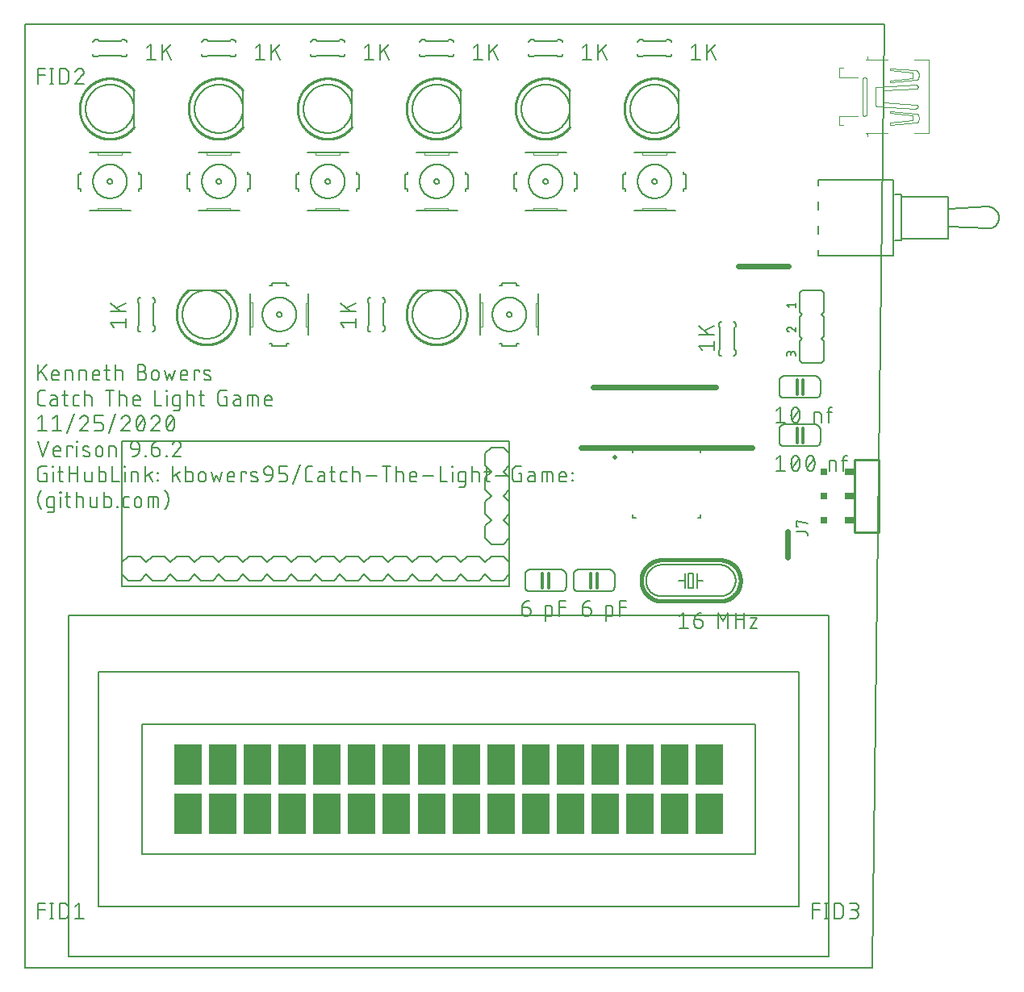
<source format=gto>
G04 EAGLE Gerber RS-274X export*
G75*
%MOMM*%
%FSLAX34Y34*%
%LPD*%
%INSilkscreen Top*%
%IPPOS*%
%AMOC8*
5,1,8,0,0,1.08239X$1,22.5*%
G01*
%ADD10C,0.152400*%
%ADD11C,0.203200*%
%ADD12R,2.950000X4.350000*%
%ADD13C,0.127000*%
%ADD14C,0.508000*%
%ADD15C,0.254000*%
%ADD16R,1.016000X0.762000*%
%ADD17R,0.762000X0.762000*%
%ADD18C,0.101600*%
%ADD19C,0.304800*%
%ADD20C,0.406400*%
%ADD21C,0.609600*%
%ADD22C,0.050800*%


D10*
X0Y990600D02*
X0Y0D01*
X889000Y0D01*
X901700Y990600D01*
X0Y990600D01*
X13462Y632968D02*
X13462Y616712D01*
X13462Y623034D02*
X22493Y632968D01*
X17074Y626646D02*
X22493Y616712D01*
X30932Y616712D02*
X35447Y616712D01*
X30932Y616712D02*
X30831Y616714D01*
X30730Y616720D01*
X30629Y616729D01*
X30528Y616742D01*
X30428Y616759D01*
X30329Y616780D01*
X30231Y616804D01*
X30134Y616832D01*
X30037Y616864D01*
X29942Y616899D01*
X29849Y616938D01*
X29757Y616980D01*
X29666Y617026D01*
X29578Y617075D01*
X29491Y617127D01*
X29406Y617183D01*
X29323Y617241D01*
X29243Y617303D01*
X29165Y617368D01*
X29089Y617435D01*
X29016Y617505D01*
X28946Y617578D01*
X28879Y617654D01*
X28814Y617732D01*
X28752Y617812D01*
X28694Y617895D01*
X28638Y617980D01*
X28586Y618067D01*
X28537Y618155D01*
X28491Y618246D01*
X28449Y618338D01*
X28410Y618431D01*
X28375Y618526D01*
X28343Y618623D01*
X28315Y618720D01*
X28291Y618818D01*
X28270Y618917D01*
X28253Y619017D01*
X28240Y619118D01*
X28231Y619219D01*
X28225Y619320D01*
X28223Y619421D01*
X28222Y619421D02*
X28222Y623937D01*
X28223Y623937D02*
X28225Y624056D01*
X28231Y624176D01*
X28241Y624295D01*
X28255Y624413D01*
X28272Y624532D01*
X28294Y624649D01*
X28319Y624766D01*
X28349Y624881D01*
X28382Y624996D01*
X28419Y625110D01*
X28459Y625222D01*
X28504Y625333D01*
X28552Y625442D01*
X28603Y625550D01*
X28658Y625656D01*
X28717Y625760D01*
X28779Y625862D01*
X28844Y625962D01*
X28913Y626060D01*
X28985Y626156D01*
X29060Y626249D01*
X29137Y626339D01*
X29218Y626427D01*
X29302Y626512D01*
X29389Y626594D01*
X29478Y626674D01*
X29570Y626750D01*
X29664Y626824D01*
X29761Y626894D01*
X29859Y626961D01*
X29960Y627025D01*
X30064Y627085D01*
X30169Y627142D01*
X30276Y627195D01*
X30384Y627245D01*
X30494Y627291D01*
X30606Y627333D01*
X30719Y627372D01*
X30833Y627407D01*
X30948Y627438D01*
X31065Y627466D01*
X31182Y627489D01*
X31299Y627509D01*
X31418Y627525D01*
X31537Y627537D01*
X31656Y627545D01*
X31775Y627549D01*
X31895Y627549D01*
X32014Y627545D01*
X32133Y627537D01*
X32252Y627525D01*
X32371Y627509D01*
X32488Y627489D01*
X32605Y627466D01*
X32722Y627438D01*
X32837Y627407D01*
X32951Y627372D01*
X33064Y627333D01*
X33176Y627291D01*
X33286Y627245D01*
X33394Y627195D01*
X33501Y627142D01*
X33606Y627085D01*
X33710Y627025D01*
X33811Y626961D01*
X33909Y626894D01*
X34006Y626824D01*
X34100Y626750D01*
X34192Y626674D01*
X34281Y626594D01*
X34368Y626512D01*
X34452Y626427D01*
X34533Y626339D01*
X34610Y626249D01*
X34685Y626156D01*
X34757Y626060D01*
X34826Y625962D01*
X34891Y625862D01*
X34953Y625760D01*
X35012Y625656D01*
X35067Y625550D01*
X35118Y625442D01*
X35166Y625333D01*
X35211Y625222D01*
X35251Y625110D01*
X35288Y624996D01*
X35321Y624881D01*
X35351Y624766D01*
X35376Y624649D01*
X35398Y624532D01*
X35415Y624413D01*
X35429Y624295D01*
X35439Y624176D01*
X35445Y624056D01*
X35447Y623937D01*
X35447Y622131D01*
X28222Y622131D01*
X42290Y616712D02*
X42290Y627549D01*
X46806Y627549D01*
X46910Y627547D01*
X47013Y627541D01*
X47117Y627531D01*
X47220Y627517D01*
X47322Y627499D01*
X47423Y627478D01*
X47524Y627452D01*
X47623Y627423D01*
X47722Y627390D01*
X47819Y627353D01*
X47914Y627312D01*
X48008Y627268D01*
X48100Y627220D01*
X48190Y627169D01*
X48279Y627114D01*
X48365Y627056D01*
X48448Y626994D01*
X48530Y626930D01*
X48608Y626862D01*
X48684Y626792D01*
X48758Y626719D01*
X48828Y626642D01*
X48896Y626564D01*
X48960Y626482D01*
X49022Y626399D01*
X49080Y626313D01*
X49135Y626224D01*
X49186Y626134D01*
X49234Y626042D01*
X49278Y625948D01*
X49319Y625853D01*
X49356Y625756D01*
X49389Y625657D01*
X49418Y625558D01*
X49444Y625457D01*
X49465Y625356D01*
X49483Y625254D01*
X49497Y625151D01*
X49507Y625047D01*
X49513Y624944D01*
X49515Y624840D01*
X49515Y616712D01*
X56879Y616712D02*
X56879Y627549D01*
X61395Y627549D01*
X61499Y627547D01*
X61602Y627541D01*
X61706Y627531D01*
X61809Y627517D01*
X61911Y627499D01*
X62012Y627478D01*
X62113Y627452D01*
X62212Y627423D01*
X62311Y627390D01*
X62408Y627353D01*
X62503Y627312D01*
X62597Y627268D01*
X62689Y627220D01*
X62779Y627169D01*
X62868Y627114D01*
X62954Y627056D01*
X63037Y626994D01*
X63119Y626930D01*
X63197Y626862D01*
X63273Y626792D01*
X63347Y626719D01*
X63417Y626642D01*
X63485Y626564D01*
X63549Y626482D01*
X63611Y626399D01*
X63669Y626313D01*
X63724Y626224D01*
X63775Y626134D01*
X63823Y626042D01*
X63867Y625948D01*
X63908Y625853D01*
X63945Y625756D01*
X63978Y625657D01*
X64007Y625558D01*
X64033Y625457D01*
X64054Y625356D01*
X64072Y625254D01*
X64086Y625151D01*
X64096Y625047D01*
X64102Y624944D01*
X64104Y624840D01*
X64104Y616712D01*
X73657Y616712D02*
X78172Y616712D01*
X73657Y616712D02*
X73556Y616714D01*
X73455Y616720D01*
X73354Y616729D01*
X73253Y616742D01*
X73153Y616759D01*
X73054Y616780D01*
X72956Y616804D01*
X72859Y616832D01*
X72762Y616864D01*
X72667Y616899D01*
X72574Y616938D01*
X72482Y616980D01*
X72391Y617026D01*
X72303Y617075D01*
X72216Y617127D01*
X72131Y617183D01*
X72048Y617241D01*
X71968Y617303D01*
X71890Y617368D01*
X71814Y617435D01*
X71741Y617505D01*
X71671Y617578D01*
X71604Y617654D01*
X71539Y617732D01*
X71477Y617812D01*
X71419Y617895D01*
X71363Y617980D01*
X71311Y618067D01*
X71262Y618155D01*
X71216Y618246D01*
X71174Y618338D01*
X71135Y618431D01*
X71100Y618526D01*
X71068Y618623D01*
X71040Y618720D01*
X71016Y618818D01*
X70995Y618917D01*
X70978Y619017D01*
X70965Y619118D01*
X70956Y619219D01*
X70950Y619320D01*
X70948Y619421D01*
X70948Y623937D01*
X70950Y624056D01*
X70956Y624176D01*
X70966Y624295D01*
X70980Y624413D01*
X70997Y624532D01*
X71019Y624649D01*
X71044Y624766D01*
X71074Y624881D01*
X71107Y624996D01*
X71144Y625110D01*
X71184Y625222D01*
X71229Y625333D01*
X71277Y625442D01*
X71328Y625550D01*
X71383Y625656D01*
X71442Y625760D01*
X71504Y625862D01*
X71569Y625962D01*
X71638Y626060D01*
X71710Y626156D01*
X71785Y626249D01*
X71862Y626339D01*
X71943Y626427D01*
X72027Y626512D01*
X72114Y626594D01*
X72203Y626674D01*
X72295Y626750D01*
X72389Y626824D01*
X72486Y626894D01*
X72584Y626961D01*
X72685Y627025D01*
X72789Y627085D01*
X72894Y627142D01*
X73001Y627195D01*
X73109Y627245D01*
X73219Y627291D01*
X73331Y627333D01*
X73444Y627372D01*
X73558Y627407D01*
X73673Y627438D01*
X73790Y627466D01*
X73907Y627489D01*
X74024Y627509D01*
X74143Y627525D01*
X74262Y627537D01*
X74381Y627545D01*
X74500Y627549D01*
X74620Y627549D01*
X74739Y627545D01*
X74858Y627537D01*
X74977Y627525D01*
X75096Y627509D01*
X75213Y627489D01*
X75330Y627466D01*
X75447Y627438D01*
X75562Y627407D01*
X75676Y627372D01*
X75789Y627333D01*
X75901Y627291D01*
X76011Y627245D01*
X76119Y627195D01*
X76226Y627142D01*
X76331Y627085D01*
X76435Y627025D01*
X76536Y626961D01*
X76634Y626894D01*
X76731Y626824D01*
X76825Y626750D01*
X76917Y626674D01*
X77006Y626594D01*
X77093Y626512D01*
X77177Y626427D01*
X77258Y626339D01*
X77335Y626249D01*
X77410Y626156D01*
X77482Y626060D01*
X77551Y625962D01*
X77616Y625862D01*
X77678Y625760D01*
X77737Y625656D01*
X77792Y625550D01*
X77843Y625442D01*
X77891Y625333D01*
X77936Y625222D01*
X77976Y625110D01*
X78013Y624996D01*
X78046Y624881D01*
X78076Y624766D01*
X78101Y624649D01*
X78123Y624532D01*
X78140Y624413D01*
X78154Y624295D01*
X78164Y624176D01*
X78170Y624056D01*
X78172Y623937D01*
X78172Y622131D01*
X70948Y622131D01*
X83197Y627549D02*
X88616Y627549D01*
X85004Y632968D02*
X85004Y619421D01*
X85006Y619320D01*
X85012Y619219D01*
X85021Y619118D01*
X85034Y619017D01*
X85051Y618917D01*
X85072Y618818D01*
X85096Y618720D01*
X85124Y618623D01*
X85156Y618526D01*
X85191Y618431D01*
X85230Y618338D01*
X85272Y618246D01*
X85318Y618155D01*
X85367Y618067D01*
X85419Y617980D01*
X85475Y617895D01*
X85533Y617812D01*
X85595Y617732D01*
X85660Y617654D01*
X85727Y617578D01*
X85797Y617505D01*
X85870Y617435D01*
X85946Y617368D01*
X86024Y617303D01*
X86104Y617241D01*
X86187Y617183D01*
X86272Y617127D01*
X86359Y617075D01*
X86447Y617026D01*
X86538Y616980D01*
X86630Y616938D01*
X86723Y616899D01*
X86818Y616864D01*
X86915Y616832D01*
X87012Y616804D01*
X87110Y616780D01*
X87209Y616759D01*
X87309Y616742D01*
X87410Y616729D01*
X87511Y616720D01*
X87612Y616714D01*
X87713Y616712D01*
X88616Y616712D01*
X94915Y616712D02*
X94915Y632968D01*
X94915Y627549D02*
X99431Y627549D01*
X99535Y627547D01*
X99638Y627541D01*
X99742Y627531D01*
X99845Y627517D01*
X99947Y627499D01*
X100048Y627478D01*
X100149Y627452D01*
X100248Y627423D01*
X100347Y627390D01*
X100444Y627353D01*
X100539Y627312D01*
X100633Y627268D01*
X100725Y627220D01*
X100815Y627169D01*
X100904Y627114D01*
X100990Y627056D01*
X101073Y626994D01*
X101155Y626930D01*
X101233Y626862D01*
X101309Y626792D01*
X101383Y626719D01*
X101453Y626642D01*
X101521Y626564D01*
X101585Y626482D01*
X101647Y626399D01*
X101705Y626313D01*
X101760Y626224D01*
X101811Y626134D01*
X101859Y626042D01*
X101903Y625948D01*
X101944Y625853D01*
X101981Y625756D01*
X102014Y625657D01*
X102043Y625558D01*
X102069Y625457D01*
X102090Y625356D01*
X102108Y625254D01*
X102122Y625151D01*
X102132Y625047D01*
X102138Y624944D01*
X102140Y624840D01*
X102140Y616712D01*
X118191Y625743D02*
X122707Y625743D01*
X122707Y625744D02*
X122840Y625742D01*
X122972Y625736D01*
X123104Y625726D01*
X123236Y625713D01*
X123368Y625695D01*
X123498Y625674D01*
X123629Y625649D01*
X123758Y625620D01*
X123886Y625587D01*
X124014Y625551D01*
X124140Y625511D01*
X124265Y625467D01*
X124389Y625419D01*
X124511Y625368D01*
X124632Y625313D01*
X124751Y625255D01*
X124869Y625193D01*
X124984Y625128D01*
X125098Y625059D01*
X125209Y624988D01*
X125318Y624912D01*
X125425Y624834D01*
X125530Y624753D01*
X125632Y624668D01*
X125732Y624581D01*
X125829Y624491D01*
X125924Y624398D01*
X126015Y624302D01*
X126104Y624204D01*
X126190Y624103D01*
X126273Y623999D01*
X126353Y623893D01*
X126429Y623785D01*
X126503Y623675D01*
X126573Y623562D01*
X126640Y623448D01*
X126703Y623331D01*
X126763Y623213D01*
X126820Y623093D01*
X126873Y622971D01*
X126922Y622848D01*
X126968Y622724D01*
X127010Y622598D01*
X127048Y622471D01*
X127083Y622343D01*
X127114Y622214D01*
X127141Y622085D01*
X127164Y621954D01*
X127184Y621823D01*
X127199Y621691D01*
X127211Y621559D01*
X127219Y621427D01*
X127223Y621294D01*
X127223Y621162D01*
X127219Y621029D01*
X127211Y620897D01*
X127199Y620765D01*
X127184Y620633D01*
X127164Y620502D01*
X127141Y620371D01*
X127114Y620242D01*
X127083Y620113D01*
X127048Y619985D01*
X127010Y619858D01*
X126968Y619732D01*
X126922Y619608D01*
X126873Y619485D01*
X126820Y619363D01*
X126763Y619243D01*
X126703Y619125D01*
X126640Y619008D01*
X126573Y618894D01*
X126503Y618781D01*
X126429Y618671D01*
X126353Y618563D01*
X126273Y618457D01*
X126190Y618353D01*
X126104Y618252D01*
X126015Y618154D01*
X125924Y618058D01*
X125829Y617965D01*
X125732Y617875D01*
X125632Y617788D01*
X125530Y617703D01*
X125425Y617622D01*
X125318Y617544D01*
X125209Y617468D01*
X125098Y617397D01*
X124984Y617328D01*
X124869Y617263D01*
X124751Y617201D01*
X124632Y617143D01*
X124511Y617088D01*
X124389Y617037D01*
X124265Y616989D01*
X124140Y616945D01*
X124014Y616905D01*
X123886Y616869D01*
X123758Y616836D01*
X123629Y616807D01*
X123498Y616782D01*
X123368Y616761D01*
X123236Y616743D01*
X123104Y616730D01*
X122972Y616720D01*
X122840Y616714D01*
X122707Y616712D01*
X118191Y616712D01*
X118191Y632968D01*
X122707Y632968D01*
X122826Y632966D01*
X122946Y632960D01*
X123065Y632950D01*
X123183Y632936D01*
X123302Y632919D01*
X123419Y632897D01*
X123536Y632872D01*
X123651Y632842D01*
X123766Y632809D01*
X123880Y632772D01*
X123992Y632732D01*
X124103Y632687D01*
X124212Y632639D01*
X124320Y632588D01*
X124426Y632533D01*
X124530Y632474D01*
X124632Y632412D01*
X124732Y632347D01*
X124830Y632278D01*
X124926Y632206D01*
X125019Y632131D01*
X125109Y632054D01*
X125197Y631973D01*
X125282Y631889D01*
X125364Y631802D01*
X125444Y631713D01*
X125520Y631621D01*
X125594Y631527D01*
X125664Y631430D01*
X125731Y631332D01*
X125795Y631231D01*
X125855Y631127D01*
X125912Y631022D01*
X125965Y630915D01*
X126015Y630807D01*
X126061Y630697D01*
X126103Y630585D01*
X126142Y630472D01*
X126177Y630358D01*
X126208Y630243D01*
X126236Y630126D01*
X126259Y630009D01*
X126279Y629892D01*
X126295Y629773D01*
X126307Y629654D01*
X126315Y629535D01*
X126319Y629416D01*
X126319Y629296D01*
X126315Y629177D01*
X126307Y629058D01*
X126295Y628939D01*
X126279Y628820D01*
X126259Y628703D01*
X126236Y628586D01*
X126208Y628469D01*
X126177Y628354D01*
X126142Y628240D01*
X126103Y628127D01*
X126061Y628015D01*
X126015Y627905D01*
X125965Y627797D01*
X125912Y627690D01*
X125855Y627585D01*
X125795Y627481D01*
X125731Y627380D01*
X125664Y627282D01*
X125594Y627185D01*
X125520Y627091D01*
X125444Y626999D01*
X125364Y626910D01*
X125282Y626823D01*
X125197Y626739D01*
X125109Y626658D01*
X125019Y626581D01*
X124926Y626506D01*
X124830Y626434D01*
X124732Y626365D01*
X124632Y626300D01*
X124530Y626238D01*
X124426Y626179D01*
X124320Y626124D01*
X124212Y626073D01*
X124103Y626025D01*
X123992Y625980D01*
X123880Y625940D01*
X123766Y625903D01*
X123651Y625870D01*
X123536Y625840D01*
X123419Y625815D01*
X123302Y625793D01*
X123183Y625776D01*
X123065Y625762D01*
X122946Y625752D01*
X122826Y625746D01*
X122707Y625744D01*
X132951Y623937D02*
X132951Y620324D01*
X132952Y623937D02*
X132954Y624056D01*
X132960Y624176D01*
X132970Y624295D01*
X132984Y624413D01*
X133001Y624532D01*
X133023Y624649D01*
X133048Y624766D01*
X133078Y624881D01*
X133111Y624996D01*
X133148Y625110D01*
X133188Y625222D01*
X133233Y625333D01*
X133281Y625442D01*
X133332Y625550D01*
X133387Y625656D01*
X133446Y625760D01*
X133508Y625862D01*
X133573Y625962D01*
X133642Y626060D01*
X133714Y626156D01*
X133789Y626249D01*
X133866Y626339D01*
X133947Y626427D01*
X134031Y626512D01*
X134118Y626594D01*
X134207Y626674D01*
X134299Y626750D01*
X134393Y626824D01*
X134490Y626894D01*
X134588Y626961D01*
X134689Y627025D01*
X134793Y627085D01*
X134898Y627142D01*
X135005Y627195D01*
X135113Y627245D01*
X135223Y627291D01*
X135335Y627333D01*
X135448Y627372D01*
X135562Y627407D01*
X135677Y627438D01*
X135794Y627466D01*
X135911Y627489D01*
X136028Y627509D01*
X136147Y627525D01*
X136266Y627537D01*
X136385Y627545D01*
X136504Y627549D01*
X136624Y627549D01*
X136743Y627545D01*
X136862Y627537D01*
X136981Y627525D01*
X137100Y627509D01*
X137217Y627489D01*
X137334Y627466D01*
X137451Y627438D01*
X137566Y627407D01*
X137680Y627372D01*
X137793Y627333D01*
X137905Y627291D01*
X138015Y627245D01*
X138123Y627195D01*
X138230Y627142D01*
X138335Y627085D01*
X138439Y627025D01*
X138540Y626961D01*
X138638Y626894D01*
X138735Y626824D01*
X138829Y626750D01*
X138921Y626674D01*
X139010Y626594D01*
X139097Y626512D01*
X139181Y626427D01*
X139262Y626339D01*
X139339Y626249D01*
X139414Y626156D01*
X139486Y626060D01*
X139555Y625962D01*
X139620Y625862D01*
X139682Y625760D01*
X139741Y625656D01*
X139796Y625550D01*
X139847Y625442D01*
X139895Y625333D01*
X139940Y625222D01*
X139980Y625110D01*
X140017Y624996D01*
X140050Y624881D01*
X140080Y624766D01*
X140105Y624649D01*
X140127Y624532D01*
X140144Y624413D01*
X140158Y624295D01*
X140168Y624176D01*
X140174Y624056D01*
X140176Y623937D01*
X140176Y620324D01*
X140174Y620205D01*
X140168Y620085D01*
X140158Y619966D01*
X140144Y619848D01*
X140127Y619729D01*
X140105Y619612D01*
X140080Y619495D01*
X140050Y619380D01*
X140017Y619265D01*
X139980Y619151D01*
X139940Y619039D01*
X139895Y618928D01*
X139847Y618819D01*
X139796Y618711D01*
X139741Y618605D01*
X139682Y618501D01*
X139620Y618399D01*
X139555Y618299D01*
X139486Y618201D01*
X139414Y618105D01*
X139339Y618012D01*
X139262Y617922D01*
X139181Y617834D01*
X139097Y617749D01*
X139010Y617667D01*
X138921Y617587D01*
X138829Y617511D01*
X138735Y617437D01*
X138638Y617367D01*
X138540Y617300D01*
X138439Y617236D01*
X138335Y617176D01*
X138230Y617119D01*
X138123Y617066D01*
X138015Y617016D01*
X137905Y616970D01*
X137793Y616928D01*
X137680Y616889D01*
X137566Y616854D01*
X137451Y616823D01*
X137334Y616795D01*
X137217Y616772D01*
X137100Y616752D01*
X136981Y616736D01*
X136862Y616724D01*
X136743Y616716D01*
X136624Y616712D01*
X136504Y616712D01*
X136385Y616716D01*
X136266Y616724D01*
X136147Y616736D01*
X136028Y616752D01*
X135911Y616772D01*
X135794Y616795D01*
X135677Y616823D01*
X135562Y616854D01*
X135448Y616889D01*
X135335Y616928D01*
X135223Y616970D01*
X135113Y617016D01*
X135005Y617066D01*
X134898Y617119D01*
X134793Y617176D01*
X134689Y617236D01*
X134588Y617300D01*
X134490Y617367D01*
X134393Y617437D01*
X134299Y617511D01*
X134207Y617587D01*
X134118Y617667D01*
X134031Y617749D01*
X133947Y617834D01*
X133866Y617922D01*
X133789Y618012D01*
X133714Y618105D01*
X133642Y618201D01*
X133573Y618299D01*
X133508Y618399D01*
X133446Y618501D01*
X133387Y618605D01*
X133332Y618711D01*
X133281Y618819D01*
X133233Y618928D01*
X133188Y619039D01*
X133148Y619151D01*
X133111Y619265D01*
X133078Y619380D01*
X133048Y619495D01*
X133023Y619612D01*
X133001Y619729D01*
X132984Y619848D01*
X132970Y619966D01*
X132960Y620085D01*
X132954Y620205D01*
X132952Y620324D01*
X146255Y627549D02*
X148965Y616712D01*
X151674Y623937D01*
X154383Y616712D01*
X157093Y627549D01*
X165881Y616712D02*
X170397Y616712D01*
X165881Y616712D02*
X165780Y616714D01*
X165679Y616720D01*
X165578Y616729D01*
X165477Y616742D01*
X165377Y616759D01*
X165278Y616780D01*
X165180Y616804D01*
X165083Y616832D01*
X164986Y616864D01*
X164891Y616899D01*
X164798Y616938D01*
X164706Y616980D01*
X164615Y617026D01*
X164527Y617075D01*
X164440Y617127D01*
X164355Y617183D01*
X164272Y617241D01*
X164192Y617303D01*
X164114Y617368D01*
X164038Y617435D01*
X163965Y617505D01*
X163895Y617578D01*
X163828Y617654D01*
X163763Y617732D01*
X163701Y617812D01*
X163643Y617895D01*
X163587Y617980D01*
X163535Y618067D01*
X163486Y618155D01*
X163440Y618246D01*
X163398Y618338D01*
X163359Y618431D01*
X163324Y618526D01*
X163292Y618623D01*
X163264Y618720D01*
X163240Y618818D01*
X163219Y618917D01*
X163202Y619017D01*
X163189Y619118D01*
X163180Y619219D01*
X163174Y619320D01*
X163172Y619421D01*
X163172Y623937D01*
X163174Y624056D01*
X163180Y624176D01*
X163190Y624295D01*
X163204Y624413D01*
X163221Y624532D01*
X163243Y624649D01*
X163268Y624766D01*
X163298Y624881D01*
X163331Y624996D01*
X163368Y625110D01*
X163408Y625222D01*
X163453Y625333D01*
X163501Y625442D01*
X163552Y625550D01*
X163607Y625656D01*
X163666Y625760D01*
X163728Y625862D01*
X163793Y625962D01*
X163862Y626060D01*
X163934Y626156D01*
X164009Y626249D01*
X164086Y626339D01*
X164167Y626427D01*
X164251Y626512D01*
X164338Y626594D01*
X164427Y626674D01*
X164519Y626750D01*
X164613Y626824D01*
X164710Y626894D01*
X164808Y626961D01*
X164909Y627025D01*
X165013Y627085D01*
X165118Y627142D01*
X165225Y627195D01*
X165333Y627245D01*
X165443Y627291D01*
X165555Y627333D01*
X165668Y627372D01*
X165782Y627407D01*
X165897Y627438D01*
X166014Y627466D01*
X166131Y627489D01*
X166248Y627509D01*
X166367Y627525D01*
X166486Y627537D01*
X166605Y627545D01*
X166724Y627549D01*
X166844Y627549D01*
X166963Y627545D01*
X167082Y627537D01*
X167201Y627525D01*
X167320Y627509D01*
X167437Y627489D01*
X167554Y627466D01*
X167671Y627438D01*
X167786Y627407D01*
X167900Y627372D01*
X168013Y627333D01*
X168125Y627291D01*
X168235Y627245D01*
X168343Y627195D01*
X168450Y627142D01*
X168555Y627085D01*
X168659Y627025D01*
X168760Y626961D01*
X168858Y626894D01*
X168955Y626824D01*
X169049Y626750D01*
X169141Y626674D01*
X169230Y626594D01*
X169317Y626512D01*
X169401Y626427D01*
X169482Y626339D01*
X169559Y626249D01*
X169634Y626156D01*
X169706Y626060D01*
X169775Y625962D01*
X169840Y625862D01*
X169902Y625760D01*
X169961Y625656D01*
X170016Y625550D01*
X170067Y625442D01*
X170115Y625333D01*
X170160Y625222D01*
X170200Y625110D01*
X170237Y624996D01*
X170270Y624881D01*
X170300Y624766D01*
X170325Y624649D01*
X170347Y624532D01*
X170364Y624413D01*
X170378Y624295D01*
X170388Y624176D01*
X170394Y624056D01*
X170396Y623937D01*
X170397Y623937D02*
X170397Y622131D01*
X163172Y622131D01*
X177325Y616712D02*
X177325Y627549D01*
X182743Y627549D01*
X182743Y625743D01*
X189015Y623034D02*
X193531Y621228D01*
X189015Y623034D02*
X188927Y623071D01*
X188841Y623112D01*
X188756Y623156D01*
X188673Y623204D01*
X188593Y623255D01*
X188514Y623309D01*
X188438Y623367D01*
X188364Y623427D01*
X188292Y623491D01*
X188224Y623557D01*
X188158Y623627D01*
X188095Y623698D01*
X188034Y623773D01*
X187977Y623849D01*
X187924Y623928D01*
X187873Y624009D01*
X187826Y624092D01*
X187782Y624177D01*
X187742Y624264D01*
X187705Y624352D01*
X187672Y624442D01*
X187642Y624533D01*
X187617Y624625D01*
X187595Y624718D01*
X187577Y624812D01*
X187562Y624906D01*
X187552Y625001D01*
X187546Y625097D01*
X187543Y625192D01*
X187544Y625288D01*
X187550Y625383D01*
X187559Y625479D01*
X187572Y625573D01*
X187588Y625667D01*
X187609Y625761D01*
X187634Y625853D01*
X187662Y625944D01*
X187694Y626034D01*
X187729Y626123D01*
X187768Y626210D01*
X187811Y626296D01*
X187857Y626380D01*
X187907Y626461D01*
X187959Y626541D01*
X188015Y626619D01*
X188075Y626694D01*
X188137Y626766D01*
X188202Y626836D01*
X188270Y626904D01*
X188340Y626968D01*
X188413Y627030D01*
X188489Y627088D01*
X188567Y627144D01*
X188647Y627196D01*
X188729Y627245D01*
X188813Y627290D01*
X188899Y627332D01*
X188986Y627371D01*
X189075Y627406D01*
X189166Y627437D01*
X189257Y627464D01*
X189350Y627488D01*
X189443Y627508D01*
X189537Y627524D01*
X189632Y627536D01*
X189727Y627545D01*
X189823Y627549D01*
X189918Y627550D01*
X190165Y627543D01*
X190411Y627531D01*
X190657Y627513D01*
X190903Y627488D01*
X191147Y627458D01*
X191391Y627422D01*
X191634Y627381D01*
X191876Y627333D01*
X192117Y627279D01*
X192356Y627220D01*
X192594Y627155D01*
X192830Y627084D01*
X193065Y627008D01*
X193298Y626926D01*
X193528Y626838D01*
X193756Y626745D01*
X193983Y626647D01*
X193531Y621227D02*
X193619Y621190D01*
X193705Y621149D01*
X193790Y621105D01*
X193873Y621057D01*
X193953Y621006D01*
X194032Y620952D01*
X194108Y620894D01*
X194182Y620834D01*
X194254Y620770D01*
X194322Y620704D01*
X194388Y620634D01*
X194451Y620563D01*
X194512Y620488D01*
X194569Y620412D01*
X194622Y620333D01*
X194673Y620252D01*
X194720Y620169D01*
X194764Y620084D01*
X194804Y619997D01*
X194841Y619909D01*
X194874Y619819D01*
X194904Y619728D01*
X194929Y619636D01*
X194951Y619543D01*
X194969Y619449D01*
X194984Y619355D01*
X194994Y619260D01*
X195000Y619164D01*
X195003Y619069D01*
X195002Y618973D01*
X194996Y618878D01*
X194987Y618782D01*
X194974Y618688D01*
X194958Y618594D01*
X194937Y618500D01*
X194912Y618408D01*
X194884Y618317D01*
X194852Y618227D01*
X194817Y618138D01*
X194778Y618051D01*
X194735Y617965D01*
X194689Y617881D01*
X194639Y617800D01*
X194587Y617720D01*
X194531Y617642D01*
X194471Y617567D01*
X194409Y617495D01*
X194344Y617425D01*
X194276Y617357D01*
X194206Y617293D01*
X194133Y617231D01*
X194057Y617173D01*
X193979Y617117D01*
X193899Y617065D01*
X193817Y617016D01*
X193733Y616971D01*
X193647Y616929D01*
X193560Y616890D01*
X193471Y616855D01*
X193380Y616824D01*
X193289Y616797D01*
X193196Y616773D01*
X193103Y616753D01*
X193009Y616737D01*
X192914Y616725D01*
X192819Y616716D01*
X192723Y616712D01*
X192628Y616711D01*
X192627Y616712D02*
X192265Y616721D01*
X191903Y616739D01*
X191542Y616766D01*
X191182Y616801D01*
X190822Y616844D01*
X190463Y616896D01*
X190106Y616957D01*
X189751Y617026D01*
X189397Y617103D01*
X189045Y617189D01*
X188695Y617283D01*
X188347Y617386D01*
X188002Y617496D01*
X187660Y617615D01*
X20687Y590042D02*
X17074Y590042D01*
X16956Y590044D01*
X16838Y590050D01*
X16720Y590059D01*
X16603Y590073D01*
X16486Y590090D01*
X16369Y590111D01*
X16254Y590136D01*
X16139Y590165D01*
X16025Y590198D01*
X15913Y590234D01*
X15802Y590274D01*
X15692Y590317D01*
X15583Y590364D01*
X15476Y590414D01*
X15371Y590469D01*
X15268Y590526D01*
X15167Y590587D01*
X15067Y590651D01*
X14970Y590718D01*
X14875Y590788D01*
X14783Y590862D01*
X14692Y590938D01*
X14605Y591018D01*
X14520Y591100D01*
X14438Y591185D01*
X14358Y591272D01*
X14282Y591363D01*
X14208Y591455D01*
X14138Y591550D01*
X14071Y591647D01*
X14007Y591747D01*
X13946Y591848D01*
X13889Y591951D01*
X13834Y592056D01*
X13784Y592163D01*
X13737Y592272D01*
X13694Y592382D01*
X13654Y592493D01*
X13618Y592605D01*
X13585Y592719D01*
X13556Y592834D01*
X13531Y592949D01*
X13510Y593066D01*
X13493Y593183D01*
X13479Y593300D01*
X13470Y593418D01*
X13464Y593536D01*
X13462Y593654D01*
X13462Y602686D01*
X13464Y602804D01*
X13470Y602922D01*
X13479Y603040D01*
X13493Y603157D01*
X13510Y603274D01*
X13531Y603391D01*
X13556Y603506D01*
X13585Y603621D01*
X13618Y603735D01*
X13654Y603847D01*
X13694Y603958D01*
X13737Y604068D01*
X13784Y604177D01*
X13834Y604284D01*
X13888Y604389D01*
X13946Y604492D01*
X14007Y604593D01*
X14071Y604693D01*
X14138Y604790D01*
X14208Y604885D01*
X14282Y604977D01*
X14358Y605068D01*
X14438Y605155D01*
X14520Y605240D01*
X14605Y605322D01*
X14692Y605402D01*
X14783Y605478D01*
X14875Y605552D01*
X14970Y605622D01*
X15067Y605689D01*
X15167Y605753D01*
X15268Y605814D01*
X15371Y605871D01*
X15476Y605925D01*
X15583Y605976D01*
X15692Y606023D01*
X15802Y606066D01*
X15913Y606106D01*
X16025Y606142D01*
X16139Y606175D01*
X16254Y606204D01*
X16369Y606229D01*
X16486Y606250D01*
X16603Y606267D01*
X16720Y606281D01*
X16838Y606290D01*
X16956Y606296D01*
X17074Y606298D01*
X20687Y606298D01*
X29476Y596364D02*
X33540Y596364D01*
X29476Y596364D02*
X29364Y596362D01*
X29253Y596356D01*
X29142Y596346D01*
X29031Y596333D01*
X28921Y596315D01*
X28812Y596293D01*
X28703Y596268D01*
X28595Y596239D01*
X28489Y596206D01*
X28383Y596169D01*
X28279Y596129D01*
X28177Y596085D01*
X28076Y596037D01*
X27977Y595986D01*
X27879Y595931D01*
X27784Y595873D01*
X27691Y595812D01*
X27600Y595747D01*
X27511Y595679D01*
X27425Y595608D01*
X27342Y595535D01*
X27261Y595458D01*
X27182Y595378D01*
X27107Y595296D01*
X27035Y595211D01*
X26965Y595124D01*
X26899Y595034D01*
X26836Y594942D01*
X26776Y594847D01*
X26720Y594751D01*
X26667Y594653D01*
X26618Y594553D01*
X26572Y594451D01*
X26530Y594348D01*
X26491Y594243D01*
X26456Y594137D01*
X26425Y594030D01*
X26398Y593922D01*
X26374Y593813D01*
X26355Y593703D01*
X26339Y593593D01*
X26327Y593482D01*
X26319Y593370D01*
X26315Y593259D01*
X26315Y593147D01*
X26319Y593036D01*
X26327Y592924D01*
X26339Y592813D01*
X26355Y592703D01*
X26374Y592593D01*
X26398Y592484D01*
X26425Y592376D01*
X26456Y592269D01*
X26491Y592163D01*
X26530Y592058D01*
X26572Y591955D01*
X26618Y591853D01*
X26667Y591753D01*
X26720Y591655D01*
X26776Y591559D01*
X26836Y591464D01*
X26899Y591372D01*
X26965Y591282D01*
X27035Y591195D01*
X27107Y591110D01*
X27182Y591028D01*
X27261Y590948D01*
X27342Y590871D01*
X27425Y590798D01*
X27511Y590727D01*
X27600Y590659D01*
X27691Y590594D01*
X27784Y590533D01*
X27879Y590475D01*
X27977Y590420D01*
X28076Y590369D01*
X28177Y590321D01*
X28279Y590277D01*
X28383Y590237D01*
X28489Y590200D01*
X28595Y590167D01*
X28703Y590138D01*
X28812Y590113D01*
X28921Y590091D01*
X29031Y590073D01*
X29142Y590060D01*
X29253Y590050D01*
X29364Y590044D01*
X29476Y590042D01*
X33540Y590042D01*
X33540Y598170D01*
X33538Y598271D01*
X33532Y598372D01*
X33523Y598473D01*
X33510Y598574D01*
X33493Y598674D01*
X33472Y598773D01*
X33448Y598871D01*
X33420Y598968D01*
X33388Y599065D01*
X33353Y599160D01*
X33314Y599253D01*
X33272Y599345D01*
X33226Y599436D01*
X33177Y599525D01*
X33125Y599611D01*
X33069Y599696D01*
X33011Y599779D01*
X32949Y599859D01*
X32884Y599937D01*
X32817Y600013D01*
X32747Y600086D01*
X32674Y600156D01*
X32598Y600223D01*
X32520Y600288D01*
X32440Y600350D01*
X32357Y600408D01*
X32272Y600464D01*
X32186Y600516D01*
X32097Y600565D01*
X32006Y600611D01*
X31914Y600653D01*
X31821Y600692D01*
X31726Y600727D01*
X31629Y600759D01*
X31532Y600787D01*
X31434Y600811D01*
X31335Y600832D01*
X31235Y600849D01*
X31134Y600862D01*
X31033Y600871D01*
X30932Y600877D01*
X30831Y600879D01*
X27218Y600879D01*
X39159Y600879D02*
X44578Y600879D01*
X40966Y606298D02*
X40966Y592751D01*
X40968Y592650D01*
X40974Y592549D01*
X40983Y592448D01*
X40996Y592347D01*
X41013Y592247D01*
X41034Y592148D01*
X41058Y592050D01*
X41086Y591953D01*
X41118Y591856D01*
X41153Y591761D01*
X41192Y591668D01*
X41234Y591576D01*
X41280Y591485D01*
X41329Y591397D01*
X41381Y591310D01*
X41437Y591225D01*
X41495Y591142D01*
X41557Y591062D01*
X41622Y590984D01*
X41689Y590908D01*
X41759Y590835D01*
X41832Y590765D01*
X41908Y590698D01*
X41986Y590633D01*
X42066Y590571D01*
X42149Y590513D01*
X42234Y590457D01*
X42321Y590405D01*
X42409Y590356D01*
X42500Y590310D01*
X42592Y590268D01*
X42685Y590229D01*
X42780Y590194D01*
X42877Y590162D01*
X42974Y590134D01*
X43072Y590110D01*
X43171Y590089D01*
X43271Y590072D01*
X43372Y590059D01*
X43473Y590050D01*
X43574Y590044D01*
X43675Y590042D01*
X44578Y590042D01*
X53083Y590042D02*
X56696Y590042D01*
X53083Y590042D02*
X52982Y590044D01*
X52881Y590050D01*
X52780Y590059D01*
X52679Y590072D01*
X52579Y590089D01*
X52480Y590110D01*
X52382Y590134D01*
X52285Y590162D01*
X52188Y590194D01*
X52093Y590229D01*
X52000Y590268D01*
X51908Y590310D01*
X51817Y590356D01*
X51729Y590405D01*
X51642Y590457D01*
X51557Y590513D01*
X51474Y590571D01*
X51394Y590633D01*
X51316Y590698D01*
X51240Y590765D01*
X51167Y590835D01*
X51097Y590908D01*
X51030Y590984D01*
X50965Y591062D01*
X50903Y591142D01*
X50845Y591225D01*
X50789Y591310D01*
X50737Y591397D01*
X50688Y591485D01*
X50642Y591576D01*
X50600Y591668D01*
X50561Y591761D01*
X50526Y591856D01*
X50494Y591953D01*
X50466Y592050D01*
X50442Y592148D01*
X50421Y592247D01*
X50404Y592347D01*
X50391Y592448D01*
X50382Y592549D01*
X50376Y592650D01*
X50374Y592751D01*
X50374Y598170D01*
X50376Y598271D01*
X50382Y598372D01*
X50391Y598473D01*
X50404Y598574D01*
X50421Y598674D01*
X50442Y598773D01*
X50466Y598871D01*
X50494Y598968D01*
X50526Y599065D01*
X50561Y599160D01*
X50600Y599253D01*
X50642Y599345D01*
X50688Y599436D01*
X50737Y599525D01*
X50789Y599611D01*
X50845Y599696D01*
X50903Y599779D01*
X50965Y599859D01*
X51030Y599937D01*
X51097Y600013D01*
X51167Y600086D01*
X51240Y600156D01*
X51316Y600223D01*
X51394Y600288D01*
X51474Y600350D01*
X51557Y600408D01*
X51642Y600464D01*
X51729Y600516D01*
X51817Y600565D01*
X51908Y600611D01*
X52000Y600653D01*
X52093Y600692D01*
X52188Y600727D01*
X52285Y600759D01*
X52382Y600787D01*
X52480Y600811D01*
X52579Y600832D01*
X52679Y600849D01*
X52780Y600862D01*
X52881Y600871D01*
X52982Y600877D01*
X53083Y600879D01*
X56696Y600879D01*
X62861Y606298D02*
X62861Y590042D01*
X62861Y600879D02*
X67377Y600879D01*
X67481Y600877D01*
X67584Y600871D01*
X67688Y600861D01*
X67791Y600847D01*
X67893Y600829D01*
X67994Y600808D01*
X68095Y600782D01*
X68194Y600753D01*
X68293Y600720D01*
X68390Y600683D01*
X68485Y600642D01*
X68579Y600598D01*
X68671Y600550D01*
X68761Y600499D01*
X68850Y600444D01*
X68936Y600386D01*
X69019Y600324D01*
X69101Y600260D01*
X69179Y600192D01*
X69255Y600122D01*
X69329Y600049D01*
X69399Y599972D01*
X69467Y599894D01*
X69531Y599812D01*
X69593Y599729D01*
X69651Y599643D01*
X69706Y599554D01*
X69757Y599464D01*
X69805Y599372D01*
X69849Y599278D01*
X69890Y599183D01*
X69927Y599086D01*
X69960Y598987D01*
X69989Y598888D01*
X70015Y598787D01*
X70036Y598686D01*
X70054Y598584D01*
X70068Y598481D01*
X70078Y598377D01*
X70084Y598274D01*
X70086Y598170D01*
X70086Y590042D01*
X88879Y590042D02*
X88879Y606298D01*
X93394Y606298D02*
X84363Y606298D01*
X99334Y606298D02*
X99334Y590042D01*
X99334Y600879D02*
X103850Y600879D01*
X103954Y600877D01*
X104057Y600871D01*
X104161Y600861D01*
X104264Y600847D01*
X104366Y600829D01*
X104467Y600808D01*
X104568Y600782D01*
X104667Y600753D01*
X104766Y600720D01*
X104863Y600683D01*
X104958Y600642D01*
X105052Y600598D01*
X105144Y600550D01*
X105234Y600499D01*
X105323Y600444D01*
X105409Y600386D01*
X105492Y600324D01*
X105574Y600260D01*
X105652Y600192D01*
X105728Y600122D01*
X105802Y600049D01*
X105872Y599972D01*
X105940Y599894D01*
X106004Y599812D01*
X106066Y599729D01*
X106124Y599643D01*
X106179Y599554D01*
X106230Y599464D01*
X106278Y599372D01*
X106322Y599278D01*
X106363Y599183D01*
X106400Y599086D01*
X106433Y598987D01*
X106462Y598888D01*
X106488Y598787D01*
X106509Y598686D01*
X106527Y598584D01*
X106541Y598481D01*
X106551Y598377D01*
X106557Y598274D01*
X106559Y598170D01*
X106559Y590042D01*
X116112Y590042D02*
X120627Y590042D01*
X116112Y590042D02*
X116011Y590044D01*
X115910Y590050D01*
X115809Y590059D01*
X115708Y590072D01*
X115608Y590089D01*
X115509Y590110D01*
X115411Y590134D01*
X115314Y590162D01*
X115217Y590194D01*
X115122Y590229D01*
X115029Y590268D01*
X114937Y590310D01*
X114846Y590356D01*
X114758Y590405D01*
X114671Y590457D01*
X114586Y590513D01*
X114503Y590571D01*
X114423Y590633D01*
X114345Y590698D01*
X114269Y590765D01*
X114196Y590835D01*
X114126Y590908D01*
X114059Y590984D01*
X113994Y591062D01*
X113932Y591142D01*
X113874Y591225D01*
X113818Y591310D01*
X113766Y591397D01*
X113717Y591485D01*
X113671Y591576D01*
X113629Y591668D01*
X113590Y591761D01*
X113555Y591856D01*
X113523Y591953D01*
X113495Y592050D01*
X113471Y592148D01*
X113450Y592247D01*
X113433Y592347D01*
X113420Y592448D01*
X113411Y592549D01*
X113405Y592650D01*
X113403Y592751D01*
X113402Y592751D02*
X113402Y597267D01*
X113403Y597267D02*
X113405Y597386D01*
X113411Y597506D01*
X113421Y597625D01*
X113435Y597743D01*
X113452Y597862D01*
X113474Y597979D01*
X113499Y598096D01*
X113529Y598211D01*
X113562Y598326D01*
X113599Y598440D01*
X113639Y598552D01*
X113684Y598663D01*
X113732Y598772D01*
X113783Y598880D01*
X113838Y598986D01*
X113897Y599090D01*
X113959Y599192D01*
X114024Y599292D01*
X114093Y599390D01*
X114165Y599486D01*
X114240Y599579D01*
X114317Y599669D01*
X114398Y599757D01*
X114482Y599842D01*
X114569Y599924D01*
X114658Y600004D01*
X114750Y600080D01*
X114844Y600154D01*
X114941Y600224D01*
X115039Y600291D01*
X115140Y600355D01*
X115244Y600415D01*
X115349Y600472D01*
X115456Y600525D01*
X115564Y600575D01*
X115674Y600621D01*
X115786Y600663D01*
X115899Y600702D01*
X116013Y600737D01*
X116128Y600768D01*
X116245Y600796D01*
X116362Y600819D01*
X116479Y600839D01*
X116598Y600855D01*
X116717Y600867D01*
X116836Y600875D01*
X116955Y600879D01*
X117075Y600879D01*
X117194Y600875D01*
X117313Y600867D01*
X117432Y600855D01*
X117551Y600839D01*
X117668Y600819D01*
X117785Y600796D01*
X117902Y600768D01*
X118017Y600737D01*
X118131Y600702D01*
X118244Y600663D01*
X118356Y600621D01*
X118466Y600575D01*
X118574Y600525D01*
X118681Y600472D01*
X118786Y600415D01*
X118890Y600355D01*
X118991Y600291D01*
X119089Y600224D01*
X119186Y600154D01*
X119280Y600080D01*
X119372Y600004D01*
X119461Y599924D01*
X119548Y599842D01*
X119632Y599757D01*
X119713Y599669D01*
X119790Y599579D01*
X119865Y599486D01*
X119937Y599390D01*
X120006Y599292D01*
X120071Y599192D01*
X120133Y599090D01*
X120192Y598986D01*
X120247Y598880D01*
X120298Y598772D01*
X120346Y598663D01*
X120391Y598552D01*
X120431Y598440D01*
X120468Y598326D01*
X120501Y598211D01*
X120531Y598096D01*
X120556Y597979D01*
X120578Y597862D01*
X120595Y597743D01*
X120609Y597625D01*
X120619Y597506D01*
X120625Y597386D01*
X120627Y597267D01*
X120627Y595461D01*
X113402Y595461D01*
X135976Y590042D02*
X135976Y606298D01*
X135976Y590042D02*
X143201Y590042D01*
X148798Y590042D02*
X148798Y600879D01*
X148347Y605395D02*
X148347Y606298D01*
X149250Y606298D01*
X149250Y605395D01*
X148347Y605395D01*
X157722Y590042D02*
X162237Y590042D01*
X157722Y590042D02*
X157621Y590044D01*
X157520Y590050D01*
X157419Y590059D01*
X157318Y590072D01*
X157218Y590089D01*
X157119Y590110D01*
X157021Y590134D01*
X156924Y590162D01*
X156827Y590194D01*
X156732Y590229D01*
X156639Y590268D01*
X156547Y590310D01*
X156456Y590356D01*
X156368Y590405D01*
X156281Y590457D01*
X156196Y590513D01*
X156113Y590571D01*
X156033Y590633D01*
X155955Y590698D01*
X155879Y590765D01*
X155806Y590835D01*
X155736Y590908D01*
X155669Y590984D01*
X155604Y591062D01*
X155542Y591142D01*
X155484Y591225D01*
X155428Y591310D01*
X155376Y591397D01*
X155327Y591485D01*
X155281Y591576D01*
X155239Y591668D01*
X155200Y591761D01*
X155165Y591856D01*
X155133Y591953D01*
X155105Y592050D01*
X155081Y592148D01*
X155060Y592247D01*
X155043Y592347D01*
X155030Y592448D01*
X155021Y592549D01*
X155015Y592650D01*
X155013Y592751D01*
X155012Y592751D02*
X155012Y598170D01*
X155013Y598170D02*
X155015Y598271D01*
X155021Y598372D01*
X155030Y598473D01*
X155043Y598574D01*
X155060Y598674D01*
X155081Y598773D01*
X155105Y598871D01*
X155133Y598968D01*
X155165Y599065D01*
X155200Y599160D01*
X155239Y599253D01*
X155281Y599345D01*
X155327Y599436D01*
X155376Y599525D01*
X155428Y599611D01*
X155484Y599696D01*
X155542Y599779D01*
X155604Y599859D01*
X155669Y599937D01*
X155736Y600013D01*
X155806Y600086D01*
X155879Y600156D01*
X155955Y600223D01*
X156033Y600288D01*
X156113Y600350D01*
X156196Y600408D01*
X156281Y600464D01*
X156368Y600516D01*
X156456Y600565D01*
X156547Y600611D01*
X156639Y600653D01*
X156732Y600692D01*
X156827Y600727D01*
X156924Y600759D01*
X157021Y600787D01*
X157119Y600811D01*
X157218Y600832D01*
X157318Y600849D01*
X157419Y600862D01*
X157520Y600871D01*
X157621Y600877D01*
X157722Y600879D01*
X162237Y600879D01*
X162237Y587333D01*
X162235Y587229D01*
X162229Y587126D01*
X162219Y587022D01*
X162205Y586919D01*
X162187Y586817D01*
X162166Y586716D01*
X162140Y586615D01*
X162111Y586516D01*
X162078Y586417D01*
X162041Y586320D01*
X162000Y586225D01*
X161956Y586131D01*
X161908Y586039D01*
X161857Y585949D01*
X161802Y585860D01*
X161744Y585774D01*
X161682Y585691D01*
X161618Y585609D01*
X161550Y585531D01*
X161480Y585455D01*
X161407Y585381D01*
X161330Y585311D01*
X161252Y585243D01*
X161170Y585179D01*
X161087Y585117D01*
X161001Y585059D01*
X160912Y585004D01*
X160822Y584953D01*
X160730Y584905D01*
X160636Y584861D01*
X160541Y584820D01*
X160444Y584783D01*
X160345Y584750D01*
X160246Y584721D01*
X160145Y584695D01*
X160044Y584674D01*
X159942Y584656D01*
X159839Y584642D01*
X159735Y584632D01*
X159632Y584626D01*
X159528Y584624D01*
X159528Y584623D02*
X155915Y584623D01*
X169675Y590042D02*
X169675Y606298D01*
X169675Y600879D02*
X174190Y600879D01*
X174294Y600877D01*
X174397Y600871D01*
X174501Y600861D01*
X174604Y600847D01*
X174706Y600829D01*
X174807Y600808D01*
X174908Y600782D01*
X175007Y600753D01*
X175106Y600720D01*
X175203Y600683D01*
X175298Y600642D01*
X175392Y600598D01*
X175484Y600550D01*
X175574Y600499D01*
X175663Y600444D01*
X175749Y600386D01*
X175832Y600324D01*
X175914Y600260D01*
X175992Y600192D01*
X176068Y600122D01*
X176142Y600049D01*
X176212Y599972D01*
X176280Y599894D01*
X176344Y599812D01*
X176406Y599729D01*
X176464Y599643D01*
X176519Y599554D01*
X176570Y599464D01*
X176618Y599372D01*
X176662Y599278D01*
X176703Y599183D01*
X176740Y599086D01*
X176773Y598987D01*
X176802Y598888D01*
X176828Y598787D01*
X176849Y598686D01*
X176867Y598584D01*
X176881Y598481D01*
X176891Y598377D01*
X176897Y598274D01*
X176899Y598170D01*
X176900Y598170D02*
X176900Y590042D01*
X182445Y600879D02*
X187864Y600879D01*
X184252Y606298D02*
X184252Y592751D01*
X184254Y592650D01*
X184260Y592549D01*
X184269Y592448D01*
X184282Y592347D01*
X184299Y592247D01*
X184320Y592148D01*
X184344Y592050D01*
X184372Y591953D01*
X184404Y591856D01*
X184439Y591761D01*
X184478Y591668D01*
X184520Y591576D01*
X184566Y591485D01*
X184615Y591397D01*
X184667Y591310D01*
X184723Y591225D01*
X184781Y591142D01*
X184843Y591062D01*
X184908Y590984D01*
X184975Y590908D01*
X185045Y590835D01*
X185118Y590765D01*
X185194Y590698D01*
X185272Y590633D01*
X185352Y590571D01*
X185435Y590513D01*
X185520Y590457D01*
X185607Y590405D01*
X185695Y590356D01*
X185786Y590310D01*
X185878Y590268D01*
X185971Y590229D01*
X186066Y590194D01*
X186163Y590162D01*
X186260Y590134D01*
X186358Y590110D01*
X186457Y590089D01*
X186557Y590072D01*
X186658Y590059D01*
X186759Y590050D01*
X186860Y590044D01*
X186961Y590042D01*
X187864Y590042D01*
X208961Y599073D02*
X211670Y599073D01*
X211670Y590042D01*
X206252Y590042D01*
X206134Y590044D01*
X206016Y590050D01*
X205898Y590059D01*
X205781Y590073D01*
X205664Y590090D01*
X205547Y590111D01*
X205432Y590136D01*
X205317Y590165D01*
X205203Y590198D01*
X205091Y590234D01*
X204980Y590274D01*
X204870Y590317D01*
X204761Y590364D01*
X204654Y590414D01*
X204549Y590469D01*
X204446Y590526D01*
X204345Y590587D01*
X204245Y590651D01*
X204148Y590718D01*
X204053Y590788D01*
X203961Y590862D01*
X203870Y590938D01*
X203783Y591018D01*
X203698Y591100D01*
X203616Y591185D01*
X203536Y591272D01*
X203460Y591363D01*
X203386Y591455D01*
X203316Y591550D01*
X203249Y591647D01*
X203185Y591747D01*
X203124Y591848D01*
X203067Y591951D01*
X203012Y592056D01*
X202962Y592163D01*
X202915Y592272D01*
X202872Y592382D01*
X202832Y592493D01*
X202796Y592605D01*
X202763Y592719D01*
X202734Y592834D01*
X202709Y592949D01*
X202688Y593066D01*
X202671Y593183D01*
X202657Y593300D01*
X202648Y593418D01*
X202642Y593536D01*
X202640Y593654D01*
X202639Y593654D02*
X202639Y602686D01*
X202640Y602686D02*
X202642Y602804D01*
X202648Y602922D01*
X202657Y603040D01*
X202671Y603157D01*
X202688Y603274D01*
X202709Y603391D01*
X202734Y603506D01*
X202763Y603621D01*
X202796Y603735D01*
X202832Y603847D01*
X202872Y603958D01*
X202915Y604068D01*
X202962Y604177D01*
X203012Y604284D01*
X203066Y604389D01*
X203124Y604492D01*
X203185Y604593D01*
X203249Y604693D01*
X203316Y604790D01*
X203386Y604885D01*
X203460Y604977D01*
X203536Y605068D01*
X203616Y605155D01*
X203698Y605240D01*
X203783Y605322D01*
X203870Y605402D01*
X203961Y605478D01*
X204053Y605552D01*
X204148Y605622D01*
X204245Y605689D01*
X204345Y605753D01*
X204446Y605814D01*
X204549Y605871D01*
X204654Y605925D01*
X204761Y605976D01*
X204870Y606023D01*
X204980Y606066D01*
X205091Y606106D01*
X205203Y606142D01*
X205317Y606175D01*
X205432Y606204D01*
X205547Y606229D01*
X205664Y606250D01*
X205781Y606267D01*
X205898Y606281D01*
X206016Y606290D01*
X206134Y606296D01*
X206252Y606298D01*
X211670Y606298D01*
X221740Y596364D02*
X225804Y596364D01*
X221740Y596364D02*
X221628Y596362D01*
X221517Y596356D01*
X221406Y596346D01*
X221295Y596333D01*
X221185Y596315D01*
X221076Y596293D01*
X220967Y596268D01*
X220859Y596239D01*
X220753Y596206D01*
X220647Y596169D01*
X220543Y596129D01*
X220441Y596085D01*
X220340Y596037D01*
X220241Y595986D01*
X220143Y595931D01*
X220048Y595873D01*
X219955Y595812D01*
X219864Y595747D01*
X219775Y595679D01*
X219689Y595608D01*
X219606Y595535D01*
X219525Y595458D01*
X219446Y595378D01*
X219371Y595296D01*
X219299Y595211D01*
X219229Y595124D01*
X219163Y595034D01*
X219100Y594942D01*
X219040Y594847D01*
X218984Y594751D01*
X218931Y594653D01*
X218882Y594553D01*
X218836Y594451D01*
X218794Y594348D01*
X218755Y594243D01*
X218720Y594137D01*
X218689Y594030D01*
X218662Y593922D01*
X218638Y593813D01*
X218619Y593703D01*
X218603Y593593D01*
X218591Y593482D01*
X218583Y593370D01*
X218579Y593259D01*
X218579Y593147D01*
X218583Y593036D01*
X218591Y592924D01*
X218603Y592813D01*
X218619Y592703D01*
X218638Y592593D01*
X218662Y592484D01*
X218689Y592376D01*
X218720Y592269D01*
X218755Y592163D01*
X218794Y592058D01*
X218836Y591955D01*
X218882Y591853D01*
X218931Y591753D01*
X218984Y591655D01*
X219040Y591559D01*
X219100Y591464D01*
X219163Y591372D01*
X219229Y591282D01*
X219299Y591195D01*
X219371Y591110D01*
X219446Y591028D01*
X219525Y590948D01*
X219606Y590871D01*
X219689Y590798D01*
X219775Y590727D01*
X219864Y590659D01*
X219955Y590594D01*
X220048Y590533D01*
X220143Y590475D01*
X220241Y590420D01*
X220340Y590369D01*
X220441Y590321D01*
X220543Y590277D01*
X220647Y590237D01*
X220753Y590200D01*
X220859Y590167D01*
X220967Y590138D01*
X221076Y590113D01*
X221185Y590091D01*
X221295Y590073D01*
X221406Y590060D01*
X221517Y590050D01*
X221628Y590044D01*
X221740Y590042D01*
X225804Y590042D01*
X225804Y598170D01*
X225802Y598271D01*
X225796Y598372D01*
X225787Y598473D01*
X225774Y598574D01*
X225757Y598674D01*
X225736Y598773D01*
X225712Y598871D01*
X225684Y598968D01*
X225652Y599065D01*
X225617Y599160D01*
X225578Y599253D01*
X225536Y599345D01*
X225490Y599436D01*
X225441Y599525D01*
X225389Y599611D01*
X225333Y599696D01*
X225275Y599779D01*
X225213Y599859D01*
X225148Y599937D01*
X225081Y600013D01*
X225011Y600086D01*
X224938Y600156D01*
X224862Y600223D01*
X224784Y600288D01*
X224704Y600350D01*
X224621Y600408D01*
X224536Y600464D01*
X224450Y600516D01*
X224361Y600565D01*
X224270Y600611D01*
X224178Y600653D01*
X224085Y600692D01*
X223990Y600727D01*
X223893Y600759D01*
X223796Y600787D01*
X223698Y600811D01*
X223599Y600832D01*
X223499Y600849D01*
X223398Y600862D01*
X223297Y600871D01*
X223196Y600877D01*
X223095Y600879D01*
X219482Y600879D01*
X233520Y600879D02*
X233520Y590042D01*
X233520Y600879D02*
X241648Y600879D01*
X241749Y600877D01*
X241850Y600871D01*
X241951Y600862D01*
X242052Y600849D01*
X242152Y600832D01*
X242251Y600811D01*
X242349Y600787D01*
X242446Y600759D01*
X242543Y600727D01*
X242638Y600692D01*
X242731Y600653D01*
X242823Y600611D01*
X242914Y600565D01*
X243003Y600516D01*
X243089Y600464D01*
X243174Y600408D01*
X243257Y600350D01*
X243337Y600288D01*
X243415Y600223D01*
X243491Y600156D01*
X243564Y600086D01*
X243634Y600013D01*
X243701Y599937D01*
X243766Y599859D01*
X243828Y599779D01*
X243886Y599696D01*
X243942Y599611D01*
X243994Y599525D01*
X244043Y599436D01*
X244089Y599345D01*
X244131Y599253D01*
X244170Y599160D01*
X244205Y599065D01*
X244237Y598968D01*
X244265Y598871D01*
X244289Y598773D01*
X244310Y598674D01*
X244327Y598574D01*
X244340Y598473D01*
X244349Y598372D01*
X244355Y598271D01*
X244357Y598170D01*
X244357Y590042D01*
X238938Y590042D02*
X238938Y600879D01*
X254187Y590042D02*
X258703Y590042D01*
X254187Y590042D02*
X254086Y590044D01*
X253985Y590050D01*
X253884Y590059D01*
X253783Y590072D01*
X253683Y590089D01*
X253584Y590110D01*
X253486Y590134D01*
X253389Y590162D01*
X253292Y590194D01*
X253197Y590229D01*
X253104Y590268D01*
X253012Y590310D01*
X252921Y590356D01*
X252833Y590405D01*
X252746Y590457D01*
X252661Y590513D01*
X252578Y590571D01*
X252498Y590633D01*
X252420Y590698D01*
X252344Y590765D01*
X252271Y590835D01*
X252201Y590908D01*
X252134Y590984D01*
X252069Y591062D01*
X252007Y591142D01*
X251949Y591225D01*
X251893Y591310D01*
X251841Y591397D01*
X251792Y591485D01*
X251746Y591576D01*
X251704Y591668D01*
X251665Y591761D01*
X251630Y591856D01*
X251598Y591953D01*
X251570Y592050D01*
X251546Y592148D01*
X251525Y592247D01*
X251508Y592347D01*
X251495Y592448D01*
X251486Y592549D01*
X251480Y592650D01*
X251478Y592751D01*
X251478Y597267D01*
X251479Y597267D02*
X251481Y597386D01*
X251487Y597506D01*
X251497Y597625D01*
X251511Y597743D01*
X251528Y597862D01*
X251550Y597979D01*
X251575Y598096D01*
X251605Y598211D01*
X251638Y598326D01*
X251675Y598440D01*
X251715Y598552D01*
X251760Y598663D01*
X251808Y598772D01*
X251859Y598880D01*
X251914Y598986D01*
X251973Y599090D01*
X252035Y599192D01*
X252100Y599292D01*
X252169Y599390D01*
X252241Y599486D01*
X252316Y599579D01*
X252393Y599669D01*
X252474Y599757D01*
X252558Y599842D01*
X252645Y599924D01*
X252734Y600004D01*
X252826Y600080D01*
X252920Y600154D01*
X253017Y600224D01*
X253115Y600291D01*
X253216Y600355D01*
X253320Y600415D01*
X253425Y600472D01*
X253532Y600525D01*
X253640Y600575D01*
X253750Y600621D01*
X253862Y600663D01*
X253975Y600702D01*
X254089Y600737D01*
X254204Y600768D01*
X254321Y600796D01*
X254438Y600819D01*
X254555Y600839D01*
X254674Y600855D01*
X254793Y600867D01*
X254912Y600875D01*
X255031Y600879D01*
X255151Y600879D01*
X255270Y600875D01*
X255389Y600867D01*
X255508Y600855D01*
X255627Y600839D01*
X255744Y600819D01*
X255861Y600796D01*
X255978Y600768D01*
X256093Y600737D01*
X256207Y600702D01*
X256320Y600663D01*
X256432Y600621D01*
X256542Y600575D01*
X256650Y600525D01*
X256757Y600472D01*
X256862Y600415D01*
X256966Y600355D01*
X257067Y600291D01*
X257165Y600224D01*
X257262Y600154D01*
X257356Y600080D01*
X257448Y600004D01*
X257537Y599924D01*
X257624Y599842D01*
X257708Y599757D01*
X257789Y599669D01*
X257866Y599579D01*
X257941Y599486D01*
X258013Y599390D01*
X258082Y599292D01*
X258147Y599192D01*
X258209Y599090D01*
X258268Y598986D01*
X258323Y598880D01*
X258374Y598772D01*
X258422Y598663D01*
X258467Y598552D01*
X258507Y598440D01*
X258544Y598326D01*
X258577Y598211D01*
X258607Y598096D01*
X258632Y597979D01*
X258654Y597862D01*
X258671Y597743D01*
X258685Y597625D01*
X258695Y597506D01*
X258701Y597386D01*
X258703Y597267D01*
X258703Y595461D01*
X251478Y595461D01*
X17978Y579628D02*
X13462Y576016D01*
X17978Y579628D02*
X17978Y563372D01*
X22493Y563372D02*
X13462Y563372D01*
X29093Y576016D02*
X33609Y579628D01*
X33609Y563372D01*
X38124Y563372D02*
X29093Y563372D01*
X44064Y561566D02*
X51289Y581434D01*
X62196Y579628D02*
X62321Y579626D01*
X62446Y579620D01*
X62571Y579611D01*
X62695Y579597D01*
X62819Y579580D01*
X62943Y579559D01*
X63065Y579534D01*
X63187Y579505D01*
X63308Y579473D01*
X63428Y579437D01*
X63547Y579397D01*
X63664Y579354D01*
X63780Y579307D01*
X63895Y579256D01*
X64007Y579202D01*
X64119Y579144D01*
X64228Y579084D01*
X64335Y579019D01*
X64441Y578952D01*
X64544Y578881D01*
X64645Y578807D01*
X64744Y578730D01*
X64840Y578650D01*
X64934Y578567D01*
X65025Y578482D01*
X65114Y578393D01*
X65199Y578302D01*
X65282Y578208D01*
X65362Y578112D01*
X65439Y578013D01*
X65513Y577912D01*
X65584Y577809D01*
X65651Y577703D01*
X65716Y577596D01*
X65776Y577487D01*
X65834Y577375D01*
X65888Y577263D01*
X65939Y577148D01*
X65986Y577032D01*
X66029Y576915D01*
X66069Y576796D01*
X66105Y576676D01*
X66137Y576555D01*
X66166Y576433D01*
X66191Y576311D01*
X66212Y576187D01*
X66229Y576063D01*
X66243Y575939D01*
X66252Y575814D01*
X66258Y575689D01*
X66260Y575564D01*
X62196Y579628D02*
X62053Y579626D01*
X61911Y579620D01*
X61768Y579610D01*
X61626Y579597D01*
X61485Y579579D01*
X61343Y579558D01*
X61203Y579533D01*
X61063Y579504D01*
X60924Y579471D01*
X60786Y579434D01*
X60649Y579394D01*
X60514Y579350D01*
X60379Y579302D01*
X60246Y579250D01*
X60114Y579195D01*
X59984Y579136D01*
X59856Y579074D01*
X59729Y579008D01*
X59604Y578939D01*
X59481Y578867D01*
X59361Y578791D01*
X59242Y578712D01*
X59125Y578629D01*
X59011Y578544D01*
X58899Y578455D01*
X58790Y578364D01*
X58683Y578269D01*
X58578Y578172D01*
X58477Y578071D01*
X58378Y577968D01*
X58282Y577863D01*
X58189Y577754D01*
X58099Y577643D01*
X58012Y577530D01*
X57928Y577415D01*
X57848Y577297D01*
X57770Y577177D01*
X57696Y577055D01*
X57626Y576931D01*
X57558Y576805D01*
X57495Y576677D01*
X57434Y576548D01*
X57377Y576417D01*
X57324Y576285D01*
X57275Y576151D01*
X57229Y576016D01*
X64905Y572403D02*
X64999Y572495D01*
X65089Y572589D01*
X65177Y572686D01*
X65262Y572786D01*
X65344Y572888D01*
X65423Y572993D01*
X65498Y573100D01*
X65570Y573209D01*
X65639Y573320D01*
X65705Y573434D01*
X65767Y573549D01*
X65826Y573666D01*
X65881Y573785D01*
X65932Y573905D01*
X65980Y574027D01*
X66025Y574150D01*
X66065Y574274D01*
X66102Y574400D01*
X66135Y574527D01*
X66164Y574654D01*
X66190Y574783D01*
X66211Y574912D01*
X66229Y575042D01*
X66242Y575172D01*
X66252Y575302D01*
X66258Y575433D01*
X66260Y575564D01*
X64906Y572403D02*
X57229Y563372D01*
X66260Y563372D01*
X72861Y563372D02*
X78279Y563372D01*
X78397Y563374D01*
X78515Y563380D01*
X78633Y563389D01*
X78750Y563403D01*
X78867Y563420D01*
X78984Y563441D01*
X79099Y563466D01*
X79214Y563495D01*
X79328Y563528D01*
X79440Y563564D01*
X79551Y563604D01*
X79661Y563647D01*
X79770Y563694D01*
X79877Y563744D01*
X79982Y563799D01*
X80085Y563856D01*
X80186Y563917D01*
X80286Y563981D01*
X80383Y564048D01*
X80478Y564118D01*
X80570Y564192D01*
X80661Y564268D01*
X80748Y564348D01*
X80833Y564430D01*
X80915Y564515D01*
X80995Y564602D01*
X81071Y564693D01*
X81145Y564785D01*
X81215Y564880D01*
X81282Y564977D01*
X81346Y565077D01*
X81407Y565178D01*
X81464Y565281D01*
X81519Y565386D01*
X81569Y565493D01*
X81616Y565602D01*
X81659Y565712D01*
X81699Y565823D01*
X81735Y565935D01*
X81768Y566049D01*
X81797Y566164D01*
X81822Y566279D01*
X81843Y566396D01*
X81860Y566513D01*
X81874Y566630D01*
X81883Y566748D01*
X81889Y566866D01*
X81891Y566984D01*
X81892Y566984D02*
X81892Y568791D01*
X81891Y568791D02*
X81889Y568909D01*
X81883Y569027D01*
X81874Y569145D01*
X81860Y569262D01*
X81843Y569379D01*
X81822Y569496D01*
X81797Y569611D01*
X81768Y569726D01*
X81735Y569840D01*
X81699Y569952D01*
X81659Y570063D01*
X81616Y570173D01*
X81569Y570282D01*
X81519Y570389D01*
X81464Y570494D01*
X81407Y570597D01*
X81346Y570698D01*
X81282Y570798D01*
X81215Y570895D01*
X81145Y570990D01*
X81071Y571082D01*
X80995Y571173D01*
X80915Y571260D01*
X80833Y571345D01*
X80748Y571427D01*
X80661Y571507D01*
X80570Y571583D01*
X80478Y571657D01*
X80383Y571727D01*
X80286Y571794D01*
X80186Y571858D01*
X80085Y571919D01*
X79982Y571976D01*
X79877Y572031D01*
X79770Y572081D01*
X79661Y572128D01*
X79551Y572171D01*
X79440Y572211D01*
X79328Y572247D01*
X79214Y572280D01*
X79099Y572309D01*
X78984Y572334D01*
X78867Y572355D01*
X78750Y572372D01*
X78633Y572386D01*
X78515Y572395D01*
X78397Y572401D01*
X78279Y572403D01*
X72861Y572403D01*
X72861Y579628D01*
X81892Y579628D01*
X95057Y581434D02*
X87832Y561566D01*
X105964Y579628D02*
X106089Y579626D01*
X106214Y579620D01*
X106339Y579611D01*
X106463Y579597D01*
X106587Y579580D01*
X106711Y579559D01*
X106833Y579534D01*
X106955Y579505D01*
X107076Y579473D01*
X107196Y579437D01*
X107315Y579397D01*
X107432Y579354D01*
X107548Y579307D01*
X107663Y579256D01*
X107775Y579202D01*
X107887Y579144D01*
X107996Y579084D01*
X108103Y579019D01*
X108209Y578952D01*
X108312Y578881D01*
X108413Y578807D01*
X108512Y578730D01*
X108608Y578650D01*
X108702Y578567D01*
X108793Y578482D01*
X108882Y578393D01*
X108967Y578302D01*
X109050Y578208D01*
X109130Y578112D01*
X109207Y578013D01*
X109281Y577912D01*
X109352Y577809D01*
X109419Y577703D01*
X109484Y577596D01*
X109544Y577487D01*
X109602Y577375D01*
X109656Y577263D01*
X109707Y577148D01*
X109754Y577032D01*
X109797Y576915D01*
X109837Y576796D01*
X109873Y576676D01*
X109905Y576555D01*
X109934Y576433D01*
X109959Y576311D01*
X109980Y576187D01*
X109997Y576063D01*
X110011Y575939D01*
X110020Y575814D01*
X110026Y575689D01*
X110028Y575564D01*
X105964Y579628D02*
X105821Y579626D01*
X105679Y579620D01*
X105536Y579610D01*
X105394Y579597D01*
X105253Y579579D01*
X105111Y579558D01*
X104971Y579533D01*
X104831Y579504D01*
X104692Y579471D01*
X104554Y579434D01*
X104417Y579394D01*
X104282Y579350D01*
X104147Y579302D01*
X104014Y579250D01*
X103882Y579195D01*
X103752Y579136D01*
X103624Y579074D01*
X103497Y579008D01*
X103372Y578939D01*
X103249Y578867D01*
X103129Y578791D01*
X103010Y578712D01*
X102893Y578629D01*
X102779Y578544D01*
X102667Y578455D01*
X102558Y578364D01*
X102451Y578269D01*
X102346Y578172D01*
X102245Y578071D01*
X102146Y577968D01*
X102050Y577863D01*
X101957Y577754D01*
X101867Y577643D01*
X101780Y577530D01*
X101696Y577415D01*
X101616Y577297D01*
X101538Y577177D01*
X101464Y577055D01*
X101394Y576931D01*
X101326Y576805D01*
X101263Y576677D01*
X101202Y576548D01*
X101145Y576417D01*
X101092Y576285D01*
X101043Y576151D01*
X100997Y576016D01*
X108673Y572403D02*
X108767Y572495D01*
X108857Y572589D01*
X108945Y572686D01*
X109030Y572786D01*
X109112Y572888D01*
X109191Y572993D01*
X109266Y573100D01*
X109338Y573209D01*
X109407Y573320D01*
X109473Y573434D01*
X109535Y573549D01*
X109594Y573666D01*
X109649Y573785D01*
X109700Y573905D01*
X109748Y574027D01*
X109793Y574150D01*
X109833Y574274D01*
X109870Y574400D01*
X109903Y574527D01*
X109932Y574654D01*
X109958Y574783D01*
X109979Y574912D01*
X109997Y575042D01*
X110010Y575172D01*
X110020Y575302D01*
X110026Y575433D01*
X110028Y575564D01*
X108673Y572403D02*
X100997Y563372D01*
X110028Y563372D01*
X116628Y571500D02*
X116632Y571820D01*
X116643Y572139D01*
X116662Y572459D01*
X116689Y572777D01*
X116723Y573095D01*
X116765Y573412D01*
X116815Y573728D01*
X116872Y574043D01*
X116936Y574356D01*
X117008Y574668D01*
X117087Y574978D01*
X117174Y575285D01*
X117268Y575591D01*
X117369Y575894D01*
X117478Y576195D01*
X117593Y576493D01*
X117716Y576789D01*
X117846Y577081D01*
X117983Y577370D01*
X117983Y577371D02*
X118022Y577479D01*
X118065Y577586D01*
X118111Y577691D01*
X118162Y577795D01*
X118215Y577897D01*
X118272Y577997D01*
X118333Y578095D01*
X118397Y578190D01*
X118464Y578284D01*
X118535Y578375D01*
X118608Y578464D01*
X118685Y578550D01*
X118764Y578633D01*
X118846Y578714D01*
X118931Y578792D01*
X119019Y578866D01*
X119109Y578938D01*
X119201Y579006D01*
X119296Y579072D01*
X119393Y579134D01*
X119492Y579192D01*
X119594Y579248D01*
X119696Y579299D01*
X119801Y579347D01*
X119907Y579392D01*
X120015Y579433D01*
X120124Y579470D01*
X120234Y579503D01*
X120346Y579532D01*
X120458Y579558D01*
X120571Y579580D01*
X120685Y579597D01*
X120799Y579611D01*
X120914Y579621D01*
X121029Y579627D01*
X121144Y579629D01*
X121144Y579628D02*
X121259Y579626D01*
X121374Y579620D01*
X121489Y579610D01*
X121603Y579596D01*
X121717Y579579D01*
X121830Y579557D01*
X121942Y579531D01*
X122054Y579502D01*
X122164Y579469D01*
X122273Y579432D01*
X122381Y579391D01*
X122487Y579346D01*
X122592Y579298D01*
X122694Y579247D01*
X122795Y579191D01*
X122895Y579133D01*
X122992Y579071D01*
X123086Y579006D01*
X123179Y578937D01*
X123269Y578865D01*
X123357Y578791D01*
X123442Y578713D01*
X123524Y578632D01*
X123603Y578549D01*
X123680Y578463D01*
X123753Y578374D01*
X123824Y578283D01*
X123891Y578189D01*
X123955Y578094D01*
X124016Y577996D01*
X124073Y577896D01*
X124126Y577794D01*
X124177Y577690D01*
X124223Y577585D01*
X124266Y577478D01*
X124305Y577370D01*
X124304Y577370D02*
X124441Y577081D01*
X124571Y576789D01*
X124694Y576493D01*
X124809Y576195D01*
X124918Y575894D01*
X125019Y575591D01*
X125113Y575285D01*
X125200Y574978D01*
X125279Y574668D01*
X125351Y574356D01*
X125415Y574043D01*
X125472Y573728D01*
X125522Y573412D01*
X125564Y573095D01*
X125598Y572777D01*
X125625Y572459D01*
X125644Y572139D01*
X125655Y571820D01*
X125659Y571500D01*
X116628Y571500D02*
X116632Y571180D01*
X116643Y570861D01*
X116662Y570541D01*
X116689Y570223D01*
X116723Y569905D01*
X116765Y569588D01*
X116815Y569272D01*
X116872Y568957D01*
X116936Y568644D01*
X117008Y568332D01*
X117087Y568022D01*
X117174Y567715D01*
X117268Y567409D01*
X117369Y567106D01*
X117478Y566805D01*
X117593Y566507D01*
X117716Y566211D01*
X117846Y565919D01*
X117983Y565630D01*
X118022Y565522D01*
X118065Y565415D01*
X118111Y565310D01*
X118162Y565206D01*
X118215Y565104D01*
X118272Y565004D01*
X118333Y564906D01*
X118397Y564811D01*
X118464Y564717D01*
X118535Y564626D01*
X118608Y564537D01*
X118685Y564451D01*
X118764Y564368D01*
X118846Y564287D01*
X118931Y564209D01*
X119019Y564135D01*
X119109Y564063D01*
X119202Y563994D01*
X119296Y563929D01*
X119393Y563867D01*
X119493Y563809D01*
X119594Y563753D01*
X119696Y563702D01*
X119801Y563654D01*
X119907Y563609D01*
X120015Y563568D01*
X120124Y563531D01*
X120234Y563498D01*
X120346Y563469D01*
X120458Y563443D01*
X120571Y563421D01*
X120685Y563404D01*
X120799Y563390D01*
X120914Y563380D01*
X121029Y563374D01*
X121144Y563372D01*
X124304Y565630D02*
X124441Y565919D01*
X124571Y566211D01*
X124694Y566507D01*
X124809Y566805D01*
X124918Y567106D01*
X125019Y567409D01*
X125113Y567715D01*
X125200Y568022D01*
X125279Y568332D01*
X125351Y568644D01*
X125415Y568957D01*
X125472Y569272D01*
X125522Y569588D01*
X125564Y569905D01*
X125598Y570223D01*
X125625Y570541D01*
X125644Y570861D01*
X125655Y571180D01*
X125659Y571500D01*
X124305Y565630D02*
X124266Y565522D01*
X124223Y565415D01*
X124177Y565310D01*
X124126Y565206D01*
X124073Y565104D01*
X124016Y565004D01*
X123955Y564906D01*
X123891Y564811D01*
X123824Y564717D01*
X123753Y564626D01*
X123680Y564537D01*
X123603Y564451D01*
X123524Y564368D01*
X123442Y564287D01*
X123357Y564209D01*
X123269Y564135D01*
X123179Y564063D01*
X123086Y563994D01*
X122992Y563929D01*
X122895Y563867D01*
X122795Y563809D01*
X122694Y563753D01*
X122591Y563702D01*
X122487Y563654D01*
X122381Y563609D01*
X122273Y563568D01*
X122164Y563531D01*
X122054Y563498D01*
X121942Y563469D01*
X121830Y563443D01*
X121717Y563421D01*
X121603Y563404D01*
X121489Y563390D01*
X121374Y563380D01*
X121259Y563374D01*
X121144Y563372D01*
X117531Y566984D02*
X124756Y576016D01*
X137226Y579628D02*
X137351Y579626D01*
X137476Y579620D01*
X137601Y579611D01*
X137725Y579597D01*
X137849Y579580D01*
X137973Y579559D01*
X138095Y579534D01*
X138217Y579505D01*
X138338Y579473D01*
X138458Y579437D01*
X138577Y579397D01*
X138694Y579354D01*
X138810Y579307D01*
X138925Y579256D01*
X139037Y579202D01*
X139149Y579144D01*
X139258Y579084D01*
X139365Y579019D01*
X139471Y578952D01*
X139574Y578881D01*
X139675Y578807D01*
X139774Y578730D01*
X139870Y578650D01*
X139964Y578567D01*
X140055Y578482D01*
X140144Y578393D01*
X140229Y578302D01*
X140312Y578208D01*
X140392Y578112D01*
X140469Y578013D01*
X140543Y577912D01*
X140614Y577809D01*
X140681Y577703D01*
X140746Y577596D01*
X140806Y577487D01*
X140864Y577375D01*
X140918Y577263D01*
X140969Y577148D01*
X141016Y577032D01*
X141059Y576915D01*
X141099Y576796D01*
X141135Y576676D01*
X141167Y576555D01*
X141196Y576433D01*
X141221Y576311D01*
X141242Y576187D01*
X141259Y576063D01*
X141273Y575939D01*
X141282Y575814D01*
X141288Y575689D01*
X141290Y575564D01*
X137226Y579628D02*
X137083Y579626D01*
X136941Y579620D01*
X136798Y579610D01*
X136656Y579597D01*
X136515Y579579D01*
X136373Y579558D01*
X136233Y579533D01*
X136093Y579504D01*
X135954Y579471D01*
X135816Y579434D01*
X135679Y579394D01*
X135544Y579350D01*
X135409Y579302D01*
X135276Y579250D01*
X135144Y579195D01*
X135014Y579136D01*
X134886Y579074D01*
X134759Y579008D01*
X134634Y578939D01*
X134511Y578867D01*
X134391Y578791D01*
X134272Y578712D01*
X134155Y578629D01*
X134041Y578544D01*
X133929Y578455D01*
X133820Y578364D01*
X133713Y578269D01*
X133608Y578172D01*
X133507Y578071D01*
X133408Y577968D01*
X133312Y577863D01*
X133219Y577754D01*
X133129Y577643D01*
X133042Y577530D01*
X132958Y577415D01*
X132878Y577297D01*
X132800Y577177D01*
X132726Y577055D01*
X132656Y576931D01*
X132588Y576805D01*
X132525Y576677D01*
X132464Y576548D01*
X132407Y576417D01*
X132354Y576285D01*
X132305Y576151D01*
X132259Y576016D01*
X139935Y572403D02*
X140029Y572495D01*
X140119Y572589D01*
X140207Y572686D01*
X140292Y572786D01*
X140374Y572888D01*
X140453Y572993D01*
X140528Y573100D01*
X140600Y573209D01*
X140669Y573320D01*
X140735Y573434D01*
X140797Y573549D01*
X140856Y573666D01*
X140911Y573785D01*
X140962Y573905D01*
X141010Y574027D01*
X141055Y574150D01*
X141095Y574274D01*
X141132Y574400D01*
X141165Y574527D01*
X141194Y574654D01*
X141220Y574783D01*
X141241Y574912D01*
X141259Y575042D01*
X141272Y575172D01*
X141282Y575302D01*
X141288Y575433D01*
X141290Y575564D01*
X139936Y572403D02*
X132259Y563372D01*
X141290Y563372D01*
X147891Y571500D02*
X147895Y571820D01*
X147906Y572139D01*
X147925Y572459D01*
X147952Y572777D01*
X147986Y573095D01*
X148028Y573412D01*
X148078Y573728D01*
X148135Y574043D01*
X148199Y574356D01*
X148271Y574668D01*
X148350Y574978D01*
X148437Y575285D01*
X148531Y575591D01*
X148632Y575894D01*
X148741Y576195D01*
X148856Y576493D01*
X148979Y576789D01*
X149109Y577081D01*
X149246Y577370D01*
X149245Y577371D02*
X149284Y577479D01*
X149327Y577586D01*
X149373Y577691D01*
X149424Y577795D01*
X149477Y577897D01*
X149534Y577997D01*
X149595Y578095D01*
X149659Y578190D01*
X149726Y578284D01*
X149797Y578375D01*
X149870Y578464D01*
X149947Y578550D01*
X150026Y578633D01*
X150108Y578714D01*
X150193Y578792D01*
X150281Y578866D01*
X150371Y578938D01*
X150463Y579006D01*
X150558Y579072D01*
X150655Y579134D01*
X150754Y579192D01*
X150856Y579248D01*
X150958Y579299D01*
X151063Y579347D01*
X151169Y579392D01*
X151277Y579433D01*
X151386Y579470D01*
X151496Y579503D01*
X151608Y579532D01*
X151720Y579558D01*
X151833Y579580D01*
X151947Y579597D01*
X152061Y579611D01*
X152176Y579621D01*
X152291Y579627D01*
X152406Y579629D01*
X152406Y579628D02*
X152521Y579626D01*
X152636Y579620D01*
X152751Y579610D01*
X152865Y579596D01*
X152979Y579579D01*
X153092Y579557D01*
X153204Y579531D01*
X153316Y579502D01*
X153426Y579469D01*
X153535Y579432D01*
X153643Y579391D01*
X153749Y579346D01*
X153854Y579298D01*
X153956Y579247D01*
X154057Y579191D01*
X154157Y579133D01*
X154254Y579071D01*
X154348Y579006D01*
X154441Y578937D01*
X154531Y578865D01*
X154619Y578791D01*
X154704Y578713D01*
X154786Y578632D01*
X154865Y578549D01*
X154942Y578463D01*
X155015Y578374D01*
X155086Y578283D01*
X155153Y578189D01*
X155217Y578094D01*
X155278Y577996D01*
X155335Y577896D01*
X155388Y577794D01*
X155439Y577690D01*
X155485Y577585D01*
X155528Y577478D01*
X155567Y577370D01*
X155566Y577370D02*
X155703Y577081D01*
X155833Y576789D01*
X155956Y576493D01*
X156071Y576195D01*
X156180Y575894D01*
X156281Y575591D01*
X156375Y575285D01*
X156462Y574978D01*
X156541Y574668D01*
X156613Y574356D01*
X156677Y574043D01*
X156734Y573728D01*
X156784Y573412D01*
X156826Y573095D01*
X156860Y572777D01*
X156887Y572459D01*
X156906Y572139D01*
X156917Y571820D01*
X156921Y571500D01*
X147891Y571500D02*
X147895Y571180D01*
X147906Y570861D01*
X147925Y570541D01*
X147952Y570223D01*
X147986Y569905D01*
X148028Y569588D01*
X148078Y569272D01*
X148135Y568957D01*
X148199Y568644D01*
X148271Y568332D01*
X148350Y568022D01*
X148437Y567715D01*
X148531Y567409D01*
X148632Y567106D01*
X148741Y566805D01*
X148856Y566507D01*
X148979Y566211D01*
X149109Y565919D01*
X149246Y565630D01*
X149245Y565630D02*
X149284Y565522D01*
X149327Y565415D01*
X149373Y565310D01*
X149424Y565206D01*
X149477Y565104D01*
X149534Y565004D01*
X149595Y564906D01*
X149659Y564811D01*
X149726Y564717D01*
X149797Y564626D01*
X149870Y564537D01*
X149947Y564451D01*
X150026Y564368D01*
X150108Y564287D01*
X150193Y564209D01*
X150281Y564135D01*
X150371Y564063D01*
X150464Y563994D01*
X150558Y563929D01*
X150655Y563867D01*
X150755Y563809D01*
X150856Y563753D01*
X150958Y563702D01*
X151063Y563654D01*
X151169Y563609D01*
X151277Y563568D01*
X151386Y563531D01*
X151496Y563498D01*
X151608Y563469D01*
X151720Y563443D01*
X151833Y563421D01*
X151947Y563404D01*
X152061Y563390D01*
X152176Y563380D01*
X152291Y563374D01*
X152406Y563372D01*
X155566Y565630D02*
X155703Y565919D01*
X155833Y566211D01*
X155956Y566507D01*
X156071Y566805D01*
X156180Y567106D01*
X156281Y567409D01*
X156375Y567715D01*
X156462Y568022D01*
X156541Y568332D01*
X156613Y568644D01*
X156677Y568957D01*
X156734Y569272D01*
X156784Y569588D01*
X156826Y569905D01*
X156860Y570223D01*
X156887Y570541D01*
X156906Y570861D01*
X156917Y571180D01*
X156921Y571500D01*
X155567Y565630D02*
X155528Y565522D01*
X155485Y565415D01*
X155439Y565310D01*
X155388Y565206D01*
X155335Y565104D01*
X155278Y565004D01*
X155217Y564906D01*
X155153Y564811D01*
X155086Y564717D01*
X155015Y564626D01*
X154942Y564537D01*
X154865Y564451D01*
X154786Y564368D01*
X154704Y564287D01*
X154619Y564209D01*
X154531Y564135D01*
X154441Y564063D01*
X154348Y563994D01*
X154254Y563929D01*
X154157Y563867D01*
X154057Y563809D01*
X153956Y563753D01*
X153853Y563702D01*
X153749Y563654D01*
X153643Y563609D01*
X153535Y563568D01*
X153426Y563531D01*
X153316Y563498D01*
X153204Y563469D01*
X153092Y563443D01*
X152979Y563421D01*
X152865Y563404D01*
X152751Y563390D01*
X152636Y563380D01*
X152521Y563374D01*
X152406Y563372D01*
X148794Y566984D02*
X156018Y576016D01*
X18881Y536702D02*
X13462Y552958D01*
X24299Y552958D02*
X18881Y536702D01*
X32567Y536702D02*
X37082Y536702D01*
X32567Y536702D02*
X32466Y536704D01*
X32365Y536710D01*
X32264Y536719D01*
X32163Y536732D01*
X32063Y536749D01*
X31964Y536770D01*
X31866Y536794D01*
X31769Y536822D01*
X31672Y536854D01*
X31577Y536889D01*
X31484Y536928D01*
X31392Y536970D01*
X31301Y537016D01*
X31213Y537065D01*
X31126Y537117D01*
X31041Y537173D01*
X30958Y537231D01*
X30878Y537293D01*
X30800Y537358D01*
X30724Y537425D01*
X30651Y537495D01*
X30581Y537568D01*
X30514Y537644D01*
X30449Y537722D01*
X30387Y537802D01*
X30329Y537885D01*
X30273Y537970D01*
X30221Y538057D01*
X30172Y538145D01*
X30126Y538236D01*
X30084Y538328D01*
X30045Y538421D01*
X30010Y538516D01*
X29978Y538613D01*
X29950Y538710D01*
X29926Y538808D01*
X29905Y538907D01*
X29888Y539007D01*
X29875Y539108D01*
X29866Y539209D01*
X29860Y539310D01*
X29858Y539411D01*
X29857Y539411D02*
X29857Y543927D01*
X29858Y543927D02*
X29860Y544046D01*
X29866Y544166D01*
X29876Y544285D01*
X29890Y544403D01*
X29907Y544522D01*
X29929Y544639D01*
X29954Y544756D01*
X29984Y544871D01*
X30017Y544986D01*
X30054Y545100D01*
X30094Y545212D01*
X30139Y545323D01*
X30187Y545432D01*
X30238Y545540D01*
X30293Y545646D01*
X30352Y545750D01*
X30414Y545852D01*
X30479Y545952D01*
X30548Y546050D01*
X30620Y546146D01*
X30695Y546239D01*
X30772Y546329D01*
X30853Y546417D01*
X30937Y546502D01*
X31024Y546584D01*
X31113Y546664D01*
X31205Y546740D01*
X31299Y546814D01*
X31396Y546884D01*
X31494Y546951D01*
X31595Y547015D01*
X31699Y547075D01*
X31804Y547132D01*
X31911Y547185D01*
X32019Y547235D01*
X32129Y547281D01*
X32241Y547323D01*
X32354Y547362D01*
X32468Y547397D01*
X32583Y547428D01*
X32700Y547456D01*
X32817Y547479D01*
X32934Y547499D01*
X33053Y547515D01*
X33172Y547527D01*
X33291Y547535D01*
X33410Y547539D01*
X33530Y547539D01*
X33649Y547535D01*
X33768Y547527D01*
X33887Y547515D01*
X34006Y547499D01*
X34123Y547479D01*
X34240Y547456D01*
X34357Y547428D01*
X34472Y547397D01*
X34586Y547362D01*
X34699Y547323D01*
X34811Y547281D01*
X34921Y547235D01*
X35029Y547185D01*
X35136Y547132D01*
X35241Y547075D01*
X35345Y547015D01*
X35446Y546951D01*
X35544Y546884D01*
X35641Y546814D01*
X35735Y546740D01*
X35827Y546664D01*
X35916Y546584D01*
X36003Y546502D01*
X36087Y546417D01*
X36168Y546329D01*
X36245Y546239D01*
X36320Y546146D01*
X36392Y546050D01*
X36461Y545952D01*
X36526Y545852D01*
X36588Y545750D01*
X36647Y545646D01*
X36702Y545540D01*
X36753Y545432D01*
X36801Y545323D01*
X36846Y545212D01*
X36886Y545100D01*
X36923Y544986D01*
X36956Y544871D01*
X36986Y544756D01*
X37011Y544639D01*
X37033Y544522D01*
X37050Y544403D01*
X37064Y544285D01*
X37074Y544166D01*
X37080Y544046D01*
X37082Y543927D01*
X37082Y542121D01*
X29857Y542121D01*
X44010Y536702D02*
X44010Y547539D01*
X49429Y547539D01*
X49429Y545733D01*
X54311Y547539D02*
X54311Y536702D01*
X53860Y552055D02*
X53860Y552958D01*
X54763Y552958D01*
X54763Y552055D01*
X53860Y552055D01*
X61953Y543024D02*
X66469Y541218D01*
X61953Y543024D02*
X61865Y543061D01*
X61779Y543102D01*
X61694Y543146D01*
X61611Y543194D01*
X61531Y543245D01*
X61452Y543299D01*
X61376Y543357D01*
X61302Y543417D01*
X61230Y543481D01*
X61162Y543547D01*
X61096Y543617D01*
X61033Y543688D01*
X60972Y543763D01*
X60915Y543839D01*
X60862Y543918D01*
X60811Y543999D01*
X60764Y544082D01*
X60720Y544167D01*
X60680Y544254D01*
X60643Y544342D01*
X60610Y544432D01*
X60580Y544523D01*
X60555Y544615D01*
X60533Y544708D01*
X60515Y544802D01*
X60500Y544896D01*
X60490Y544991D01*
X60484Y545087D01*
X60481Y545182D01*
X60482Y545278D01*
X60488Y545373D01*
X60497Y545469D01*
X60510Y545563D01*
X60526Y545657D01*
X60547Y545751D01*
X60572Y545843D01*
X60600Y545934D01*
X60632Y546024D01*
X60667Y546113D01*
X60706Y546200D01*
X60749Y546286D01*
X60795Y546370D01*
X60845Y546451D01*
X60897Y546531D01*
X60953Y546609D01*
X61013Y546684D01*
X61075Y546756D01*
X61140Y546826D01*
X61208Y546894D01*
X61278Y546958D01*
X61351Y547020D01*
X61427Y547078D01*
X61505Y547134D01*
X61585Y547186D01*
X61667Y547235D01*
X61751Y547280D01*
X61837Y547322D01*
X61924Y547361D01*
X62013Y547396D01*
X62104Y547427D01*
X62195Y547454D01*
X62288Y547478D01*
X62381Y547498D01*
X62475Y547514D01*
X62570Y547526D01*
X62665Y547535D01*
X62761Y547539D01*
X62856Y547540D01*
X63103Y547533D01*
X63349Y547521D01*
X63595Y547503D01*
X63841Y547478D01*
X64085Y547448D01*
X64329Y547412D01*
X64572Y547371D01*
X64814Y547323D01*
X65055Y547269D01*
X65294Y547210D01*
X65532Y547145D01*
X65768Y547074D01*
X66003Y546998D01*
X66236Y546916D01*
X66466Y546828D01*
X66694Y546735D01*
X66921Y546637D01*
X66469Y541217D02*
X66557Y541180D01*
X66643Y541139D01*
X66728Y541095D01*
X66811Y541047D01*
X66891Y540996D01*
X66970Y540942D01*
X67046Y540884D01*
X67120Y540824D01*
X67192Y540760D01*
X67260Y540694D01*
X67326Y540624D01*
X67389Y540553D01*
X67450Y540478D01*
X67507Y540402D01*
X67560Y540323D01*
X67611Y540242D01*
X67658Y540159D01*
X67702Y540074D01*
X67742Y539987D01*
X67779Y539899D01*
X67812Y539809D01*
X67842Y539718D01*
X67867Y539626D01*
X67889Y539533D01*
X67907Y539439D01*
X67922Y539345D01*
X67932Y539250D01*
X67938Y539154D01*
X67941Y539059D01*
X67940Y538963D01*
X67934Y538868D01*
X67925Y538772D01*
X67912Y538678D01*
X67896Y538584D01*
X67875Y538490D01*
X67850Y538398D01*
X67822Y538307D01*
X67790Y538217D01*
X67755Y538128D01*
X67716Y538041D01*
X67673Y537955D01*
X67627Y537871D01*
X67577Y537790D01*
X67525Y537710D01*
X67469Y537632D01*
X67409Y537557D01*
X67347Y537485D01*
X67282Y537415D01*
X67214Y537347D01*
X67144Y537283D01*
X67071Y537221D01*
X66995Y537163D01*
X66917Y537107D01*
X66837Y537055D01*
X66755Y537006D01*
X66671Y536961D01*
X66585Y536919D01*
X66498Y536880D01*
X66409Y536845D01*
X66318Y536814D01*
X66227Y536787D01*
X66134Y536763D01*
X66041Y536743D01*
X65947Y536727D01*
X65852Y536715D01*
X65757Y536706D01*
X65661Y536702D01*
X65566Y536701D01*
X65566Y536702D02*
X65204Y536711D01*
X64842Y536729D01*
X64481Y536756D01*
X64121Y536791D01*
X63761Y536834D01*
X63402Y536886D01*
X63045Y536947D01*
X62690Y537016D01*
X62336Y537093D01*
X61984Y537179D01*
X61634Y537273D01*
X61286Y537376D01*
X60941Y537486D01*
X60599Y537605D01*
X74146Y540314D02*
X74146Y543927D01*
X74148Y544046D01*
X74154Y544166D01*
X74164Y544285D01*
X74178Y544403D01*
X74195Y544522D01*
X74217Y544639D01*
X74242Y544756D01*
X74272Y544871D01*
X74305Y544986D01*
X74342Y545100D01*
X74382Y545212D01*
X74427Y545323D01*
X74475Y545432D01*
X74526Y545540D01*
X74581Y545646D01*
X74640Y545750D01*
X74702Y545852D01*
X74767Y545952D01*
X74836Y546050D01*
X74908Y546146D01*
X74983Y546239D01*
X75060Y546329D01*
X75141Y546417D01*
X75225Y546502D01*
X75312Y546584D01*
X75401Y546664D01*
X75493Y546740D01*
X75587Y546814D01*
X75684Y546884D01*
X75782Y546951D01*
X75883Y547015D01*
X75987Y547075D01*
X76092Y547132D01*
X76199Y547185D01*
X76307Y547235D01*
X76417Y547281D01*
X76529Y547323D01*
X76642Y547362D01*
X76756Y547397D01*
X76871Y547428D01*
X76988Y547456D01*
X77105Y547479D01*
X77222Y547499D01*
X77341Y547515D01*
X77460Y547527D01*
X77579Y547535D01*
X77698Y547539D01*
X77818Y547539D01*
X77937Y547535D01*
X78056Y547527D01*
X78175Y547515D01*
X78294Y547499D01*
X78411Y547479D01*
X78528Y547456D01*
X78645Y547428D01*
X78760Y547397D01*
X78874Y547362D01*
X78987Y547323D01*
X79099Y547281D01*
X79209Y547235D01*
X79317Y547185D01*
X79424Y547132D01*
X79529Y547075D01*
X79633Y547015D01*
X79734Y546951D01*
X79832Y546884D01*
X79929Y546814D01*
X80023Y546740D01*
X80115Y546664D01*
X80204Y546584D01*
X80291Y546502D01*
X80375Y546417D01*
X80456Y546329D01*
X80533Y546239D01*
X80608Y546146D01*
X80680Y546050D01*
X80749Y545952D01*
X80814Y545852D01*
X80876Y545750D01*
X80935Y545646D01*
X80990Y545540D01*
X81041Y545432D01*
X81089Y545323D01*
X81134Y545212D01*
X81174Y545100D01*
X81211Y544986D01*
X81244Y544871D01*
X81274Y544756D01*
X81299Y544639D01*
X81321Y544522D01*
X81338Y544403D01*
X81352Y544285D01*
X81362Y544166D01*
X81368Y544046D01*
X81370Y543927D01*
X81371Y543927D02*
X81371Y540314D01*
X81370Y540314D02*
X81368Y540195D01*
X81362Y540075D01*
X81352Y539956D01*
X81338Y539838D01*
X81321Y539719D01*
X81299Y539602D01*
X81274Y539485D01*
X81244Y539370D01*
X81211Y539255D01*
X81174Y539141D01*
X81134Y539029D01*
X81089Y538918D01*
X81041Y538809D01*
X80990Y538701D01*
X80935Y538595D01*
X80876Y538491D01*
X80814Y538389D01*
X80749Y538289D01*
X80680Y538191D01*
X80608Y538095D01*
X80533Y538002D01*
X80456Y537912D01*
X80375Y537824D01*
X80291Y537739D01*
X80204Y537657D01*
X80115Y537577D01*
X80023Y537501D01*
X79929Y537427D01*
X79832Y537357D01*
X79734Y537290D01*
X79633Y537226D01*
X79529Y537166D01*
X79424Y537109D01*
X79317Y537056D01*
X79209Y537006D01*
X79099Y536960D01*
X78987Y536918D01*
X78874Y536879D01*
X78760Y536844D01*
X78645Y536813D01*
X78528Y536785D01*
X78411Y536762D01*
X78294Y536742D01*
X78175Y536726D01*
X78056Y536714D01*
X77937Y536706D01*
X77818Y536702D01*
X77698Y536702D01*
X77579Y536706D01*
X77460Y536714D01*
X77341Y536726D01*
X77222Y536742D01*
X77105Y536762D01*
X76988Y536785D01*
X76871Y536813D01*
X76756Y536844D01*
X76642Y536879D01*
X76529Y536918D01*
X76417Y536960D01*
X76307Y537006D01*
X76199Y537056D01*
X76092Y537109D01*
X75987Y537166D01*
X75883Y537226D01*
X75782Y537290D01*
X75684Y537357D01*
X75587Y537427D01*
X75493Y537501D01*
X75401Y537577D01*
X75312Y537657D01*
X75225Y537739D01*
X75141Y537824D01*
X75060Y537912D01*
X74983Y538002D01*
X74908Y538095D01*
X74836Y538191D01*
X74767Y538289D01*
X74702Y538389D01*
X74640Y538491D01*
X74581Y538595D01*
X74526Y538701D01*
X74475Y538809D01*
X74427Y538918D01*
X74382Y539029D01*
X74342Y539141D01*
X74305Y539255D01*
X74272Y539370D01*
X74242Y539485D01*
X74217Y539602D01*
X74195Y539719D01*
X74178Y539838D01*
X74164Y539956D01*
X74154Y540075D01*
X74148Y540195D01*
X74146Y540314D01*
X88214Y536702D02*
X88214Y547539D01*
X92729Y547539D01*
X92833Y547537D01*
X92936Y547531D01*
X93040Y547521D01*
X93143Y547507D01*
X93245Y547489D01*
X93346Y547468D01*
X93447Y547442D01*
X93546Y547413D01*
X93645Y547380D01*
X93742Y547343D01*
X93837Y547302D01*
X93931Y547258D01*
X94023Y547210D01*
X94113Y547159D01*
X94202Y547104D01*
X94288Y547046D01*
X94371Y546984D01*
X94453Y546920D01*
X94531Y546852D01*
X94607Y546782D01*
X94681Y546709D01*
X94751Y546632D01*
X94819Y546554D01*
X94883Y546472D01*
X94945Y546389D01*
X95003Y546303D01*
X95058Y546214D01*
X95109Y546124D01*
X95157Y546032D01*
X95201Y545938D01*
X95242Y545843D01*
X95279Y545746D01*
X95312Y545647D01*
X95341Y545548D01*
X95367Y545447D01*
X95388Y545346D01*
X95406Y545244D01*
X95420Y545141D01*
X95430Y545037D01*
X95436Y544934D01*
X95438Y544830D01*
X95439Y544830D02*
X95439Y536702D01*
X114370Y543927D02*
X119789Y543927D01*
X114370Y543927D02*
X114252Y543929D01*
X114134Y543935D01*
X114016Y543944D01*
X113899Y543958D01*
X113782Y543975D01*
X113665Y543996D01*
X113550Y544021D01*
X113435Y544050D01*
X113321Y544083D01*
X113209Y544119D01*
X113098Y544159D01*
X112988Y544202D01*
X112879Y544249D01*
X112772Y544299D01*
X112667Y544354D01*
X112564Y544411D01*
X112463Y544472D01*
X112363Y544536D01*
X112266Y544603D01*
X112171Y544673D01*
X112079Y544747D01*
X111988Y544823D01*
X111901Y544903D01*
X111816Y544985D01*
X111734Y545070D01*
X111654Y545157D01*
X111578Y545248D01*
X111504Y545340D01*
X111434Y545435D01*
X111367Y545532D01*
X111303Y545632D01*
X111242Y545733D01*
X111185Y545836D01*
X111130Y545941D01*
X111080Y546048D01*
X111033Y546157D01*
X110990Y546267D01*
X110950Y546378D01*
X110914Y546490D01*
X110881Y546604D01*
X110852Y546719D01*
X110827Y546834D01*
X110806Y546951D01*
X110789Y547068D01*
X110775Y547185D01*
X110766Y547303D01*
X110760Y547421D01*
X110758Y547539D01*
X110758Y548442D01*
X110757Y548442D02*
X110759Y548575D01*
X110765Y548707D01*
X110775Y548839D01*
X110788Y548971D01*
X110806Y549103D01*
X110827Y549233D01*
X110852Y549364D01*
X110881Y549493D01*
X110914Y549621D01*
X110950Y549749D01*
X110990Y549875D01*
X111034Y550000D01*
X111082Y550124D01*
X111133Y550246D01*
X111188Y550367D01*
X111246Y550486D01*
X111308Y550604D01*
X111373Y550719D01*
X111442Y550833D01*
X111513Y550944D01*
X111589Y551053D01*
X111667Y551160D01*
X111748Y551265D01*
X111833Y551367D01*
X111920Y551467D01*
X112010Y551564D01*
X112103Y551659D01*
X112199Y551750D01*
X112297Y551839D01*
X112398Y551925D01*
X112502Y552008D01*
X112608Y552088D01*
X112716Y552164D01*
X112826Y552238D01*
X112939Y552308D01*
X113053Y552375D01*
X113170Y552438D01*
X113288Y552498D01*
X113408Y552555D01*
X113530Y552608D01*
X113653Y552657D01*
X113777Y552703D01*
X113903Y552745D01*
X114030Y552783D01*
X114158Y552818D01*
X114287Y552849D01*
X114416Y552876D01*
X114547Y552899D01*
X114678Y552919D01*
X114810Y552934D01*
X114942Y552946D01*
X115074Y552954D01*
X115207Y552958D01*
X115339Y552958D01*
X115472Y552954D01*
X115604Y552946D01*
X115736Y552934D01*
X115868Y552919D01*
X115999Y552899D01*
X116130Y552876D01*
X116259Y552849D01*
X116388Y552818D01*
X116516Y552783D01*
X116643Y552745D01*
X116769Y552703D01*
X116893Y552657D01*
X117016Y552608D01*
X117138Y552555D01*
X117258Y552498D01*
X117376Y552438D01*
X117493Y552375D01*
X117607Y552308D01*
X117720Y552238D01*
X117830Y552164D01*
X117938Y552088D01*
X118044Y552008D01*
X118148Y551925D01*
X118249Y551839D01*
X118347Y551750D01*
X118443Y551659D01*
X118536Y551564D01*
X118626Y551467D01*
X118713Y551367D01*
X118798Y551265D01*
X118879Y551160D01*
X118957Y551053D01*
X119033Y550944D01*
X119104Y550833D01*
X119173Y550719D01*
X119238Y550604D01*
X119300Y550486D01*
X119358Y550367D01*
X119413Y550246D01*
X119464Y550124D01*
X119512Y550000D01*
X119556Y549875D01*
X119596Y549749D01*
X119632Y549621D01*
X119665Y549493D01*
X119694Y549364D01*
X119719Y549233D01*
X119740Y549103D01*
X119758Y548971D01*
X119771Y548839D01*
X119781Y548707D01*
X119787Y548575D01*
X119789Y548442D01*
X119789Y543927D01*
X119787Y543752D01*
X119781Y543578D01*
X119770Y543404D01*
X119755Y543230D01*
X119736Y543056D01*
X119713Y542883D01*
X119686Y542711D01*
X119654Y542539D01*
X119619Y542368D01*
X119579Y542198D01*
X119535Y542029D01*
X119487Y541861D01*
X119435Y541694D01*
X119379Y541529D01*
X119319Y541365D01*
X119256Y541202D01*
X119188Y541042D01*
X119116Y540882D01*
X119041Y540725D01*
X118961Y540569D01*
X118878Y540416D01*
X118792Y540264D01*
X118701Y540115D01*
X118607Y539968D01*
X118510Y539823D01*
X118409Y539680D01*
X118305Y539540D01*
X118197Y539403D01*
X118086Y539268D01*
X117972Y539136D01*
X117855Y539007D01*
X117734Y538880D01*
X117611Y538757D01*
X117484Y538636D01*
X117355Y538519D01*
X117223Y538405D01*
X117088Y538294D01*
X116951Y538186D01*
X116811Y538082D01*
X116668Y537981D01*
X116523Y537884D01*
X116376Y537790D01*
X116227Y537699D01*
X116075Y537613D01*
X115922Y537530D01*
X115766Y537450D01*
X115609Y537375D01*
X115449Y537303D01*
X115289Y537235D01*
X115126Y537172D01*
X114962Y537112D01*
X114797Y537056D01*
X114630Y537004D01*
X114462Y536956D01*
X114293Y536912D01*
X114123Y536872D01*
X113952Y536837D01*
X113780Y536805D01*
X113608Y536778D01*
X113435Y536755D01*
X113261Y536736D01*
X113087Y536721D01*
X112913Y536710D01*
X112739Y536704D01*
X112564Y536702D01*
X125763Y536702D02*
X125763Y537605D01*
X126667Y537605D01*
X126667Y536702D01*
X125763Y536702D01*
X132641Y545733D02*
X138060Y545733D01*
X138178Y545731D01*
X138296Y545725D01*
X138414Y545716D01*
X138531Y545702D01*
X138648Y545685D01*
X138765Y545664D01*
X138880Y545639D01*
X138995Y545610D01*
X139109Y545577D01*
X139221Y545541D01*
X139332Y545501D01*
X139442Y545458D01*
X139551Y545411D01*
X139658Y545361D01*
X139763Y545306D01*
X139866Y545249D01*
X139967Y545188D01*
X140067Y545124D01*
X140164Y545057D01*
X140259Y544987D01*
X140351Y544913D01*
X140442Y544837D01*
X140529Y544757D01*
X140614Y544675D01*
X140696Y544590D01*
X140776Y544503D01*
X140852Y544412D01*
X140926Y544320D01*
X140996Y544225D01*
X141063Y544128D01*
X141127Y544028D01*
X141188Y543927D01*
X141245Y543824D01*
X141300Y543719D01*
X141350Y543612D01*
X141397Y543503D01*
X141440Y543393D01*
X141480Y543282D01*
X141516Y543170D01*
X141549Y543056D01*
X141578Y542941D01*
X141603Y542826D01*
X141624Y542709D01*
X141641Y542592D01*
X141655Y542475D01*
X141664Y542357D01*
X141670Y542239D01*
X141672Y542121D01*
X141672Y541218D01*
X141673Y541218D02*
X141671Y541085D01*
X141665Y540953D01*
X141655Y540821D01*
X141642Y540689D01*
X141624Y540557D01*
X141603Y540427D01*
X141578Y540296D01*
X141549Y540167D01*
X141516Y540039D01*
X141480Y539911D01*
X141440Y539785D01*
X141396Y539660D01*
X141348Y539536D01*
X141297Y539414D01*
X141242Y539293D01*
X141184Y539174D01*
X141122Y539056D01*
X141057Y538941D01*
X140988Y538827D01*
X140917Y538716D01*
X140841Y538607D01*
X140763Y538500D01*
X140682Y538395D01*
X140597Y538293D01*
X140510Y538193D01*
X140420Y538096D01*
X140327Y538001D01*
X140231Y537910D01*
X140133Y537821D01*
X140032Y537735D01*
X139928Y537652D01*
X139822Y537572D01*
X139714Y537496D01*
X139604Y537422D01*
X139491Y537352D01*
X139377Y537285D01*
X139260Y537222D01*
X139142Y537162D01*
X139022Y537105D01*
X138900Y537052D01*
X138777Y537003D01*
X138653Y536957D01*
X138527Y536915D01*
X138400Y536877D01*
X138272Y536842D01*
X138143Y536811D01*
X138014Y536784D01*
X137883Y536761D01*
X137752Y536741D01*
X137620Y536726D01*
X137488Y536714D01*
X137356Y536706D01*
X137223Y536702D01*
X137091Y536702D01*
X136958Y536706D01*
X136826Y536714D01*
X136694Y536726D01*
X136562Y536741D01*
X136431Y536761D01*
X136300Y536784D01*
X136171Y536811D01*
X136042Y536842D01*
X135914Y536877D01*
X135787Y536915D01*
X135661Y536957D01*
X135537Y537003D01*
X135414Y537052D01*
X135292Y537105D01*
X135172Y537162D01*
X135054Y537222D01*
X134937Y537285D01*
X134823Y537352D01*
X134710Y537422D01*
X134600Y537496D01*
X134492Y537572D01*
X134386Y537652D01*
X134282Y537735D01*
X134181Y537821D01*
X134083Y537910D01*
X133987Y538001D01*
X133894Y538096D01*
X133804Y538193D01*
X133717Y538293D01*
X133632Y538395D01*
X133551Y538500D01*
X133473Y538607D01*
X133397Y538716D01*
X133326Y538827D01*
X133257Y538941D01*
X133192Y539056D01*
X133130Y539174D01*
X133072Y539293D01*
X133017Y539414D01*
X132966Y539536D01*
X132918Y539660D01*
X132874Y539785D01*
X132834Y539911D01*
X132798Y540039D01*
X132765Y540167D01*
X132736Y540296D01*
X132711Y540427D01*
X132690Y540557D01*
X132672Y540689D01*
X132659Y540821D01*
X132649Y540953D01*
X132643Y541085D01*
X132641Y541218D01*
X132641Y545733D01*
X132643Y545910D01*
X132650Y546088D01*
X132661Y546265D01*
X132676Y546441D01*
X132695Y546617D01*
X132719Y546793D01*
X132747Y546968D01*
X132780Y547143D01*
X132817Y547316D01*
X132858Y547489D01*
X132903Y547660D01*
X132952Y547830D01*
X133006Y547999D01*
X133063Y548167D01*
X133125Y548333D01*
X133191Y548498D01*
X133261Y548661D01*
X133335Y548822D01*
X133412Y548981D01*
X133494Y549139D01*
X133580Y549294D01*
X133669Y549447D01*
X133762Y549598D01*
X133859Y549747D01*
X133959Y549893D01*
X134063Y550037D01*
X134170Y550178D01*
X134281Y550316D01*
X134395Y550452D01*
X134513Y550585D01*
X134633Y550715D01*
X134757Y550842D01*
X134884Y550966D01*
X135014Y551086D01*
X135147Y551204D01*
X135282Y551318D01*
X135421Y551429D01*
X135562Y551536D01*
X135706Y551640D01*
X135852Y551740D01*
X136001Y551837D01*
X136152Y551930D01*
X136305Y552019D01*
X136460Y552105D01*
X136618Y552187D01*
X136777Y552264D01*
X136938Y552338D01*
X137101Y552408D01*
X137266Y552474D01*
X137432Y552536D01*
X137600Y552593D01*
X137769Y552647D01*
X137939Y552696D01*
X138110Y552741D01*
X138283Y552782D01*
X138456Y552819D01*
X138631Y552852D01*
X138806Y552880D01*
X138982Y552904D01*
X139158Y552923D01*
X139334Y552938D01*
X139511Y552949D01*
X139689Y552956D01*
X139866Y552958D01*
X147647Y537605D02*
X147647Y536702D01*
X147647Y537605D02*
X148550Y537605D01*
X148550Y536702D01*
X147647Y536702D01*
X163556Y548894D02*
X163554Y549019D01*
X163548Y549144D01*
X163539Y549269D01*
X163525Y549393D01*
X163508Y549517D01*
X163487Y549641D01*
X163462Y549763D01*
X163433Y549885D01*
X163401Y550006D01*
X163365Y550126D01*
X163325Y550245D01*
X163282Y550362D01*
X163235Y550478D01*
X163184Y550593D01*
X163130Y550705D01*
X163072Y550817D01*
X163012Y550926D01*
X162947Y551033D01*
X162880Y551139D01*
X162809Y551242D01*
X162735Y551343D01*
X162658Y551442D01*
X162578Y551538D01*
X162495Y551632D01*
X162410Y551723D01*
X162321Y551812D01*
X162230Y551897D01*
X162136Y551980D01*
X162040Y552060D01*
X161941Y552137D01*
X161840Y552211D01*
X161737Y552282D01*
X161631Y552349D01*
X161524Y552414D01*
X161415Y552474D01*
X161303Y552532D01*
X161191Y552586D01*
X161076Y552637D01*
X160960Y552684D01*
X160843Y552727D01*
X160724Y552767D01*
X160604Y552803D01*
X160483Y552835D01*
X160361Y552864D01*
X160239Y552889D01*
X160115Y552910D01*
X159991Y552927D01*
X159867Y552941D01*
X159742Y552950D01*
X159617Y552956D01*
X159492Y552958D01*
X159349Y552956D01*
X159207Y552950D01*
X159064Y552940D01*
X158922Y552927D01*
X158781Y552909D01*
X158639Y552888D01*
X158499Y552863D01*
X158359Y552834D01*
X158220Y552801D01*
X158082Y552764D01*
X157945Y552724D01*
X157810Y552680D01*
X157675Y552632D01*
X157542Y552580D01*
X157410Y552525D01*
X157280Y552466D01*
X157152Y552404D01*
X157025Y552338D01*
X156900Y552269D01*
X156777Y552197D01*
X156657Y552121D01*
X156538Y552042D01*
X156421Y551959D01*
X156307Y551874D01*
X156195Y551785D01*
X156086Y551694D01*
X155979Y551599D01*
X155874Y551502D01*
X155773Y551401D01*
X155674Y551298D01*
X155578Y551193D01*
X155485Y551084D01*
X155395Y550973D01*
X155308Y550860D01*
X155224Y550745D01*
X155144Y550627D01*
X155066Y550507D01*
X154992Y550385D01*
X154922Y550261D01*
X154854Y550135D01*
X154791Y550007D01*
X154730Y549878D01*
X154673Y549747D01*
X154620Y549615D01*
X154571Y549481D01*
X154525Y549346D01*
X162201Y545733D02*
X162295Y545825D01*
X162385Y545919D01*
X162473Y546016D01*
X162558Y546116D01*
X162640Y546218D01*
X162719Y546323D01*
X162794Y546430D01*
X162866Y546539D01*
X162935Y546650D01*
X163001Y546764D01*
X163063Y546879D01*
X163122Y546996D01*
X163177Y547115D01*
X163228Y547235D01*
X163276Y547357D01*
X163321Y547480D01*
X163361Y547604D01*
X163398Y547730D01*
X163431Y547857D01*
X163460Y547984D01*
X163486Y548113D01*
X163507Y548242D01*
X163525Y548372D01*
X163538Y548502D01*
X163548Y548632D01*
X163554Y548763D01*
X163556Y548894D01*
X162201Y545733D02*
X154525Y536702D01*
X163556Y536702D01*
X22493Y519063D02*
X19784Y519063D01*
X22493Y519063D02*
X22493Y510032D01*
X17074Y510032D01*
X16956Y510034D01*
X16838Y510040D01*
X16720Y510049D01*
X16603Y510063D01*
X16486Y510080D01*
X16369Y510101D01*
X16254Y510126D01*
X16139Y510155D01*
X16025Y510188D01*
X15913Y510224D01*
X15802Y510264D01*
X15692Y510307D01*
X15583Y510354D01*
X15476Y510404D01*
X15371Y510459D01*
X15268Y510516D01*
X15167Y510577D01*
X15067Y510641D01*
X14970Y510708D01*
X14875Y510778D01*
X14783Y510852D01*
X14692Y510928D01*
X14605Y511008D01*
X14520Y511090D01*
X14438Y511175D01*
X14358Y511262D01*
X14282Y511353D01*
X14208Y511445D01*
X14138Y511540D01*
X14071Y511637D01*
X14007Y511737D01*
X13946Y511838D01*
X13889Y511941D01*
X13834Y512046D01*
X13784Y512153D01*
X13737Y512262D01*
X13694Y512372D01*
X13654Y512483D01*
X13618Y512595D01*
X13585Y512709D01*
X13556Y512824D01*
X13531Y512939D01*
X13510Y513056D01*
X13493Y513173D01*
X13479Y513290D01*
X13470Y513408D01*
X13464Y513526D01*
X13462Y513644D01*
X13462Y522676D01*
X13464Y522794D01*
X13470Y522912D01*
X13479Y523030D01*
X13493Y523147D01*
X13510Y523264D01*
X13531Y523381D01*
X13556Y523496D01*
X13585Y523611D01*
X13618Y523725D01*
X13654Y523837D01*
X13694Y523948D01*
X13737Y524058D01*
X13784Y524167D01*
X13834Y524274D01*
X13888Y524379D01*
X13946Y524482D01*
X14007Y524583D01*
X14071Y524683D01*
X14138Y524780D01*
X14208Y524875D01*
X14282Y524967D01*
X14358Y525058D01*
X14438Y525145D01*
X14520Y525230D01*
X14605Y525312D01*
X14692Y525392D01*
X14783Y525468D01*
X14875Y525542D01*
X14970Y525612D01*
X15067Y525679D01*
X15167Y525743D01*
X15268Y525804D01*
X15371Y525861D01*
X15476Y525915D01*
X15583Y525966D01*
X15692Y526013D01*
X15802Y526056D01*
X15913Y526096D01*
X16025Y526132D01*
X16139Y526165D01*
X16254Y526194D01*
X16369Y526219D01*
X16486Y526240D01*
X16603Y526257D01*
X16720Y526271D01*
X16838Y526280D01*
X16956Y526286D01*
X17074Y526288D01*
X22493Y526288D01*
X29440Y520869D02*
X29440Y510032D01*
X28989Y525385D02*
X28989Y526288D01*
X29892Y526288D01*
X29892Y525385D01*
X28989Y525385D01*
X34431Y520869D02*
X39849Y520869D01*
X36237Y526288D02*
X36237Y512741D01*
X36239Y512640D01*
X36245Y512539D01*
X36254Y512438D01*
X36267Y512337D01*
X36284Y512237D01*
X36305Y512138D01*
X36329Y512040D01*
X36357Y511943D01*
X36389Y511846D01*
X36424Y511751D01*
X36463Y511658D01*
X36505Y511566D01*
X36551Y511475D01*
X36600Y511387D01*
X36652Y511300D01*
X36708Y511215D01*
X36766Y511132D01*
X36828Y511052D01*
X36893Y510974D01*
X36960Y510898D01*
X37030Y510825D01*
X37103Y510755D01*
X37179Y510688D01*
X37257Y510623D01*
X37337Y510561D01*
X37420Y510503D01*
X37505Y510447D01*
X37592Y510395D01*
X37680Y510346D01*
X37771Y510300D01*
X37863Y510258D01*
X37956Y510219D01*
X38051Y510184D01*
X38148Y510152D01*
X38245Y510124D01*
X38343Y510100D01*
X38442Y510079D01*
X38542Y510062D01*
X38643Y510049D01*
X38744Y510040D01*
X38845Y510034D01*
X38946Y510032D01*
X39849Y510032D01*
X46288Y510032D02*
X46288Y526288D01*
X46288Y519063D02*
X55319Y519063D01*
X55319Y526288D02*
X55319Y510032D01*
X62822Y512741D02*
X62822Y520869D01*
X62822Y512741D02*
X62824Y512640D01*
X62830Y512539D01*
X62839Y512438D01*
X62852Y512337D01*
X62869Y512237D01*
X62890Y512138D01*
X62914Y512040D01*
X62942Y511943D01*
X62974Y511846D01*
X63009Y511751D01*
X63048Y511658D01*
X63090Y511566D01*
X63136Y511475D01*
X63185Y511387D01*
X63237Y511300D01*
X63293Y511215D01*
X63351Y511132D01*
X63413Y511052D01*
X63478Y510974D01*
X63545Y510898D01*
X63615Y510825D01*
X63688Y510755D01*
X63764Y510688D01*
X63842Y510623D01*
X63922Y510561D01*
X64005Y510503D01*
X64090Y510447D01*
X64177Y510395D01*
X64265Y510346D01*
X64356Y510300D01*
X64448Y510258D01*
X64541Y510219D01*
X64636Y510184D01*
X64733Y510152D01*
X64830Y510124D01*
X64928Y510100D01*
X65027Y510079D01*
X65127Y510062D01*
X65228Y510049D01*
X65329Y510040D01*
X65430Y510034D01*
X65531Y510032D01*
X70047Y510032D01*
X70047Y520869D01*
X77484Y526288D02*
X77484Y510032D01*
X82000Y510032D01*
X82104Y510034D01*
X82207Y510040D01*
X82311Y510050D01*
X82414Y510064D01*
X82516Y510082D01*
X82617Y510103D01*
X82718Y510129D01*
X82817Y510158D01*
X82916Y510191D01*
X83013Y510228D01*
X83108Y510269D01*
X83202Y510313D01*
X83294Y510361D01*
X83384Y510412D01*
X83473Y510467D01*
X83559Y510525D01*
X83642Y510587D01*
X83724Y510651D01*
X83802Y510719D01*
X83878Y510789D01*
X83952Y510862D01*
X84022Y510939D01*
X84090Y511017D01*
X84154Y511099D01*
X84216Y511182D01*
X84274Y511268D01*
X84329Y511357D01*
X84380Y511447D01*
X84428Y511539D01*
X84472Y511633D01*
X84513Y511728D01*
X84550Y511825D01*
X84583Y511924D01*
X84612Y512023D01*
X84638Y512124D01*
X84659Y512225D01*
X84677Y512327D01*
X84691Y512430D01*
X84701Y512534D01*
X84707Y512637D01*
X84709Y512741D01*
X84709Y518160D01*
X84707Y518261D01*
X84701Y518362D01*
X84692Y518463D01*
X84679Y518564D01*
X84662Y518664D01*
X84641Y518763D01*
X84617Y518861D01*
X84589Y518958D01*
X84557Y519055D01*
X84522Y519150D01*
X84483Y519243D01*
X84441Y519335D01*
X84395Y519426D01*
X84346Y519515D01*
X84294Y519601D01*
X84238Y519686D01*
X84180Y519769D01*
X84118Y519849D01*
X84053Y519927D01*
X83986Y520003D01*
X83916Y520076D01*
X83843Y520146D01*
X83767Y520213D01*
X83689Y520278D01*
X83609Y520340D01*
X83526Y520398D01*
X83441Y520454D01*
X83355Y520506D01*
X83266Y520555D01*
X83175Y520601D01*
X83083Y520643D01*
X82990Y520682D01*
X82895Y520717D01*
X82798Y520749D01*
X82701Y520777D01*
X82603Y520801D01*
X82504Y520822D01*
X82404Y520839D01*
X82303Y520852D01*
X82202Y520861D01*
X82101Y520867D01*
X82000Y520869D01*
X77484Y520869D01*
X91648Y526288D02*
X91648Y510032D01*
X98873Y510032D01*
X104470Y510032D02*
X104470Y520869D01*
X104019Y525385D02*
X104019Y526288D01*
X104922Y526288D01*
X104922Y525385D01*
X104019Y525385D01*
X111279Y520869D02*
X111279Y510032D01*
X111279Y520869D02*
X115794Y520869D01*
X115898Y520867D01*
X116001Y520861D01*
X116105Y520851D01*
X116208Y520837D01*
X116310Y520819D01*
X116411Y520798D01*
X116512Y520772D01*
X116611Y520743D01*
X116710Y520710D01*
X116807Y520673D01*
X116902Y520632D01*
X116996Y520588D01*
X117088Y520540D01*
X117178Y520489D01*
X117267Y520434D01*
X117353Y520376D01*
X117436Y520314D01*
X117518Y520250D01*
X117596Y520182D01*
X117672Y520112D01*
X117746Y520039D01*
X117816Y519962D01*
X117884Y519884D01*
X117948Y519802D01*
X118010Y519719D01*
X118068Y519633D01*
X118123Y519544D01*
X118174Y519454D01*
X118222Y519362D01*
X118266Y519268D01*
X118307Y519173D01*
X118344Y519076D01*
X118377Y518977D01*
X118406Y518878D01*
X118432Y518777D01*
X118453Y518676D01*
X118471Y518574D01*
X118485Y518471D01*
X118495Y518367D01*
X118501Y518264D01*
X118503Y518160D01*
X118504Y518160D02*
X118504Y510032D01*
X126037Y510032D02*
X126037Y526288D01*
X133261Y520869D02*
X126037Y515451D01*
X129197Y517708D02*
X133261Y510032D01*
X138928Y511387D02*
X138928Y512290D01*
X139832Y512290D01*
X139832Y511387D01*
X138928Y511387D01*
X138928Y518612D02*
X138928Y519515D01*
X139832Y519515D01*
X139832Y518612D01*
X138928Y518612D01*
X155215Y526288D02*
X155215Y510032D01*
X155215Y515451D02*
X162440Y520869D01*
X158376Y517708D02*
X162440Y510032D01*
X168666Y510032D02*
X168666Y526288D01*
X168666Y510032D02*
X173182Y510032D01*
X173286Y510034D01*
X173389Y510040D01*
X173493Y510050D01*
X173596Y510064D01*
X173698Y510082D01*
X173799Y510103D01*
X173900Y510129D01*
X173999Y510158D01*
X174098Y510191D01*
X174195Y510228D01*
X174290Y510269D01*
X174384Y510313D01*
X174476Y510361D01*
X174566Y510412D01*
X174655Y510467D01*
X174741Y510525D01*
X174824Y510587D01*
X174906Y510651D01*
X174984Y510719D01*
X175060Y510789D01*
X175134Y510862D01*
X175204Y510939D01*
X175272Y511017D01*
X175336Y511099D01*
X175398Y511182D01*
X175456Y511268D01*
X175511Y511357D01*
X175562Y511447D01*
X175610Y511539D01*
X175654Y511633D01*
X175695Y511728D01*
X175732Y511825D01*
X175765Y511924D01*
X175794Y512023D01*
X175820Y512124D01*
X175841Y512225D01*
X175859Y512327D01*
X175873Y512430D01*
X175883Y512534D01*
X175889Y512637D01*
X175891Y512741D01*
X175891Y518160D01*
X175889Y518261D01*
X175883Y518362D01*
X175874Y518463D01*
X175861Y518564D01*
X175844Y518664D01*
X175823Y518763D01*
X175799Y518861D01*
X175771Y518958D01*
X175739Y519055D01*
X175704Y519150D01*
X175665Y519243D01*
X175623Y519335D01*
X175577Y519426D01*
X175528Y519515D01*
X175476Y519601D01*
X175420Y519686D01*
X175362Y519769D01*
X175300Y519849D01*
X175235Y519927D01*
X175168Y520003D01*
X175098Y520076D01*
X175025Y520146D01*
X174949Y520213D01*
X174871Y520278D01*
X174791Y520340D01*
X174708Y520398D01*
X174623Y520454D01*
X174537Y520506D01*
X174448Y520555D01*
X174357Y520601D01*
X174265Y520643D01*
X174172Y520682D01*
X174077Y520717D01*
X173980Y520749D01*
X173883Y520777D01*
X173785Y520801D01*
X173686Y520822D01*
X173586Y520839D01*
X173485Y520852D01*
X173384Y520861D01*
X173283Y520867D01*
X173182Y520869D01*
X168666Y520869D01*
X182140Y517257D02*
X182140Y513644D01*
X182141Y517257D02*
X182143Y517376D01*
X182149Y517496D01*
X182159Y517615D01*
X182173Y517733D01*
X182190Y517852D01*
X182212Y517969D01*
X182237Y518086D01*
X182267Y518201D01*
X182300Y518316D01*
X182337Y518430D01*
X182377Y518542D01*
X182422Y518653D01*
X182470Y518762D01*
X182521Y518870D01*
X182576Y518976D01*
X182635Y519080D01*
X182697Y519182D01*
X182762Y519282D01*
X182831Y519380D01*
X182903Y519476D01*
X182978Y519569D01*
X183055Y519659D01*
X183136Y519747D01*
X183220Y519832D01*
X183307Y519914D01*
X183396Y519994D01*
X183488Y520070D01*
X183582Y520144D01*
X183679Y520214D01*
X183777Y520281D01*
X183878Y520345D01*
X183982Y520405D01*
X184087Y520462D01*
X184194Y520515D01*
X184302Y520565D01*
X184412Y520611D01*
X184524Y520653D01*
X184637Y520692D01*
X184751Y520727D01*
X184866Y520758D01*
X184983Y520786D01*
X185100Y520809D01*
X185217Y520829D01*
X185336Y520845D01*
X185455Y520857D01*
X185574Y520865D01*
X185693Y520869D01*
X185813Y520869D01*
X185932Y520865D01*
X186051Y520857D01*
X186170Y520845D01*
X186289Y520829D01*
X186406Y520809D01*
X186523Y520786D01*
X186640Y520758D01*
X186755Y520727D01*
X186869Y520692D01*
X186982Y520653D01*
X187094Y520611D01*
X187204Y520565D01*
X187312Y520515D01*
X187419Y520462D01*
X187524Y520405D01*
X187628Y520345D01*
X187729Y520281D01*
X187827Y520214D01*
X187924Y520144D01*
X188018Y520070D01*
X188110Y519994D01*
X188199Y519914D01*
X188286Y519832D01*
X188370Y519747D01*
X188451Y519659D01*
X188528Y519569D01*
X188603Y519476D01*
X188675Y519380D01*
X188744Y519282D01*
X188809Y519182D01*
X188871Y519080D01*
X188930Y518976D01*
X188985Y518870D01*
X189036Y518762D01*
X189084Y518653D01*
X189129Y518542D01*
X189169Y518430D01*
X189206Y518316D01*
X189239Y518201D01*
X189269Y518086D01*
X189294Y517969D01*
X189316Y517852D01*
X189333Y517733D01*
X189347Y517615D01*
X189357Y517496D01*
X189363Y517376D01*
X189365Y517257D01*
X189365Y513644D01*
X189363Y513525D01*
X189357Y513405D01*
X189347Y513286D01*
X189333Y513168D01*
X189316Y513049D01*
X189294Y512932D01*
X189269Y512815D01*
X189239Y512700D01*
X189206Y512585D01*
X189169Y512471D01*
X189129Y512359D01*
X189084Y512248D01*
X189036Y512139D01*
X188985Y512031D01*
X188930Y511925D01*
X188871Y511821D01*
X188809Y511719D01*
X188744Y511619D01*
X188675Y511521D01*
X188603Y511425D01*
X188528Y511332D01*
X188451Y511242D01*
X188370Y511154D01*
X188286Y511069D01*
X188199Y510987D01*
X188110Y510907D01*
X188018Y510831D01*
X187924Y510757D01*
X187827Y510687D01*
X187729Y510620D01*
X187628Y510556D01*
X187524Y510496D01*
X187419Y510439D01*
X187312Y510386D01*
X187204Y510336D01*
X187094Y510290D01*
X186982Y510248D01*
X186869Y510209D01*
X186755Y510174D01*
X186640Y510143D01*
X186523Y510115D01*
X186406Y510092D01*
X186289Y510072D01*
X186170Y510056D01*
X186051Y510044D01*
X185932Y510036D01*
X185813Y510032D01*
X185693Y510032D01*
X185574Y510036D01*
X185455Y510044D01*
X185336Y510056D01*
X185217Y510072D01*
X185100Y510092D01*
X184983Y510115D01*
X184866Y510143D01*
X184751Y510174D01*
X184637Y510209D01*
X184524Y510248D01*
X184412Y510290D01*
X184302Y510336D01*
X184194Y510386D01*
X184087Y510439D01*
X183982Y510496D01*
X183878Y510556D01*
X183777Y510620D01*
X183679Y510687D01*
X183582Y510757D01*
X183488Y510831D01*
X183396Y510907D01*
X183307Y510987D01*
X183220Y511069D01*
X183136Y511154D01*
X183055Y511242D01*
X182978Y511332D01*
X182903Y511425D01*
X182831Y511521D01*
X182762Y511619D01*
X182697Y511719D01*
X182635Y511821D01*
X182576Y511925D01*
X182521Y512031D01*
X182470Y512139D01*
X182422Y512248D01*
X182377Y512359D01*
X182337Y512471D01*
X182300Y512585D01*
X182267Y512700D01*
X182237Y512815D01*
X182212Y512932D01*
X182190Y513049D01*
X182173Y513168D01*
X182159Y513286D01*
X182149Y513405D01*
X182143Y513525D01*
X182141Y513644D01*
X195444Y520869D02*
X198153Y510032D01*
X200863Y517257D01*
X203572Y510032D01*
X206281Y520869D01*
X215070Y510032D02*
X219585Y510032D01*
X215070Y510032D02*
X214969Y510034D01*
X214868Y510040D01*
X214767Y510049D01*
X214666Y510062D01*
X214566Y510079D01*
X214467Y510100D01*
X214369Y510124D01*
X214272Y510152D01*
X214175Y510184D01*
X214080Y510219D01*
X213987Y510258D01*
X213895Y510300D01*
X213804Y510346D01*
X213716Y510395D01*
X213629Y510447D01*
X213544Y510503D01*
X213461Y510561D01*
X213381Y510623D01*
X213303Y510688D01*
X213227Y510755D01*
X213154Y510825D01*
X213084Y510898D01*
X213017Y510974D01*
X212952Y511052D01*
X212890Y511132D01*
X212832Y511215D01*
X212776Y511300D01*
X212724Y511387D01*
X212675Y511475D01*
X212629Y511566D01*
X212587Y511658D01*
X212548Y511751D01*
X212513Y511846D01*
X212481Y511943D01*
X212453Y512040D01*
X212429Y512138D01*
X212408Y512237D01*
X212391Y512337D01*
X212378Y512438D01*
X212369Y512539D01*
X212363Y512640D01*
X212361Y512741D01*
X212361Y517257D01*
X212363Y517376D01*
X212369Y517496D01*
X212379Y517615D01*
X212393Y517733D01*
X212410Y517852D01*
X212432Y517969D01*
X212457Y518086D01*
X212487Y518201D01*
X212520Y518316D01*
X212557Y518430D01*
X212597Y518542D01*
X212642Y518653D01*
X212690Y518762D01*
X212741Y518870D01*
X212796Y518976D01*
X212855Y519080D01*
X212917Y519182D01*
X212982Y519282D01*
X213051Y519380D01*
X213123Y519476D01*
X213198Y519569D01*
X213275Y519659D01*
X213356Y519747D01*
X213440Y519832D01*
X213527Y519914D01*
X213616Y519994D01*
X213708Y520070D01*
X213802Y520144D01*
X213899Y520214D01*
X213997Y520281D01*
X214098Y520345D01*
X214202Y520405D01*
X214307Y520462D01*
X214414Y520515D01*
X214522Y520565D01*
X214632Y520611D01*
X214744Y520653D01*
X214857Y520692D01*
X214971Y520727D01*
X215086Y520758D01*
X215203Y520786D01*
X215320Y520809D01*
X215437Y520829D01*
X215556Y520845D01*
X215675Y520857D01*
X215794Y520865D01*
X215913Y520869D01*
X216033Y520869D01*
X216152Y520865D01*
X216271Y520857D01*
X216390Y520845D01*
X216509Y520829D01*
X216626Y520809D01*
X216743Y520786D01*
X216860Y520758D01*
X216975Y520727D01*
X217089Y520692D01*
X217202Y520653D01*
X217314Y520611D01*
X217424Y520565D01*
X217532Y520515D01*
X217639Y520462D01*
X217744Y520405D01*
X217848Y520345D01*
X217949Y520281D01*
X218047Y520214D01*
X218144Y520144D01*
X218238Y520070D01*
X218330Y519994D01*
X218419Y519914D01*
X218506Y519832D01*
X218590Y519747D01*
X218671Y519659D01*
X218748Y519569D01*
X218823Y519476D01*
X218895Y519380D01*
X218964Y519282D01*
X219029Y519182D01*
X219091Y519080D01*
X219150Y518976D01*
X219205Y518870D01*
X219256Y518762D01*
X219304Y518653D01*
X219349Y518542D01*
X219389Y518430D01*
X219426Y518316D01*
X219459Y518201D01*
X219489Y518086D01*
X219514Y517969D01*
X219536Y517852D01*
X219553Y517733D01*
X219567Y517615D01*
X219577Y517496D01*
X219583Y517376D01*
X219585Y517257D01*
X219585Y515451D01*
X212361Y515451D01*
X226513Y520869D02*
X226513Y510032D01*
X226513Y520869D02*
X231932Y520869D01*
X231932Y519063D01*
X238204Y516354D02*
X242720Y514548D01*
X238204Y516354D02*
X238116Y516391D01*
X238030Y516432D01*
X237945Y516476D01*
X237862Y516524D01*
X237782Y516575D01*
X237703Y516629D01*
X237627Y516687D01*
X237553Y516747D01*
X237481Y516811D01*
X237413Y516877D01*
X237347Y516947D01*
X237284Y517018D01*
X237223Y517093D01*
X237166Y517169D01*
X237113Y517248D01*
X237062Y517329D01*
X237015Y517412D01*
X236971Y517497D01*
X236931Y517584D01*
X236894Y517672D01*
X236861Y517762D01*
X236831Y517853D01*
X236806Y517945D01*
X236784Y518038D01*
X236766Y518132D01*
X236751Y518226D01*
X236741Y518321D01*
X236735Y518417D01*
X236732Y518512D01*
X236733Y518608D01*
X236739Y518703D01*
X236748Y518799D01*
X236761Y518893D01*
X236777Y518987D01*
X236798Y519081D01*
X236823Y519173D01*
X236851Y519264D01*
X236883Y519354D01*
X236918Y519443D01*
X236957Y519530D01*
X237000Y519616D01*
X237046Y519700D01*
X237096Y519781D01*
X237148Y519861D01*
X237204Y519939D01*
X237264Y520014D01*
X237326Y520086D01*
X237391Y520156D01*
X237459Y520224D01*
X237529Y520288D01*
X237602Y520350D01*
X237678Y520408D01*
X237756Y520464D01*
X237836Y520516D01*
X237918Y520565D01*
X238002Y520610D01*
X238088Y520652D01*
X238175Y520691D01*
X238264Y520726D01*
X238355Y520757D01*
X238446Y520784D01*
X238539Y520808D01*
X238632Y520828D01*
X238726Y520844D01*
X238821Y520856D01*
X238916Y520865D01*
X239012Y520869D01*
X239107Y520870D01*
X239354Y520863D01*
X239600Y520851D01*
X239846Y520833D01*
X240092Y520808D01*
X240336Y520778D01*
X240580Y520742D01*
X240823Y520701D01*
X241065Y520653D01*
X241306Y520599D01*
X241545Y520540D01*
X241783Y520475D01*
X242019Y520404D01*
X242254Y520328D01*
X242487Y520246D01*
X242717Y520158D01*
X242945Y520065D01*
X243172Y519967D01*
X242720Y514547D02*
X242808Y514510D01*
X242894Y514469D01*
X242979Y514425D01*
X243062Y514377D01*
X243142Y514326D01*
X243221Y514272D01*
X243297Y514214D01*
X243371Y514154D01*
X243443Y514090D01*
X243511Y514024D01*
X243577Y513954D01*
X243640Y513883D01*
X243701Y513808D01*
X243758Y513732D01*
X243811Y513653D01*
X243862Y513572D01*
X243909Y513489D01*
X243953Y513404D01*
X243993Y513317D01*
X244030Y513229D01*
X244063Y513139D01*
X244093Y513048D01*
X244118Y512956D01*
X244140Y512863D01*
X244158Y512769D01*
X244173Y512675D01*
X244183Y512580D01*
X244189Y512484D01*
X244192Y512389D01*
X244191Y512293D01*
X244185Y512198D01*
X244176Y512102D01*
X244163Y512008D01*
X244147Y511914D01*
X244126Y511820D01*
X244101Y511728D01*
X244073Y511637D01*
X244041Y511547D01*
X244006Y511458D01*
X243967Y511371D01*
X243924Y511285D01*
X243878Y511201D01*
X243828Y511120D01*
X243776Y511040D01*
X243720Y510962D01*
X243660Y510887D01*
X243598Y510815D01*
X243533Y510745D01*
X243465Y510677D01*
X243395Y510613D01*
X243322Y510551D01*
X243246Y510493D01*
X243168Y510437D01*
X243088Y510385D01*
X243006Y510336D01*
X242922Y510291D01*
X242836Y510249D01*
X242749Y510210D01*
X242660Y510175D01*
X242569Y510144D01*
X242478Y510117D01*
X242385Y510093D01*
X242292Y510073D01*
X242198Y510057D01*
X242103Y510045D01*
X242008Y510036D01*
X241912Y510032D01*
X241817Y510031D01*
X241816Y510032D02*
X241454Y510041D01*
X241092Y510059D01*
X240731Y510086D01*
X240371Y510121D01*
X240011Y510164D01*
X239652Y510216D01*
X239295Y510277D01*
X238940Y510346D01*
X238586Y510423D01*
X238234Y510509D01*
X237884Y510603D01*
X237536Y510706D01*
X237191Y510816D01*
X236849Y510935D01*
X254148Y517257D02*
X259567Y517257D01*
X254148Y517257D02*
X254030Y517259D01*
X253912Y517265D01*
X253794Y517274D01*
X253677Y517288D01*
X253560Y517305D01*
X253443Y517326D01*
X253328Y517351D01*
X253213Y517380D01*
X253099Y517413D01*
X252987Y517449D01*
X252876Y517489D01*
X252766Y517532D01*
X252657Y517579D01*
X252550Y517629D01*
X252445Y517684D01*
X252342Y517741D01*
X252241Y517802D01*
X252141Y517866D01*
X252044Y517933D01*
X251949Y518003D01*
X251857Y518077D01*
X251766Y518153D01*
X251679Y518233D01*
X251594Y518315D01*
X251512Y518400D01*
X251432Y518487D01*
X251356Y518578D01*
X251282Y518670D01*
X251212Y518765D01*
X251145Y518862D01*
X251081Y518962D01*
X251020Y519063D01*
X250963Y519166D01*
X250908Y519271D01*
X250858Y519378D01*
X250811Y519487D01*
X250768Y519597D01*
X250728Y519708D01*
X250692Y519820D01*
X250659Y519934D01*
X250630Y520049D01*
X250605Y520164D01*
X250584Y520281D01*
X250567Y520398D01*
X250553Y520515D01*
X250544Y520633D01*
X250538Y520751D01*
X250536Y520869D01*
X250535Y520869D02*
X250535Y521772D01*
X250537Y521905D01*
X250543Y522037D01*
X250553Y522169D01*
X250566Y522301D01*
X250584Y522433D01*
X250605Y522563D01*
X250630Y522694D01*
X250659Y522823D01*
X250692Y522951D01*
X250728Y523079D01*
X250768Y523205D01*
X250812Y523330D01*
X250860Y523454D01*
X250911Y523576D01*
X250966Y523697D01*
X251024Y523816D01*
X251086Y523934D01*
X251151Y524049D01*
X251220Y524163D01*
X251291Y524274D01*
X251367Y524383D01*
X251445Y524490D01*
X251526Y524595D01*
X251611Y524697D01*
X251698Y524797D01*
X251788Y524894D01*
X251881Y524989D01*
X251977Y525080D01*
X252075Y525169D01*
X252176Y525255D01*
X252280Y525338D01*
X252386Y525418D01*
X252494Y525494D01*
X252604Y525568D01*
X252717Y525638D01*
X252831Y525705D01*
X252948Y525768D01*
X253066Y525828D01*
X253186Y525885D01*
X253308Y525938D01*
X253431Y525987D01*
X253555Y526033D01*
X253681Y526075D01*
X253808Y526113D01*
X253936Y526148D01*
X254065Y526179D01*
X254194Y526206D01*
X254325Y526229D01*
X254456Y526249D01*
X254588Y526264D01*
X254720Y526276D01*
X254852Y526284D01*
X254985Y526288D01*
X255117Y526288D01*
X255250Y526284D01*
X255382Y526276D01*
X255514Y526264D01*
X255646Y526249D01*
X255777Y526229D01*
X255908Y526206D01*
X256037Y526179D01*
X256166Y526148D01*
X256294Y526113D01*
X256421Y526075D01*
X256547Y526033D01*
X256671Y525987D01*
X256794Y525938D01*
X256916Y525885D01*
X257036Y525828D01*
X257154Y525768D01*
X257271Y525705D01*
X257385Y525638D01*
X257498Y525568D01*
X257608Y525494D01*
X257716Y525418D01*
X257822Y525338D01*
X257926Y525255D01*
X258027Y525169D01*
X258125Y525080D01*
X258221Y524989D01*
X258314Y524894D01*
X258404Y524797D01*
X258491Y524697D01*
X258576Y524595D01*
X258657Y524490D01*
X258735Y524383D01*
X258811Y524274D01*
X258882Y524163D01*
X258951Y524049D01*
X259016Y523934D01*
X259078Y523816D01*
X259136Y523697D01*
X259191Y523576D01*
X259242Y523454D01*
X259290Y523330D01*
X259334Y523205D01*
X259374Y523079D01*
X259410Y522951D01*
X259443Y522823D01*
X259472Y522694D01*
X259497Y522563D01*
X259518Y522433D01*
X259536Y522301D01*
X259549Y522169D01*
X259559Y522037D01*
X259565Y521905D01*
X259567Y521772D01*
X259567Y517257D01*
X259565Y517082D01*
X259559Y516908D01*
X259548Y516734D01*
X259533Y516560D01*
X259514Y516386D01*
X259491Y516213D01*
X259464Y516041D01*
X259432Y515869D01*
X259397Y515698D01*
X259357Y515528D01*
X259313Y515359D01*
X259265Y515191D01*
X259213Y515024D01*
X259157Y514859D01*
X259097Y514695D01*
X259034Y514532D01*
X258966Y514372D01*
X258894Y514212D01*
X258819Y514055D01*
X258739Y513899D01*
X258656Y513746D01*
X258570Y513594D01*
X258479Y513445D01*
X258385Y513298D01*
X258288Y513153D01*
X258187Y513010D01*
X258083Y512870D01*
X257975Y512733D01*
X257864Y512598D01*
X257750Y512466D01*
X257633Y512337D01*
X257512Y512210D01*
X257389Y512087D01*
X257262Y511966D01*
X257133Y511849D01*
X257001Y511735D01*
X256866Y511624D01*
X256729Y511516D01*
X256589Y511412D01*
X256446Y511311D01*
X256301Y511214D01*
X256154Y511120D01*
X256005Y511029D01*
X255853Y510943D01*
X255700Y510860D01*
X255544Y510780D01*
X255387Y510705D01*
X255227Y510633D01*
X255067Y510565D01*
X254904Y510502D01*
X254740Y510442D01*
X254575Y510386D01*
X254408Y510334D01*
X254240Y510286D01*
X254071Y510242D01*
X253901Y510202D01*
X253730Y510167D01*
X253558Y510135D01*
X253386Y510108D01*
X253213Y510085D01*
X253039Y510066D01*
X252865Y510051D01*
X252691Y510040D01*
X252517Y510034D01*
X252342Y510032D01*
X266167Y510032D02*
X271585Y510032D01*
X271703Y510034D01*
X271821Y510040D01*
X271939Y510049D01*
X272056Y510063D01*
X272173Y510080D01*
X272290Y510101D01*
X272405Y510126D01*
X272520Y510155D01*
X272634Y510188D01*
X272746Y510224D01*
X272857Y510264D01*
X272967Y510307D01*
X273076Y510354D01*
X273183Y510404D01*
X273288Y510459D01*
X273391Y510516D01*
X273492Y510577D01*
X273592Y510641D01*
X273689Y510708D01*
X273784Y510778D01*
X273876Y510852D01*
X273967Y510928D01*
X274054Y511008D01*
X274139Y511090D01*
X274221Y511175D01*
X274301Y511262D01*
X274377Y511353D01*
X274451Y511445D01*
X274521Y511540D01*
X274588Y511637D01*
X274652Y511737D01*
X274713Y511838D01*
X274770Y511941D01*
X274825Y512046D01*
X274875Y512153D01*
X274922Y512262D01*
X274965Y512372D01*
X275005Y512483D01*
X275041Y512595D01*
X275074Y512709D01*
X275103Y512824D01*
X275128Y512939D01*
X275149Y513056D01*
X275166Y513173D01*
X275180Y513290D01*
X275189Y513408D01*
X275195Y513526D01*
X275197Y513644D01*
X275198Y513644D02*
X275198Y515451D01*
X275197Y515451D02*
X275195Y515569D01*
X275189Y515687D01*
X275180Y515805D01*
X275166Y515922D01*
X275149Y516039D01*
X275128Y516156D01*
X275103Y516271D01*
X275074Y516386D01*
X275041Y516500D01*
X275005Y516612D01*
X274965Y516723D01*
X274922Y516833D01*
X274875Y516942D01*
X274825Y517049D01*
X274770Y517154D01*
X274713Y517257D01*
X274652Y517358D01*
X274588Y517458D01*
X274521Y517555D01*
X274451Y517650D01*
X274377Y517742D01*
X274301Y517833D01*
X274221Y517920D01*
X274139Y518005D01*
X274054Y518087D01*
X273967Y518167D01*
X273876Y518243D01*
X273784Y518317D01*
X273689Y518387D01*
X273592Y518454D01*
X273492Y518518D01*
X273391Y518579D01*
X273288Y518636D01*
X273183Y518691D01*
X273076Y518741D01*
X272967Y518788D01*
X272857Y518831D01*
X272746Y518871D01*
X272634Y518907D01*
X272520Y518940D01*
X272405Y518969D01*
X272290Y518994D01*
X272173Y519015D01*
X272056Y519032D01*
X271939Y519046D01*
X271821Y519055D01*
X271703Y519061D01*
X271585Y519063D01*
X266167Y519063D01*
X266167Y526288D01*
X275198Y526288D01*
X288363Y528094D02*
X281138Y508226D01*
X297876Y510032D02*
X301488Y510032D01*
X297876Y510032D02*
X297758Y510034D01*
X297640Y510040D01*
X297522Y510049D01*
X297405Y510063D01*
X297288Y510080D01*
X297171Y510101D01*
X297056Y510126D01*
X296941Y510155D01*
X296827Y510188D01*
X296715Y510224D01*
X296604Y510264D01*
X296494Y510307D01*
X296385Y510354D01*
X296278Y510404D01*
X296173Y510459D01*
X296070Y510516D01*
X295969Y510577D01*
X295869Y510641D01*
X295772Y510708D01*
X295677Y510778D01*
X295585Y510852D01*
X295494Y510928D01*
X295407Y511008D01*
X295322Y511090D01*
X295240Y511175D01*
X295160Y511262D01*
X295084Y511353D01*
X295010Y511445D01*
X294940Y511540D01*
X294873Y511637D01*
X294809Y511737D01*
X294748Y511838D01*
X294691Y511941D01*
X294636Y512046D01*
X294586Y512153D01*
X294539Y512262D01*
X294496Y512372D01*
X294456Y512483D01*
X294420Y512595D01*
X294387Y512709D01*
X294358Y512824D01*
X294333Y512939D01*
X294312Y513056D01*
X294295Y513173D01*
X294281Y513290D01*
X294272Y513408D01*
X294266Y513526D01*
X294264Y513644D01*
X294263Y513644D02*
X294263Y522676D01*
X294264Y522676D02*
X294266Y522794D01*
X294272Y522912D01*
X294281Y523030D01*
X294295Y523147D01*
X294312Y523264D01*
X294333Y523381D01*
X294358Y523496D01*
X294387Y523611D01*
X294420Y523725D01*
X294456Y523837D01*
X294496Y523948D01*
X294539Y524058D01*
X294586Y524167D01*
X294636Y524274D01*
X294690Y524379D01*
X294748Y524482D01*
X294809Y524583D01*
X294873Y524683D01*
X294940Y524780D01*
X295010Y524875D01*
X295084Y524967D01*
X295160Y525058D01*
X295240Y525145D01*
X295322Y525230D01*
X295407Y525312D01*
X295494Y525392D01*
X295585Y525468D01*
X295677Y525542D01*
X295772Y525612D01*
X295869Y525679D01*
X295969Y525743D01*
X296070Y525804D01*
X296173Y525861D01*
X296278Y525915D01*
X296385Y525966D01*
X296494Y526013D01*
X296604Y526056D01*
X296715Y526096D01*
X296827Y526132D01*
X296941Y526165D01*
X297056Y526194D01*
X297171Y526219D01*
X297288Y526240D01*
X297405Y526257D01*
X297522Y526271D01*
X297640Y526280D01*
X297758Y526286D01*
X297876Y526288D01*
X301488Y526288D01*
X310277Y516354D02*
X314341Y516354D01*
X310277Y516354D02*
X310165Y516352D01*
X310054Y516346D01*
X309943Y516336D01*
X309832Y516323D01*
X309722Y516305D01*
X309613Y516283D01*
X309504Y516258D01*
X309396Y516229D01*
X309290Y516196D01*
X309184Y516159D01*
X309080Y516119D01*
X308978Y516075D01*
X308877Y516027D01*
X308778Y515976D01*
X308680Y515921D01*
X308585Y515863D01*
X308492Y515802D01*
X308401Y515737D01*
X308312Y515669D01*
X308226Y515598D01*
X308143Y515525D01*
X308062Y515448D01*
X307983Y515368D01*
X307908Y515286D01*
X307836Y515201D01*
X307766Y515114D01*
X307700Y515024D01*
X307637Y514932D01*
X307577Y514837D01*
X307521Y514741D01*
X307468Y514643D01*
X307419Y514543D01*
X307373Y514441D01*
X307331Y514338D01*
X307292Y514233D01*
X307257Y514127D01*
X307226Y514020D01*
X307199Y513912D01*
X307175Y513803D01*
X307156Y513693D01*
X307140Y513583D01*
X307128Y513472D01*
X307120Y513360D01*
X307116Y513249D01*
X307116Y513137D01*
X307120Y513026D01*
X307128Y512914D01*
X307140Y512803D01*
X307156Y512693D01*
X307175Y512583D01*
X307199Y512474D01*
X307226Y512366D01*
X307257Y512259D01*
X307292Y512153D01*
X307331Y512048D01*
X307373Y511945D01*
X307419Y511843D01*
X307468Y511743D01*
X307521Y511645D01*
X307577Y511549D01*
X307637Y511454D01*
X307700Y511362D01*
X307766Y511272D01*
X307836Y511185D01*
X307908Y511100D01*
X307983Y511018D01*
X308062Y510938D01*
X308143Y510861D01*
X308226Y510788D01*
X308312Y510717D01*
X308401Y510649D01*
X308492Y510584D01*
X308585Y510523D01*
X308680Y510465D01*
X308778Y510410D01*
X308877Y510359D01*
X308978Y510311D01*
X309080Y510267D01*
X309184Y510227D01*
X309290Y510190D01*
X309396Y510157D01*
X309504Y510128D01*
X309613Y510103D01*
X309722Y510081D01*
X309832Y510063D01*
X309943Y510050D01*
X310054Y510040D01*
X310165Y510034D01*
X310277Y510032D01*
X314341Y510032D01*
X314341Y518160D01*
X314339Y518261D01*
X314333Y518362D01*
X314324Y518463D01*
X314311Y518564D01*
X314294Y518664D01*
X314273Y518763D01*
X314249Y518861D01*
X314221Y518958D01*
X314189Y519055D01*
X314154Y519150D01*
X314115Y519243D01*
X314073Y519335D01*
X314027Y519426D01*
X313978Y519515D01*
X313926Y519601D01*
X313870Y519686D01*
X313812Y519769D01*
X313750Y519849D01*
X313685Y519927D01*
X313618Y520003D01*
X313548Y520076D01*
X313475Y520146D01*
X313399Y520213D01*
X313321Y520278D01*
X313241Y520340D01*
X313158Y520398D01*
X313073Y520454D01*
X312987Y520506D01*
X312898Y520555D01*
X312807Y520601D01*
X312715Y520643D01*
X312622Y520682D01*
X312527Y520717D01*
X312430Y520749D01*
X312333Y520777D01*
X312235Y520801D01*
X312136Y520822D01*
X312036Y520839D01*
X311935Y520852D01*
X311834Y520861D01*
X311733Y520867D01*
X311632Y520869D01*
X308020Y520869D01*
X319961Y520869D02*
X325379Y520869D01*
X321767Y526288D02*
X321767Y512741D01*
X321769Y512640D01*
X321775Y512539D01*
X321784Y512438D01*
X321797Y512337D01*
X321814Y512237D01*
X321835Y512138D01*
X321859Y512040D01*
X321887Y511943D01*
X321919Y511846D01*
X321954Y511751D01*
X321993Y511658D01*
X322035Y511566D01*
X322081Y511475D01*
X322130Y511387D01*
X322182Y511300D01*
X322238Y511215D01*
X322296Y511132D01*
X322358Y511052D01*
X322423Y510974D01*
X322490Y510898D01*
X322560Y510825D01*
X322633Y510755D01*
X322709Y510688D01*
X322787Y510623D01*
X322867Y510561D01*
X322950Y510503D01*
X323035Y510447D01*
X323122Y510395D01*
X323210Y510346D01*
X323301Y510300D01*
X323393Y510258D01*
X323486Y510219D01*
X323581Y510184D01*
X323678Y510152D01*
X323775Y510124D01*
X323873Y510100D01*
X323972Y510079D01*
X324072Y510062D01*
X324173Y510049D01*
X324274Y510040D01*
X324375Y510034D01*
X324476Y510032D01*
X325379Y510032D01*
X333885Y510032D02*
X337497Y510032D01*
X333885Y510032D02*
X333784Y510034D01*
X333683Y510040D01*
X333582Y510049D01*
X333481Y510062D01*
X333381Y510079D01*
X333282Y510100D01*
X333184Y510124D01*
X333087Y510152D01*
X332990Y510184D01*
X332895Y510219D01*
X332802Y510258D01*
X332710Y510300D01*
X332619Y510346D01*
X332531Y510395D01*
X332444Y510447D01*
X332359Y510503D01*
X332276Y510561D01*
X332196Y510623D01*
X332118Y510688D01*
X332042Y510755D01*
X331969Y510825D01*
X331899Y510898D01*
X331832Y510974D01*
X331767Y511052D01*
X331705Y511132D01*
X331647Y511215D01*
X331591Y511300D01*
X331539Y511387D01*
X331490Y511475D01*
X331444Y511566D01*
X331402Y511658D01*
X331363Y511751D01*
X331328Y511846D01*
X331296Y511943D01*
X331268Y512040D01*
X331244Y512138D01*
X331223Y512237D01*
X331206Y512337D01*
X331193Y512438D01*
X331184Y512539D01*
X331178Y512640D01*
X331176Y512741D01*
X331175Y512741D02*
X331175Y518160D01*
X331176Y518160D02*
X331178Y518261D01*
X331184Y518362D01*
X331193Y518463D01*
X331206Y518564D01*
X331223Y518664D01*
X331244Y518763D01*
X331268Y518861D01*
X331296Y518958D01*
X331328Y519055D01*
X331363Y519150D01*
X331402Y519243D01*
X331444Y519335D01*
X331490Y519426D01*
X331539Y519515D01*
X331591Y519601D01*
X331647Y519686D01*
X331705Y519769D01*
X331767Y519849D01*
X331832Y519927D01*
X331899Y520003D01*
X331969Y520076D01*
X332042Y520146D01*
X332118Y520213D01*
X332196Y520278D01*
X332276Y520340D01*
X332359Y520398D01*
X332444Y520454D01*
X332531Y520506D01*
X332619Y520555D01*
X332710Y520601D01*
X332802Y520643D01*
X332895Y520682D01*
X332990Y520717D01*
X333087Y520749D01*
X333184Y520777D01*
X333282Y520801D01*
X333381Y520822D01*
X333481Y520839D01*
X333582Y520852D01*
X333683Y520861D01*
X333784Y520867D01*
X333885Y520869D01*
X337497Y520869D01*
X343663Y526288D02*
X343663Y510032D01*
X343663Y520869D02*
X348178Y520869D01*
X348282Y520867D01*
X348385Y520861D01*
X348489Y520851D01*
X348592Y520837D01*
X348694Y520819D01*
X348795Y520798D01*
X348896Y520772D01*
X348995Y520743D01*
X349094Y520710D01*
X349191Y520673D01*
X349286Y520632D01*
X349380Y520588D01*
X349472Y520540D01*
X349562Y520489D01*
X349651Y520434D01*
X349737Y520376D01*
X349820Y520314D01*
X349902Y520250D01*
X349980Y520182D01*
X350056Y520112D01*
X350130Y520039D01*
X350200Y519962D01*
X350268Y519884D01*
X350332Y519802D01*
X350394Y519719D01*
X350452Y519633D01*
X350507Y519544D01*
X350558Y519454D01*
X350606Y519362D01*
X350650Y519268D01*
X350691Y519173D01*
X350728Y519076D01*
X350761Y518977D01*
X350790Y518878D01*
X350816Y518777D01*
X350837Y518676D01*
X350855Y518574D01*
X350869Y518471D01*
X350879Y518367D01*
X350885Y518264D01*
X350887Y518160D01*
X350888Y518160D02*
X350888Y510032D01*
X358009Y516354D02*
X368846Y516354D01*
X379059Y510032D02*
X379059Y526288D01*
X383574Y526288D02*
X374543Y526288D01*
X389514Y526288D02*
X389514Y510032D01*
X389514Y520869D02*
X394030Y520869D01*
X394134Y520867D01*
X394237Y520861D01*
X394341Y520851D01*
X394444Y520837D01*
X394546Y520819D01*
X394647Y520798D01*
X394748Y520772D01*
X394847Y520743D01*
X394946Y520710D01*
X395043Y520673D01*
X395138Y520632D01*
X395232Y520588D01*
X395324Y520540D01*
X395414Y520489D01*
X395503Y520434D01*
X395589Y520376D01*
X395672Y520314D01*
X395754Y520250D01*
X395832Y520182D01*
X395908Y520112D01*
X395982Y520039D01*
X396052Y519962D01*
X396120Y519884D01*
X396184Y519802D01*
X396246Y519719D01*
X396304Y519633D01*
X396359Y519544D01*
X396410Y519454D01*
X396458Y519362D01*
X396502Y519268D01*
X396543Y519173D01*
X396580Y519076D01*
X396613Y518977D01*
X396642Y518878D01*
X396668Y518777D01*
X396689Y518676D01*
X396707Y518574D01*
X396721Y518471D01*
X396731Y518367D01*
X396737Y518264D01*
X396739Y518160D01*
X396739Y510032D01*
X406292Y510032D02*
X410807Y510032D01*
X406292Y510032D02*
X406191Y510034D01*
X406090Y510040D01*
X405989Y510049D01*
X405888Y510062D01*
X405788Y510079D01*
X405689Y510100D01*
X405591Y510124D01*
X405494Y510152D01*
X405397Y510184D01*
X405302Y510219D01*
X405209Y510258D01*
X405117Y510300D01*
X405026Y510346D01*
X404938Y510395D01*
X404851Y510447D01*
X404766Y510503D01*
X404683Y510561D01*
X404603Y510623D01*
X404525Y510688D01*
X404449Y510755D01*
X404376Y510825D01*
X404306Y510898D01*
X404239Y510974D01*
X404174Y511052D01*
X404112Y511132D01*
X404054Y511215D01*
X403998Y511300D01*
X403946Y511387D01*
X403897Y511475D01*
X403851Y511566D01*
X403809Y511658D01*
X403770Y511751D01*
X403735Y511846D01*
X403703Y511943D01*
X403675Y512040D01*
X403651Y512138D01*
X403630Y512237D01*
X403613Y512337D01*
X403600Y512438D01*
X403591Y512539D01*
X403585Y512640D01*
X403583Y512741D01*
X403582Y512741D02*
X403582Y517257D01*
X403583Y517257D02*
X403585Y517376D01*
X403591Y517496D01*
X403601Y517615D01*
X403615Y517733D01*
X403632Y517852D01*
X403654Y517969D01*
X403679Y518086D01*
X403709Y518201D01*
X403742Y518316D01*
X403779Y518430D01*
X403819Y518542D01*
X403864Y518653D01*
X403912Y518762D01*
X403963Y518870D01*
X404018Y518976D01*
X404077Y519080D01*
X404139Y519182D01*
X404204Y519282D01*
X404273Y519380D01*
X404345Y519476D01*
X404420Y519569D01*
X404497Y519659D01*
X404578Y519747D01*
X404662Y519832D01*
X404749Y519914D01*
X404838Y519994D01*
X404930Y520070D01*
X405024Y520144D01*
X405121Y520214D01*
X405219Y520281D01*
X405320Y520345D01*
X405424Y520405D01*
X405529Y520462D01*
X405636Y520515D01*
X405744Y520565D01*
X405854Y520611D01*
X405966Y520653D01*
X406079Y520692D01*
X406193Y520727D01*
X406308Y520758D01*
X406425Y520786D01*
X406542Y520809D01*
X406659Y520829D01*
X406778Y520845D01*
X406897Y520857D01*
X407016Y520865D01*
X407135Y520869D01*
X407255Y520869D01*
X407374Y520865D01*
X407493Y520857D01*
X407612Y520845D01*
X407731Y520829D01*
X407848Y520809D01*
X407965Y520786D01*
X408082Y520758D01*
X408197Y520727D01*
X408311Y520692D01*
X408424Y520653D01*
X408536Y520611D01*
X408646Y520565D01*
X408754Y520515D01*
X408861Y520462D01*
X408966Y520405D01*
X409070Y520345D01*
X409171Y520281D01*
X409269Y520214D01*
X409366Y520144D01*
X409460Y520070D01*
X409552Y519994D01*
X409641Y519914D01*
X409728Y519832D01*
X409812Y519747D01*
X409893Y519659D01*
X409970Y519569D01*
X410045Y519476D01*
X410117Y519380D01*
X410186Y519282D01*
X410251Y519182D01*
X410313Y519080D01*
X410372Y518976D01*
X410427Y518870D01*
X410478Y518762D01*
X410526Y518653D01*
X410571Y518542D01*
X410611Y518430D01*
X410648Y518316D01*
X410681Y518201D01*
X410711Y518086D01*
X410736Y517969D01*
X410758Y517852D01*
X410775Y517733D01*
X410789Y517615D01*
X410799Y517496D01*
X410805Y517376D01*
X410807Y517257D01*
X410807Y515451D01*
X403582Y515451D01*
X417407Y516354D02*
X428245Y516354D01*
X435535Y510032D02*
X435535Y526288D01*
X435535Y510032D02*
X442760Y510032D01*
X448357Y510032D02*
X448357Y520869D01*
X447905Y525385D02*
X447905Y526288D01*
X448809Y526288D01*
X448809Y525385D01*
X447905Y525385D01*
X457280Y510032D02*
X461796Y510032D01*
X457280Y510032D02*
X457179Y510034D01*
X457078Y510040D01*
X456977Y510049D01*
X456876Y510062D01*
X456776Y510079D01*
X456677Y510100D01*
X456579Y510124D01*
X456482Y510152D01*
X456385Y510184D01*
X456290Y510219D01*
X456197Y510258D01*
X456105Y510300D01*
X456014Y510346D01*
X455926Y510395D01*
X455839Y510447D01*
X455754Y510503D01*
X455671Y510561D01*
X455591Y510623D01*
X455513Y510688D01*
X455437Y510755D01*
X455364Y510825D01*
X455294Y510898D01*
X455227Y510974D01*
X455162Y511052D01*
X455100Y511132D01*
X455042Y511215D01*
X454986Y511300D01*
X454934Y511387D01*
X454885Y511475D01*
X454839Y511566D01*
X454797Y511658D01*
X454758Y511751D01*
X454723Y511846D01*
X454691Y511943D01*
X454663Y512040D01*
X454639Y512138D01*
X454618Y512237D01*
X454601Y512337D01*
X454588Y512438D01*
X454579Y512539D01*
X454573Y512640D01*
X454571Y512741D01*
X454571Y518160D01*
X454573Y518261D01*
X454579Y518362D01*
X454588Y518463D01*
X454601Y518564D01*
X454618Y518664D01*
X454639Y518763D01*
X454663Y518861D01*
X454691Y518958D01*
X454723Y519055D01*
X454758Y519150D01*
X454797Y519243D01*
X454839Y519335D01*
X454885Y519426D01*
X454934Y519515D01*
X454986Y519601D01*
X455042Y519686D01*
X455100Y519769D01*
X455162Y519849D01*
X455227Y519927D01*
X455294Y520003D01*
X455364Y520076D01*
X455437Y520146D01*
X455513Y520213D01*
X455591Y520278D01*
X455671Y520340D01*
X455754Y520398D01*
X455839Y520454D01*
X455926Y520506D01*
X456014Y520555D01*
X456105Y520601D01*
X456197Y520643D01*
X456290Y520682D01*
X456385Y520717D01*
X456482Y520749D01*
X456579Y520777D01*
X456677Y520801D01*
X456776Y520822D01*
X456876Y520839D01*
X456977Y520852D01*
X457078Y520861D01*
X457179Y520867D01*
X457280Y520869D01*
X461796Y520869D01*
X461796Y507323D01*
X461794Y507219D01*
X461788Y507116D01*
X461778Y507012D01*
X461764Y506909D01*
X461746Y506807D01*
X461725Y506706D01*
X461699Y506605D01*
X461670Y506506D01*
X461637Y506407D01*
X461600Y506310D01*
X461559Y506215D01*
X461515Y506121D01*
X461467Y506029D01*
X461416Y505939D01*
X461361Y505850D01*
X461303Y505764D01*
X461241Y505681D01*
X461177Y505599D01*
X461109Y505521D01*
X461039Y505445D01*
X460966Y505371D01*
X460889Y505301D01*
X460811Y505233D01*
X460729Y505169D01*
X460646Y505107D01*
X460560Y505049D01*
X460471Y504994D01*
X460381Y504943D01*
X460289Y504895D01*
X460195Y504851D01*
X460100Y504810D01*
X460003Y504773D01*
X459904Y504740D01*
X459805Y504711D01*
X459704Y504685D01*
X459603Y504664D01*
X459501Y504646D01*
X459398Y504632D01*
X459294Y504622D01*
X459191Y504616D01*
X459087Y504614D01*
X459087Y504613D02*
X455474Y504613D01*
X469233Y510032D02*
X469233Y526288D01*
X469233Y520869D02*
X473749Y520869D01*
X473853Y520867D01*
X473956Y520861D01*
X474060Y520851D01*
X474163Y520837D01*
X474265Y520819D01*
X474366Y520798D01*
X474467Y520772D01*
X474566Y520743D01*
X474665Y520710D01*
X474762Y520673D01*
X474857Y520632D01*
X474951Y520588D01*
X475043Y520540D01*
X475133Y520489D01*
X475222Y520434D01*
X475308Y520376D01*
X475391Y520314D01*
X475473Y520250D01*
X475551Y520182D01*
X475627Y520112D01*
X475701Y520039D01*
X475771Y519962D01*
X475839Y519884D01*
X475903Y519802D01*
X475965Y519719D01*
X476023Y519633D01*
X476078Y519544D01*
X476129Y519454D01*
X476177Y519362D01*
X476221Y519268D01*
X476262Y519173D01*
X476299Y519076D01*
X476332Y518977D01*
X476361Y518878D01*
X476387Y518777D01*
X476408Y518676D01*
X476426Y518574D01*
X476440Y518471D01*
X476450Y518367D01*
X476456Y518264D01*
X476458Y518160D01*
X476458Y510032D01*
X482004Y520869D02*
X487423Y520869D01*
X483811Y526288D02*
X483811Y512741D01*
X483813Y512640D01*
X483819Y512539D01*
X483828Y512438D01*
X483841Y512337D01*
X483858Y512237D01*
X483879Y512138D01*
X483903Y512040D01*
X483931Y511943D01*
X483963Y511846D01*
X483998Y511751D01*
X484037Y511658D01*
X484079Y511566D01*
X484125Y511475D01*
X484174Y511387D01*
X484226Y511300D01*
X484282Y511215D01*
X484340Y511132D01*
X484402Y511052D01*
X484467Y510974D01*
X484534Y510898D01*
X484604Y510825D01*
X484677Y510755D01*
X484753Y510688D01*
X484831Y510623D01*
X484911Y510561D01*
X484994Y510503D01*
X485079Y510447D01*
X485166Y510395D01*
X485254Y510346D01*
X485345Y510300D01*
X485437Y510258D01*
X485530Y510219D01*
X485625Y510184D01*
X485722Y510152D01*
X485819Y510124D01*
X485917Y510100D01*
X486016Y510079D01*
X486116Y510062D01*
X486217Y510049D01*
X486318Y510040D01*
X486419Y510034D01*
X486520Y510032D01*
X487423Y510032D01*
X493479Y516354D02*
X504317Y516354D01*
X517898Y519063D02*
X520608Y519063D01*
X520608Y510032D01*
X515189Y510032D01*
X515071Y510034D01*
X514953Y510040D01*
X514835Y510049D01*
X514718Y510063D01*
X514601Y510080D01*
X514484Y510101D01*
X514369Y510126D01*
X514254Y510155D01*
X514140Y510188D01*
X514028Y510224D01*
X513917Y510264D01*
X513807Y510307D01*
X513698Y510354D01*
X513591Y510404D01*
X513486Y510459D01*
X513383Y510516D01*
X513282Y510577D01*
X513182Y510641D01*
X513085Y510708D01*
X512990Y510778D01*
X512898Y510852D01*
X512807Y510928D01*
X512720Y511008D01*
X512635Y511090D01*
X512553Y511175D01*
X512473Y511262D01*
X512397Y511353D01*
X512323Y511445D01*
X512253Y511540D01*
X512186Y511637D01*
X512122Y511737D01*
X512061Y511838D01*
X512004Y511941D01*
X511949Y512046D01*
X511899Y512153D01*
X511852Y512262D01*
X511809Y512372D01*
X511769Y512483D01*
X511733Y512595D01*
X511700Y512709D01*
X511671Y512824D01*
X511646Y512939D01*
X511625Y513056D01*
X511608Y513173D01*
X511594Y513290D01*
X511585Y513408D01*
X511579Y513526D01*
X511577Y513644D01*
X511577Y522676D01*
X511579Y522794D01*
X511585Y522912D01*
X511594Y523030D01*
X511608Y523147D01*
X511625Y523264D01*
X511646Y523381D01*
X511671Y523496D01*
X511700Y523611D01*
X511733Y523725D01*
X511769Y523837D01*
X511809Y523948D01*
X511852Y524058D01*
X511899Y524167D01*
X511949Y524274D01*
X512003Y524379D01*
X512061Y524482D01*
X512122Y524583D01*
X512186Y524683D01*
X512253Y524780D01*
X512323Y524875D01*
X512397Y524967D01*
X512473Y525058D01*
X512553Y525145D01*
X512635Y525230D01*
X512720Y525312D01*
X512807Y525392D01*
X512898Y525468D01*
X512990Y525542D01*
X513085Y525612D01*
X513182Y525679D01*
X513282Y525743D01*
X513383Y525804D01*
X513486Y525861D01*
X513591Y525915D01*
X513698Y525966D01*
X513807Y526013D01*
X513917Y526056D01*
X514028Y526096D01*
X514140Y526132D01*
X514254Y526165D01*
X514369Y526194D01*
X514484Y526219D01*
X514601Y526240D01*
X514718Y526257D01*
X514835Y526271D01*
X514953Y526280D01*
X515071Y526286D01*
X515189Y526288D01*
X520608Y526288D01*
X530678Y516354D02*
X534742Y516354D01*
X530678Y516354D02*
X530566Y516352D01*
X530455Y516346D01*
X530344Y516336D01*
X530233Y516323D01*
X530123Y516305D01*
X530014Y516283D01*
X529905Y516258D01*
X529797Y516229D01*
X529691Y516196D01*
X529585Y516159D01*
X529481Y516119D01*
X529379Y516075D01*
X529278Y516027D01*
X529179Y515976D01*
X529081Y515921D01*
X528986Y515863D01*
X528893Y515802D01*
X528802Y515737D01*
X528713Y515669D01*
X528627Y515598D01*
X528544Y515525D01*
X528463Y515448D01*
X528384Y515368D01*
X528309Y515286D01*
X528237Y515201D01*
X528167Y515114D01*
X528101Y515024D01*
X528038Y514932D01*
X527978Y514837D01*
X527922Y514741D01*
X527869Y514643D01*
X527820Y514543D01*
X527774Y514441D01*
X527732Y514338D01*
X527693Y514233D01*
X527658Y514127D01*
X527627Y514020D01*
X527600Y513912D01*
X527576Y513803D01*
X527557Y513693D01*
X527541Y513583D01*
X527529Y513472D01*
X527521Y513360D01*
X527517Y513249D01*
X527517Y513137D01*
X527521Y513026D01*
X527529Y512914D01*
X527541Y512803D01*
X527557Y512693D01*
X527576Y512583D01*
X527600Y512474D01*
X527627Y512366D01*
X527658Y512259D01*
X527693Y512153D01*
X527732Y512048D01*
X527774Y511945D01*
X527820Y511843D01*
X527869Y511743D01*
X527922Y511645D01*
X527978Y511549D01*
X528038Y511454D01*
X528101Y511362D01*
X528167Y511272D01*
X528237Y511185D01*
X528309Y511100D01*
X528384Y511018D01*
X528463Y510938D01*
X528544Y510861D01*
X528627Y510788D01*
X528713Y510717D01*
X528802Y510649D01*
X528893Y510584D01*
X528986Y510523D01*
X529081Y510465D01*
X529179Y510410D01*
X529278Y510359D01*
X529379Y510311D01*
X529481Y510267D01*
X529585Y510227D01*
X529691Y510190D01*
X529797Y510157D01*
X529905Y510128D01*
X530014Y510103D01*
X530123Y510081D01*
X530233Y510063D01*
X530344Y510050D01*
X530455Y510040D01*
X530566Y510034D01*
X530678Y510032D01*
X534742Y510032D01*
X534742Y518160D01*
X534741Y518160D02*
X534739Y518261D01*
X534733Y518362D01*
X534724Y518463D01*
X534711Y518564D01*
X534694Y518664D01*
X534673Y518763D01*
X534649Y518861D01*
X534621Y518958D01*
X534589Y519055D01*
X534554Y519150D01*
X534515Y519243D01*
X534473Y519335D01*
X534427Y519426D01*
X534378Y519515D01*
X534326Y519601D01*
X534270Y519686D01*
X534212Y519769D01*
X534150Y519849D01*
X534085Y519927D01*
X534018Y520003D01*
X533948Y520076D01*
X533875Y520146D01*
X533799Y520213D01*
X533721Y520278D01*
X533641Y520340D01*
X533558Y520398D01*
X533473Y520454D01*
X533387Y520506D01*
X533298Y520555D01*
X533207Y520601D01*
X533115Y520643D01*
X533022Y520682D01*
X532927Y520717D01*
X532830Y520749D01*
X532733Y520777D01*
X532635Y520801D01*
X532536Y520822D01*
X532436Y520839D01*
X532335Y520852D01*
X532234Y520861D01*
X532133Y520867D01*
X532032Y520869D01*
X528420Y520869D01*
X542457Y520869D02*
X542457Y510032D01*
X542457Y520869D02*
X550585Y520869D01*
X550686Y520867D01*
X550787Y520861D01*
X550888Y520852D01*
X550989Y520839D01*
X551089Y520822D01*
X551188Y520801D01*
X551286Y520777D01*
X551383Y520749D01*
X551480Y520717D01*
X551575Y520682D01*
X551668Y520643D01*
X551760Y520601D01*
X551851Y520555D01*
X551940Y520506D01*
X552026Y520454D01*
X552111Y520398D01*
X552194Y520340D01*
X552274Y520278D01*
X552352Y520213D01*
X552428Y520146D01*
X552501Y520076D01*
X552571Y520003D01*
X552638Y519927D01*
X552703Y519849D01*
X552765Y519769D01*
X552823Y519686D01*
X552879Y519601D01*
X552931Y519515D01*
X552980Y519426D01*
X553026Y519335D01*
X553068Y519243D01*
X553107Y519150D01*
X553142Y519055D01*
X553174Y518958D01*
X553202Y518861D01*
X553226Y518763D01*
X553247Y518664D01*
X553264Y518564D01*
X553277Y518463D01*
X553286Y518362D01*
X553292Y518261D01*
X553294Y518160D01*
X553294Y510032D01*
X547876Y510032D02*
X547876Y520869D01*
X563125Y510032D02*
X567641Y510032D01*
X563125Y510032D02*
X563024Y510034D01*
X562923Y510040D01*
X562822Y510049D01*
X562721Y510062D01*
X562621Y510079D01*
X562522Y510100D01*
X562424Y510124D01*
X562327Y510152D01*
X562230Y510184D01*
X562135Y510219D01*
X562042Y510258D01*
X561950Y510300D01*
X561859Y510346D01*
X561771Y510395D01*
X561684Y510447D01*
X561599Y510503D01*
X561516Y510561D01*
X561436Y510623D01*
X561358Y510688D01*
X561282Y510755D01*
X561209Y510825D01*
X561139Y510898D01*
X561072Y510974D01*
X561007Y511052D01*
X560945Y511132D01*
X560887Y511215D01*
X560831Y511300D01*
X560779Y511387D01*
X560730Y511475D01*
X560684Y511566D01*
X560642Y511658D01*
X560603Y511751D01*
X560568Y511846D01*
X560536Y511943D01*
X560508Y512040D01*
X560484Y512138D01*
X560463Y512237D01*
X560446Y512337D01*
X560433Y512438D01*
X560424Y512539D01*
X560418Y512640D01*
X560416Y512741D01*
X560416Y517257D01*
X560418Y517376D01*
X560424Y517496D01*
X560434Y517615D01*
X560448Y517733D01*
X560465Y517852D01*
X560487Y517969D01*
X560512Y518086D01*
X560542Y518201D01*
X560575Y518316D01*
X560612Y518430D01*
X560652Y518542D01*
X560697Y518653D01*
X560745Y518762D01*
X560796Y518870D01*
X560851Y518976D01*
X560910Y519080D01*
X560972Y519182D01*
X561037Y519282D01*
X561106Y519380D01*
X561178Y519476D01*
X561253Y519569D01*
X561330Y519659D01*
X561411Y519747D01*
X561495Y519832D01*
X561582Y519914D01*
X561671Y519994D01*
X561763Y520070D01*
X561857Y520144D01*
X561954Y520214D01*
X562052Y520281D01*
X562153Y520345D01*
X562257Y520405D01*
X562362Y520462D01*
X562469Y520515D01*
X562577Y520565D01*
X562687Y520611D01*
X562799Y520653D01*
X562912Y520692D01*
X563026Y520727D01*
X563141Y520758D01*
X563258Y520786D01*
X563375Y520809D01*
X563492Y520829D01*
X563611Y520845D01*
X563730Y520857D01*
X563849Y520865D01*
X563968Y520869D01*
X564088Y520869D01*
X564207Y520865D01*
X564326Y520857D01*
X564445Y520845D01*
X564564Y520829D01*
X564681Y520809D01*
X564798Y520786D01*
X564915Y520758D01*
X565030Y520727D01*
X565144Y520692D01*
X565257Y520653D01*
X565369Y520611D01*
X565479Y520565D01*
X565587Y520515D01*
X565694Y520462D01*
X565799Y520405D01*
X565903Y520345D01*
X566004Y520281D01*
X566102Y520214D01*
X566199Y520144D01*
X566293Y520070D01*
X566385Y519994D01*
X566474Y519914D01*
X566561Y519832D01*
X566645Y519747D01*
X566726Y519659D01*
X566803Y519569D01*
X566878Y519476D01*
X566950Y519380D01*
X567019Y519282D01*
X567084Y519182D01*
X567146Y519080D01*
X567205Y518976D01*
X567260Y518870D01*
X567311Y518762D01*
X567359Y518653D01*
X567404Y518542D01*
X567444Y518430D01*
X567481Y518316D01*
X567514Y518201D01*
X567544Y518086D01*
X567569Y517969D01*
X567591Y517852D01*
X567608Y517733D01*
X567622Y517615D01*
X567632Y517496D01*
X567638Y517376D01*
X567640Y517257D01*
X567641Y517257D02*
X567641Y515451D01*
X560416Y515451D01*
X573997Y512290D02*
X573997Y511387D01*
X573997Y512290D02*
X574900Y512290D01*
X574900Y511387D01*
X573997Y511387D01*
X573997Y518612D02*
X573997Y519515D01*
X574900Y519515D01*
X574900Y518612D01*
X573997Y518612D01*
X17075Y501424D02*
X16839Y501136D01*
X16610Y500843D01*
X16389Y500544D01*
X16175Y500240D01*
X15968Y499930D01*
X15769Y499616D01*
X15577Y499298D01*
X15393Y498974D01*
X15217Y498646D01*
X15049Y498315D01*
X14889Y497979D01*
X14737Y497639D01*
X14593Y497296D01*
X14458Y496950D01*
X14331Y496600D01*
X14212Y496248D01*
X14102Y495892D01*
X14000Y495534D01*
X13907Y495174D01*
X13823Y494812D01*
X13747Y494448D01*
X13681Y494082D01*
X13623Y493714D01*
X13574Y493346D01*
X13534Y492976D01*
X13502Y492605D01*
X13480Y492234D01*
X13466Y491862D01*
X13462Y491490D01*
X13466Y491118D01*
X13480Y490746D01*
X13502Y490375D01*
X13534Y490004D01*
X13574Y489634D01*
X13623Y489266D01*
X13681Y488898D01*
X13747Y488532D01*
X13823Y488168D01*
X13907Y487806D01*
X14000Y487446D01*
X14102Y487088D01*
X14212Y486732D01*
X14331Y486380D01*
X14458Y486030D01*
X14593Y485684D01*
X14737Y485341D01*
X14889Y485001D01*
X15049Y484665D01*
X15217Y484334D01*
X15393Y484006D01*
X15577Y483683D01*
X15769Y483364D01*
X15968Y483050D01*
X16175Y482740D01*
X16389Y482436D01*
X16610Y482137D01*
X16839Y481844D01*
X17074Y481556D01*
X25718Y483362D02*
X30234Y483362D01*
X25718Y483362D02*
X25617Y483364D01*
X25516Y483370D01*
X25415Y483379D01*
X25314Y483392D01*
X25214Y483409D01*
X25115Y483430D01*
X25017Y483454D01*
X24920Y483482D01*
X24823Y483514D01*
X24728Y483549D01*
X24635Y483588D01*
X24543Y483630D01*
X24452Y483676D01*
X24364Y483725D01*
X24277Y483777D01*
X24192Y483833D01*
X24109Y483891D01*
X24029Y483953D01*
X23951Y484018D01*
X23875Y484085D01*
X23802Y484155D01*
X23732Y484228D01*
X23665Y484304D01*
X23600Y484382D01*
X23538Y484462D01*
X23480Y484545D01*
X23424Y484630D01*
X23372Y484717D01*
X23323Y484805D01*
X23277Y484896D01*
X23235Y484988D01*
X23196Y485081D01*
X23161Y485176D01*
X23129Y485273D01*
X23101Y485370D01*
X23077Y485468D01*
X23056Y485567D01*
X23039Y485667D01*
X23026Y485768D01*
X23017Y485869D01*
X23011Y485970D01*
X23009Y486071D01*
X23009Y491490D01*
X23011Y491591D01*
X23017Y491692D01*
X23026Y491793D01*
X23039Y491894D01*
X23056Y491994D01*
X23077Y492093D01*
X23101Y492191D01*
X23129Y492288D01*
X23161Y492385D01*
X23196Y492480D01*
X23235Y492573D01*
X23277Y492665D01*
X23323Y492756D01*
X23372Y492845D01*
X23424Y492931D01*
X23480Y493016D01*
X23538Y493099D01*
X23600Y493179D01*
X23665Y493257D01*
X23732Y493333D01*
X23802Y493406D01*
X23875Y493476D01*
X23951Y493543D01*
X24029Y493608D01*
X24109Y493670D01*
X24192Y493728D01*
X24277Y493784D01*
X24364Y493836D01*
X24452Y493885D01*
X24543Y493931D01*
X24635Y493973D01*
X24728Y494012D01*
X24823Y494047D01*
X24920Y494079D01*
X25017Y494107D01*
X25115Y494131D01*
X25214Y494152D01*
X25314Y494169D01*
X25415Y494182D01*
X25516Y494191D01*
X25617Y494197D01*
X25718Y494199D01*
X30234Y494199D01*
X30234Y480653D01*
X30233Y480653D02*
X30231Y480549D01*
X30225Y480446D01*
X30215Y480342D01*
X30201Y480239D01*
X30183Y480137D01*
X30162Y480036D01*
X30136Y479935D01*
X30107Y479836D01*
X30074Y479737D01*
X30037Y479640D01*
X29996Y479545D01*
X29952Y479451D01*
X29904Y479359D01*
X29853Y479269D01*
X29798Y479180D01*
X29740Y479094D01*
X29678Y479011D01*
X29614Y478929D01*
X29546Y478851D01*
X29476Y478775D01*
X29403Y478701D01*
X29326Y478631D01*
X29248Y478563D01*
X29166Y478499D01*
X29083Y478437D01*
X28997Y478379D01*
X28908Y478324D01*
X28818Y478273D01*
X28726Y478225D01*
X28632Y478181D01*
X28537Y478140D01*
X28440Y478103D01*
X28341Y478070D01*
X28242Y478041D01*
X28141Y478015D01*
X28040Y477994D01*
X27938Y477976D01*
X27835Y477962D01*
X27731Y477952D01*
X27628Y477946D01*
X27524Y477944D01*
X27524Y477943D02*
X23912Y477943D01*
X37115Y483362D02*
X37115Y494199D01*
X36664Y498715D02*
X36664Y499618D01*
X37567Y499618D01*
X37567Y498715D01*
X36664Y498715D01*
X42105Y494199D02*
X47524Y494199D01*
X43912Y499618D02*
X43912Y486071D01*
X43914Y485970D01*
X43920Y485869D01*
X43929Y485768D01*
X43942Y485667D01*
X43959Y485567D01*
X43980Y485468D01*
X44004Y485370D01*
X44032Y485273D01*
X44064Y485176D01*
X44099Y485081D01*
X44138Y484988D01*
X44180Y484896D01*
X44226Y484805D01*
X44275Y484717D01*
X44327Y484630D01*
X44383Y484545D01*
X44441Y484462D01*
X44503Y484382D01*
X44568Y484304D01*
X44635Y484228D01*
X44705Y484155D01*
X44778Y484085D01*
X44854Y484018D01*
X44932Y483953D01*
X45012Y483891D01*
X45095Y483833D01*
X45180Y483777D01*
X45267Y483725D01*
X45355Y483676D01*
X45446Y483630D01*
X45538Y483588D01*
X45631Y483549D01*
X45726Y483514D01*
X45823Y483482D01*
X45920Y483454D01*
X46018Y483430D01*
X46117Y483409D01*
X46217Y483392D01*
X46318Y483379D01*
X46419Y483370D01*
X46520Y483364D01*
X46621Y483362D01*
X47524Y483362D01*
X53823Y483362D02*
X53823Y499618D01*
X53823Y494199D02*
X58339Y494199D01*
X58443Y494197D01*
X58546Y494191D01*
X58650Y494181D01*
X58753Y494167D01*
X58855Y494149D01*
X58956Y494128D01*
X59057Y494102D01*
X59156Y494073D01*
X59255Y494040D01*
X59352Y494003D01*
X59447Y493962D01*
X59541Y493918D01*
X59633Y493870D01*
X59723Y493819D01*
X59812Y493764D01*
X59898Y493706D01*
X59981Y493644D01*
X60063Y493580D01*
X60141Y493512D01*
X60217Y493442D01*
X60291Y493369D01*
X60361Y493292D01*
X60429Y493214D01*
X60493Y493132D01*
X60555Y493049D01*
X60613Y492963D01*
X60668Y492874D01*
X60719Y492784D01*
X60767Y492692D01*
X60811Y492598D01*
X60852Y492503D01*
X60889Y492406D01*
X60922Y492307D01*
X60951Y492208D01*
X60977Y492107D01*
X60998Y492006D01*
X61016Y491904D01*
X61030Y491801D01*
X61040Y491697D01*
X61046Y491594D01*
X61048Y491490D01*
X61048Y483362D01*
X68413Y486071D02*
X68413Y494199D01*
X68413Y486071D02*
X68415Y485970D01*
X68421Y485869D01*
X68430Y485768D01*
X68443Y485667D01*
X68460Y485567D01*
X68481Y485468D01*
X68505Y485370D01*
X68533Y485273D01*
X68565Y485176D01*
X68600Y485081D01*
X68639Y484988D01*
X68681Y484896D01*
X68727Y484805D01*
X68776Y484717D01*
X68828Y484630D01*
X68884Y484545D01*
X68942Y484462D01*
X69004Y484382D01*
X69069Y484304D01*
X69136Y484228D01*
X69206Y484155D01*
X69279Y484085D01*
X69355Y484018D01*
X69433Y483953D01*
X69513Y483891D01*
X69596Y483833D01*
X69681Y483777D01*
X69768Y483725D01*
X69856Y483676D01*
X69947Y483630D01*
X70039Y483588D01*
X70132Y483549D01*
X70227Y483514D01*
X70324Y483482D01*
X70421Y483454D01*
X70519Y483430D01*
X70618Y483409D01*
X70718Y483392D01*
X70819Y483379D01*
X70920Y483370D01*
X71021Y483364D01*
X71122Y483362D01*
X75637Y483362D01*
X75637Y494199D01*
X83075Y499618D02*
X83075Y483362D01*
X87590Y483362D01*
X87694Y483364D01*
X87797Y483370D01*
X87901Y483380D01*
X88004Y483394D01*
X88106Y483412D01*
X88207Y483433D01*
X88308Y483459D01*
X88407Y483488D01*
X88506Y483521D01*
X88603Y483558D01*
X88698Y483599D01*
X88792Y483643D01*
X88884Y483691D01*
X88974Y483742D01*
X89063Y483797D01*
X89149Y483855D01*
X89232Y483917D01*
X89314Y483981D01*
X89392Y484049D01*
X89468Y484119D01*
X89542Y484192D01*
X89612Y484269D01*
X89680Y484347D01*
X89744Y484429D01*
X89806Y484512D01*
X89864Y484598D01*
X89919Y484687D01*
X89970Y484777D01*
X90018Y484869D01*
X90062Y484963D01*
X90103Y485058D01*
X90140Y485155D01*
X90173Y485254D01*
X90202Y485353D01*
X90228Y485454D01*
X90249Y485555D01*
X90267Y485657D01*
X90281Y485760D01*
X90291Y485864D01*
X90297Y485967D01*
X90299Y486071D01*
X90300Y486071D02*
X90300Y491490D01*
X90299Y491490D02*
X90297Y491591D01*
X90291Y491692D01*
X90282Y491793D01*
X90269Y491894D01*
X90252Y491994D01*
X90231Y492093D01*
X90207Y492191D01*
X90179Y492288D01*
X90147Y492385D01*
X90112Y492480D01*
X90073Y492573D01*
X90031Y492665D01*
X89985Y492756D01*
X89936Y492845D01*
X89884Y492931D01*
X89828Y493016D01*
X89770Y493099D01*
X89708Y493179D01*
X89643Y493257D01*
X89576Y493333D01*
X89506Y493406D01*
X89433Y493476D01*
X89357Y493543D01*
X89279Y493608D01*
X89199Y493670D01*
X89116Y493728D01*
X89031Y493784D01*
X88945Y493836D01*
X88856Y493885D01*
X88765Y493931D01*
X88673Y493973D01*
X88580Y494012D01*
X88485Y494047D01*
X88388Y494079D01*
X88291Y494107D01*
X88193Y494131D01*
X88094Y494152D01*
X87994Y494169D01*
X87893Y494182D01*
X87792Y494191D01*
X87691Y494197D01*
X87590Y494199D01*
X83075Y494199D01*
X96062Y484265D02*
X96062Y483362D01*
X96062Y484265D02*
X96965Y484265D01*
X96965Y483362D01*
X96062Y483362D01*
X105528Y483362D02*
X109141Y483362D01*
X105528Y483362D02*
X105427Y483364D01*
X105326Y483370D01*
X105225Y483379D01*
X105124Y483392D01*
X105024Y483409D01*
X104925Y483430D01*
X104827Y483454D01*
X104730Y483482D01*
X104633Y483514D01*
X104538Y483549D01*
X104445Y483588D01*
X104353Y483630D01*
X104262Y483676D01*
X104174Y483725D01*
X104087Y483777D01*
X104002Y483833D01*
X103919Y483891D01*
X103839Y483953D01*
X103761Y484018D01*
X103685Y484085D01*
X103612Y484155D01*
X103542Y484228D01*
X103475Y484304D01*
X103410Y484382D01*
X103348Y484462D01*
X103290Y484545D01*
X103234Y484630D01*
X103182Y484717D01*
X103133Y484805D01*
X103087Y484896D01*
X103045Y484988D01*
X103006Y485081D01*
X102971Y485176D01*
X102939Y485273D01*
X102911Y485370D01*
X102887Y485468D01*
X102866Y485567D01*
X102849Y485667D01*
X102836Y485768D01*
X102827Y485869D01*
X102821Y485970D01*
X102819Y486071D01*
X102819Y491490D01*
X102821Y491591D01*
X102827Y491692D01*
X102836Y491793D01*
X102849Y491894D01*
X102866Y491994D01*
X102887Y492093D01*
X102911Y492191D01*
X102939Y492288D01*
X102971Y492385D01*
X103006Y492480D01*
X103045Y492573D01*
X103087Y492665D01*
X103133Y492756D01*
X103182Y492845D01*
X103234Y492931D01*
X103290Y493016D01*
X103348Y493099D01*
X103410Y493179D01*
X103475Y493257D01*
X103542Y493333D01*
X103612Y493406D01*
X103685Y493476D01*
X103761Y493543D01*
X103839Y493608D01*
X103919Y493670D01*
X104002Y493728D01*
X104087Y493784D01*
X104174Y493836D01*
X104262Y493885D01*
X104353Y493931D01*
X104445Y493973D01*
X104538Y494012D01*
X104633Y494047D01*
X104730Y494079D01*
X104827Y494107D01*
X104925Y494131D01*
X105024Y494152D01*
X105124Y494169D01*
X105225Y494182D01*
X105326Y494191D01*
X105427Y494197D01*
X105528Y494199D01*
X109141Y494199D01*
X114785Y490587D02*
X114785Y486974D01*
X114786Y490587D02*
X114788Y490706D01*
X114794Y490826D01*
X114804Y490945D01*
X114818Y491063D01*
X114835Y491182D01*
X114857Y491299D01*
X114882Y491416D01*
X114912Y491531D01*
X114945Y491646D01*
X114982Y491760D01*
X115022Y491872D01*
X115067Y491983D01*
X115115Y492092D01*
X115166Y492200D01*
X115221Y492306D01*
X115280Y492410D01*
X115342Y492512D01*
X115407Y492612D01*
X115476Y492710D01*
X115548Y492806D01*
X115623Y492899D01*
X115700Y492989D01*
X115781Y493077D01*
X115865Y493162D01*
X115952Y493244D01*
X116041Y493324D01*
X116133Y493400D01*
X116227Y493474D01*
X116324Y493544D01*
X116422Y493611D01*
X116523Y493675D01*
X116627Y493735D01*
X116732Y493792D01*
X116839Y493845D01*
X116947Y493895D01*
X117057Y493941D01*
X117169Y493983D01*
X117282Y494022D01*
X117396Y494057D01*
X117511Y494088D01*
X117628Y494116D01*
X117745Y494139D01*
X117862Y494159D01*
X117981Y494175D01*
X118100Y494187D01*
X118219Y494195D01*
X118338Y494199D01*
X118458Y494199D01*
X118577Y494195D01*
X118696Y494187D01*
X118815Y494175D01*
X118934Y494159D01*
X119051Y494139D01*
X119168Y494116D01*
X119285Y494088D01*
X119400Y494057D01*
X119514Y494022D01*
X119627Y493983D01*
X119739Y493941D01*
X119849Y493895D01*
X119957Y493845D01*
X120064Y493792D01*
X120169Y493735D01*
X120273Y493675D01*
X120374Y493611D01*
X120472Y493544D01*
X120569Y493474D01*
X120663Y493400D01*
X120755Y493324D01*
X120844Y493244D01*
X120931Y493162D01*
X121015Y493077D01*
X121096Y492989D01*
X121173Y492899D01*
X121248Y492806D01*
X121320Y492710D01*
X121389Y492612D01*
X121454Y492512D01*
X121516Y492410D01*
X121575Y492306D01*
X121630Y492200D01*
X121681Y492092D01*
X121729Y491983D01*
X121774Y491872D01*
X121814Y491760D01*
X121851Y491646D01*
X121884Y491531D01*
X121914Y491416D01*
X121939Y491299D01*
X121961Y491182D01*
X121978Y491063D01*
X121992Y490945D01*
X122002Y490826D01*
X122008Y490706D01*
X122010Y490587D01*
X122010Y486974D01*
X122008Y486855D01*
X122002Y486735D01*
X121992Y486616D01*
X121978Y486498D01*
X121961Y486379D01*
X121939Y486262D01*
X121914Y486145D01*
X121884Y486030D01*
X121851Y485915D01*
X121814Y485801D01*
X121774Y485689D01*
X121729Y485578D01*
X121681Y485469D01*
X121630Y485361D01*
X121575Y485255D01*
X121516Y485151D01*
X121454Y485049D01*
X121389Y484949D01*
X121320Y484851D01*
X121248Y484755D01*
X121173Y484662D01*
X121096Y484572D01*
X121015Y484484D01*
X120931Y484399D01*
X120844Y484317D01*
X120755Y484237D01*
X120663Y484161D01*
X120569Y484087D01*
X120472Y484017D01*
X120374Y483950D01*
X120273Y483886D01*
X120169Y483826D01*
X120064Y483769D01*
X119957Y483716D01*
X119849Y483666D01*
X119739Y483620D01*
X119627Y483578D01*
X119514Y483539D01*
X119400Y483504D01*
X119285Y483473D01*
X119168Y483445D01*
X119051Y483422D01*
X118934Y483402D01*
X118815Y483386D01*
X118696Y483374D01*
X118577Y483366D01*
X118458Y483362D01*
X118338Y483362D01*
X118219Y483366D01*
X118100Y483374D01*
X117981Y483386D01*
X117862Y483402D01*
X117745Y483422D01*
X117628Y483445D01*
X117511Y483473D01*
X117396Y483504D01*
X117282Y483539D01*
X117169Y483578D01*
X117057Y483620D01*
X116947Y483666D01*
X116839Y483716D01*
X116732Y483769D01*
X116627Y483826D01*
X116523Y483886D01*
X116422Y483950D01*
X116324Y484017D01*
X116227Y484087D01*
X116133Y484161D01*
X116041Y484237D01*
X115952Y484317D01*
X115865Y484399D01*
X115781Y484484D01*
X115700Y484572D01*
X115623Y484662D01*
X115548Y484755D01*
X115476Y484851D01*
X115407Y484949D01*
X115342Y485049D01*
X115280Y485151D01*
X115221Y485255D01*
X115166Y485361D01*
X115115Y485469D01*
X115067Y485578D01*
X115022Y485689D01*
X114982Y485801D01*
X114945Y485915D01*
X114912Y486030D01*
X114882Y486145D01*
X114857Y486262D01*
X114835Y486379D01*
X114818Y486498D01*
X114804Y486616D01*
X114794Y486735D01*
X114788Y486855D01*
X114786Y486974D01*
X129131Y483362D02*
X129131Y494199D01*
X137259Y494199D01*
X137360Y494197D01*
X137461Y494191D01*
X137562Y494182D01*
X137663Y494169D01*
X137763Y494152D01*
X137862Y494131D01*
X137960Y494107D01*
X138057Y494079D01*
X138154Y494047D01*
X138249Y494012D01*
X138342Y493973D01*
X138434Y493931D01*
X138525Y493885D01*
X138614Y493836D01*
X138700Y493784D01*
X138785Y493728D01*
X138868Y493670D01*
X138948Y493608D01*
X139026Y493543D01*
X139102Y493476D01*
X139175Y493406D01*
X139245Y493333D01*
X139312Y493257D01*
X139377Y493179D01*
X139439Y493099D01*
X139497Y493016D01*
X139553Y492931D01*
X139605Y492845D01*
X139654Y492756D01*
X139700Y492665D01*
X139742Y492573D01*
X139781Y492480D01*
X139816Y492385D01*
X139848Y492288D01*
X139876Y492191D01*
X139900Y492093D01*
X139921Y491994D01*
X139938Y491894D01*
X139951Y491793D01*
X139960Y491692D01*
X139966Y491591D01*
X139968Y491490D01*
X139969Y491490D02*
X139969Y483362D01*
X134550Y483362D02*
X134550Y494199D01*
X150388Y491490D02*
X150384Y491118D01*
X150370Y490746D01*
X150348Y490375D01*
X150316Y490004D01*
X150276Y489634D01*
X150227Y489266D01*
X150169Y488898D01*
X150103Y488532D01*
X150027Y488168D01*
X149943Y487806D01*
X149850Y487446D01*
X149748Y487088D01*
X149638Y486732D01*
X149519Y486380D01*
X149392Y486030D01*
X149257Y485684D01*
X149113Y485341D01*
X148961Y485001D01*
X148801Y484665D01*
X148633Y484334D01*
X148457Y484006D01*
X148273Y483683D01*
X148081Y483364D01*
X147882Y483050D01*
X147675Y482740D01*
X147461Y482436D01*
X147240Y482137D01*
X147011Y481844D01*
X146776Y481556D01*
X150388Y491490D02*
X150384Y491862D01*
X150370Y492234D01*
X150348Y492605D01*
X150316Y492976D01*
X150276Y493346D01*
X150227Y493714D01*
X150169Y494082D01*
X150103Y494448D01*
X150027Y494812D01*
X149943Y495174D01*
X149850Y495534D01*
X149748Y495892D01*
X149638Y496248D01*
X149519Y496600D01*
X149392Y496950D01*
X149257Y497296D01*
X149113Y497639D01*
X148961Y497979D01*
X148801Y498315D01*
X148633Y498646D01*
X148457Y498974D01*
X148273Y499298D01*
X148081Y499616D01*
X147882Y499930D01*
X147675Y500240D01*
X147461Y500544D01*
X147240Y500843D01*
X147011Y501136D01*
X146775Y501424D01*
X127762Y965906D02*
X132278Y969518D01*
X132278Y953262D01*
X136793Y953262D02*
X127762Y953262D01*
X144125Y953262D02*
X144125Y969518D01*
X153156Y969518D02*
X144125Y959584D01*
X147738Y963196D02*
X153156Y953262D01*
X242062Y965906D02*
X246578Y969518D01*
X246578Y953262D01*
X251093Y953262D02*
X242062Y953262D01*
X258425Y953262D02*
X258425Y969518D01*
X267456Y969518D02*
X258425Y959584D01*
X262038Y963196D02*
X267456Y953262D01*
X356362Y965906D02*
X360878Y969518D01*
X360878Y953262D01*
X365393Y953262D02*
X356362Y953262D01*
X372725Y953262D02*
X372725Y969518D01*
X381756Y969518D02*
X372725Y959584D01*
X376338Y963196D02*
X381756Y953262D01*
X470662Y965906D02*
X475178Y969518D01*
X475178Y953262D01*
X479693Y953262D02*
X470662Y953262D01*
X487025Y953262D02*
X487025Y969518D01*
X496056Y969518D02*
X487025Y959584D01*
X490638Y963196D02*
X496056Y953262D01*
X584962Y965906D02*
X589478Y969518D01*
X589478Y953262D01*
X593993Y953262D02*
X584962Y953262D01*
X601325Y953262D02*
X601325Y969518D01*
X610356Y969518D02*
X601325Y959584D01*
X604938Y963196D02*
X610356Y953262D01*
X699262Y965906D02*
X703778Y969518D01*
X703778Y953262D01*
X708293Y953262D02*
X699262Y953262D01*
X715625Y953262D02*
X715625Y969518D01*
X724656Y969518D02*
X715625Y959584D01*
X719238Y963196D02*
X724656Y953262D01*
X93274Y672344D02*
X89662Y676859D01*
X105918Y676859D01*
X105918Y672344D02*
X105918Y681375D01*
X105918Y688707D02*
X89662Y688707D01*
X89662Y697738D02*
X99596Y688707D01*
X95984Y692319D02*
X105918Y697738D01*
X330962Y676859D02*
X334574Y672344D01*
X330962Y676859D02*
X347218Y676859D01*
X347218Y672344D02*
X347218Y681375D01*
X347218Y688707D02*
X330962Y688707D01*
X330962Y697738D02*
X340896Y688707D01*
X337284Y692319D02*
X347218Y697738D01*
X706882Y652978D02*
X710494Y648462D01*
X706882Y652978D02*
X723138Y652978D01*
X723138Y657493D02*
X723138Y648462D01*
X723138Y664825D02*
X706882Y664825D01*
X706882Y673856D02*
X716816Y664825D01*
X713204Y668438D02*
X723138Y673856D01*
X13462Y67818D02*
X13462Y51562D01*
X13462Y67818D02*
X20687Y67818D01*
X20687Y60593D02*
X13462Y60593D01*
X27848Y67818D02*
X27848Y51562D01*
X29654Y51562D02*
X26041Y51562D01*
X26041Y67818D02*
X29654Y67818D01*
X36358Y67818D02*
X36358Y51562D01*
X36358Y67818D02*
X40874Y67818D01*
X41005Y67816D01*
X41137Y67810D01*
X41268Y67801D01*
X41398Y67787D01*
X41529Y67770D01*
X41658Y67749D01*
X41787Y67725D01*
X41915Y67696D01*
X42043Y67664D01*
X42169Y67628D01*
X42294Y67589D01*
X42419Y67546D01*
X42541Y67499D01*
X42663Y67449D01*
X42783Y67395D01*
X42901Y67338D01*
X43017Y67277D01*
X43132Y67213D01*
X43245Y67146D01*
X43356Y67075D01*
X43464Y67001D01*
X43571Y66924D01*
X43675Y66844D01*
X43777Y66761D01*
X43876Y66676D01*
X43973Y66587D01*
X44067Y66495D01*
X44159Y66401D01*
X44248Y66304D01*
X44333Y66205D01*
X44416Y66103D01*
X44496Y65999D01*
X44573Y65892D01*
X44647Y65784D01*
X44718Y65673D01*
X44785Y65560D01*
X44849Y65445D01*
X44910Y65329D01*
X44967Y65211D01*
X45021Y65091D01*
X45071Y64969D01*
X45118Y64847D01*
X45161Y64722D01*
X45200Y64597D01*
X45236Y64471D01*
X45268Y64343D01*
X45297Y64215D01*
X45321Y64086D01*
X45342Y63957D01*
X45359Y63826D01*
X45373Y63696D01*
X45382Y63565D01*
X45388Y63433D01*
X45390Y63302D01*
X45389Y63302D02*
X45389Y56078D01*
X45390Y56078D02*
X45388Y55947D01*
X45382Y55815D01*
X45373Y55684D01*
X45359Y55554D01*
X45342Y55423D01*
X45321Y55294D01*
X45297Y55165D01*
X45268Y55037D01*
X45236Y54909D01*
X45200Y54783D01*
X45161Y54658D01*
X45118Y54533D01*
X45071Y54411D01*
X45021Y54289D01*
X44967Y54169D01*
X44910Y54051D01*
X44849Y53935D01*
X44785Y53820D01*
X44718Y53707D01*
X44647Y53596D01*
X44573Y53488D01*
X44496Y53381D01*
X44416Y53277D01*
X44333Y53175D01*
X44248Y53076D01*
X44159Y52979D01*
X44067Y52885D01*
X43973Y52793D01*
X43876Y52704D01*
X43777Y52619D01*
X43675Y52536D01*
X43571Y52456D01*
X43464Y52379D01*
X43356Y52305D01*
X43245Y52234D01*
X43132Y52167D01*
X43017Y52103D01*
X42901Y52042D01*
X42783Y51985D01*
X42663Y51931D01*
X42541Y51881D01*
X42419Y51834D01*
X42294Y51791D01*
X42169Y51752D01*
X42043Y51716D01*
X41915Y51684D01*
X41787Y51655D01*
X41658Y51631D01*
X41528Y51610D01*
X41398Y51593D01*
X41268Y51579D01*
X41137Y51570D01*
X41005Y51564D01*
X40874Y51562D01*
X36358Y51562D01*
X52510Y64206D02*
X57026Y67818D01*
X57026Y51562D01*
X61541Y51562D02*
X52510Y51562D01*
X13462Y927862D02*
X13462Y944118D01*
X20687Y944118D01*
X20687Y936893D02*
X13462Y936893D01*
X27848Y944118D02*
X27848Y927862D01*
X29654Y927862D02*
X26041Y927862D01*
X26041Y944118D02*
X29654Y944118D01*
X36358Y944118D02*
X36358Y927862D01*
X36358Y944118D02*
X40874Y944118D01*
X41005Y944116D01*
X41137Y944110D01*
X41268Y944101D01*
X41398Y944087D01*
X41529Y944070D01*
X41658Y944049D01*
X41787Y944025D01*
X41915Y943996D01*
X42043Y943964D01*
X42169Y943928D01*
X42294Y943889D01*
X42419Y943846D01*
X42541Y943799D01*
X42663Y943749D01*
X42783Y943695D01*
X42901Y943638D01*
X43017Y943577D01*
X43132Y943513D01*
X43245Y943446D01*
X43356Y943375D01*
X43464Y943301D01*
X43571Y943224D01*
X43675Y943144D01*
X43777Y943061D01*
X43876Y942976D01*
X43973Y942887D01*
X44067Y942795D01*
X44159Y942701D01*
X44248Y942604D01*
X44333Y942505D01*
X44416Y942403D01*
X44496Y942299D01*
X44573Y942192D01*
X44647Y942084D01*
X44718Y941973D01*
X44785Y941860D01*
X44849Y941745D01*
X44910Y941629D01*
X44967Y941511D01*
X45021Y941391D01*
X45071Y941269D01*
X45118Y941147D01*
X45161Y941022D01*
X45200Y940897D01*
X45236Y940771D01*
X45268Y940643D01*
X45297Y940515D01*
X45321Y940386D01*
X45342Y940257D01*
X45359Y940126D01*
X45373Y939996D01*
X45382Y939865D01*
X45388Y939733D01*
X45390Y939602D01*
X45389Y939602D02*
X45389Y932378D01*
X45390Y932378D02*
X45388Y932247D01*
X45382Y932115D01*
X45373Y931984D01*
X45359Y931854D01*
X45342Y931723D01*
X45321Y931594D01*
X45297Y931465D01*
X45268Y931337D01*
X45236Y931209D01*
X45200Y931083D01*
X45161Y930958D01*
X45118Y930833D01*
X45071Y930711D01*
X45021Y930589D01*
X44967Y930469D01*
X44910Y930351D01*
X44849Y930235D01*
X44785Y930120D01*
X44718Y930007D01*
X44647Y929896D01*
X44573Y929788D01*
X44496Y929681D01*
X44416Y929577D01*
X44333Y929475D01*
X44248Y929376D01*
X44159Y929279D01*
X44067Y929185D01*
X43973Y929093D01*
X43876Y929004D01*
X43777Y928919D01*
X43675Y928836D01*
X43571Y928756D01*
X43464Y928679D01*
X43356Y928605D01*
X43245Y928534D01*
X43132Y928467D01*
X43017Y928403D01*
X42901Y928342D01*
X42783Y928285D01*
X42663Y928231D01*
X42541Y928181D01*
X42419Y928134D01*
X42294Y928091D01*
X42169Y928052D01*
X42043Y928016D01*
X41915Y927984D01*
X41787Y927955D01*
X41658Y927931D01*
X41528Y927910D01*
X41398Y927893D01*
X41268Y927879D01*
X41137Y927870D01*
X41005Y927864D01*
X40874Y927862D01*
X36358Y927862D01*
X57477Y944118D02*
X57602Y944116D01*
X57727Y944110D01*
X57852Y944101D01*
X57976Y944087D01*
X58100Y944070D01*
X58224Y944049D01*
X58346Y944024D01*
X58468Y943995D01*
X58589Y943963D01*
X58709Y943927D01*
X58828Y943887D01*
X58945Y943844D01*
X59061Y943797D01*
X59176Y943746D01*
X59288Y943692D01*
X59400Y943634D01*
X59509Y943574D01*
X59616Y943509D01*
X59722Y943442D01*
X59825Y943371D01*
X59926Y943297D01*
X60025Y943220D01*
X60121Y943140D01*
X60215Y943057D01*
X60306Y942972D01*
X60395Y942883D01*
X60480Y942792D01*
X60563Y942698D01*
X60643Y942602D01*
X60720Y942503D01*
X60794Y942402D01*
X60865Y942299D01*
X60932Y942193D01*
X60997Y942086D01*
X61057Y941977D01*
X61115Y941865D01*
X61169Y941753D01*
X61220Y941638D01*
X61267Y941522D01*
X61310Y941405D01*
X61350Y941286D01*
X61386Y941166D01*
X61418Y941045D01*
X61447Y940923D01*
X61472Y940801D01*
X61493Y940677D01*
X61510Y940553D01*
X61524Y940429D01*
X61533Y940304D01*
X61539Y940179D01*
X61541Y940054D01*
X57477Y944118D02*
X57334Y944116D01*
X57192Y944110D01*
X57049Y944100D01*
X56907Y944087D01*
X56766Y944069D01*
X56624Y944048D01*
X56484Y944023D01*
X56344Y943994D01*
X56205Y943961D01*
X56067Y943924D01*
X55930Y943884D01*
X55795Y943840D01*
X55660Y943792D01*
X55527Y943740D01*
X55395Y943685D01*
X55265Y943626D01*
X55137Y943564D01*
X55010Y943498D01*
X54885Y943429D01*
X54762Y943357D01*
X54642Y943281D01*
X54523Y943202D01*
X54406Y943119D01*
X54292Y943034D01*
X54180Y942945D01*
X54071Y942854D01*
X53964Y942759D01*
X53859Y942662D01*
X53758Y942561D01*
X53659Y942458D01*
X53563Y942353D01*
X53470Y942244D01*
X53380Y942133D01*
X53293Y942020D01*
X53209Y941905D01*
X53129Y941787D01*
X53051Y941667D01*
X52977Y941545D01*
X52907Y941421D01*
X52839Y941295D01*
X52776Y941167D01*
X52715Y941038D01*
X52658Y940907D01*
X52605Y940775D01*
X52556Y940641D01*
X52510Y940506D01*
X60186Y936893D02*
X60280Y936985D01*
X60370Y937079D01*
X60458Y937176D01*
X60543Y937276D01*
X60625Y937378D01*
X60704Y937483D01*
X60779Y937590D01*
X60851Y937699D01*
X60920Y937810D01*
X60986Y937924D01*
X61048Y938039D01*
X61107Y938156D01*
X61162Y938275D01*
X61213Y938395D01*
X61261Y938517D01*
X61306Y938640D01*
X61346Y938764D01*
X61383Y938890D01*
X61416Y939017D01*
X61445Y939144D01*
X61471Y939273D01*
X61492Y939402D01*
X61510Y939532D01*
X61523Y939662D01*
X61533Y939792D01*
X61539Y939923D01*
X61541Y940054D01*
X60187Y936893D02*
X52510Y927862D01*
X61541Y927862D01*
X826262Y67818D02*
X826262Y51562D01*
X826262Y67818D02*
X833487Y67818D01*
X833487Y60593D02*
X826262Y60593D01*
X840648Y67818D02*
X840648Y51562D01*
X842454Y51562D02*
X838841Y51562D01*
X838841Y67818D02*
X842454Y67818D01*
X849158Y67818D02*
X849158Y51562D01*
X849158Y67818D02*
X853674Y67818D01*
X853805Y67816D01*
X853937Y67810D01*
X854068Y67801D01*
X854198Y67787D01*
X854329Y67770D01*
X854458Y67749D01*
X854587Y67725D01*
X854715Y67696D01*
X854843Y67664D01*
X854969Y67628D01*
X855094Y67589D01*
X855219Y67546D01*
X855341Y67499D01*
X855463Y67449D01*
X855583Y67395D01*
X855701Y67338D01*
X855817Y67277D01*
X855932Y67213D01*
X856045Y67146D01*
X856156Y67075D01*
X856264Y67001D01*
X856371Y66924D01*
X856475Y66844D01*
X856577Y66761D01*
X856676Y66676D01*
X856773Y66587D01*
X856867Y66495D01*
X856959Y66401D01*
X857048Y66304D01*
X857133Y66205D01*
X857216Y66103D01*
X857296Y65999D01*
X857373Y65892D01*
X857447Y65784D01*
X857518Y65673D01*
X857585Y65560D01*
X857649Y65445D01*
X857710Y65329D01*
X857767Y65211D01*
X857821Y65091D01*
X857871Y64969D01*
X857918Y64847D01*
X857961Y64722D01*
X858000Y64597D01*
X858036Y64471D01*
X858068Y64343D01*
X858097Y64215D01*
X858121Y64086D01*
X858142Y63957D01*
X858159Y63826D01*
X858173Y63696D01*
X858182Y63565D01*
X858188Y63433D01*
X858190Y63302D01*
X858189Y63302D02*
X858189Y56078D01*
X858190Y56078D02*
X858188Y55947D01*
X858182Y55815D01*
X858173Y55684D01*
X858159Y55554D01*
X858142Y55423D01*
X858121Y55294D01*
X858097Y55165D01*
X858068Y55037D01*
X858036Y54909D01*
X858000Y54783D01*
X857961Y54658D01*
X857918Y54533D01*
X857871Y54411D01*
X857821Y54289D01*
X857767Y54169D01*
X857710Y54051D01*
X857649Y53935D01*
X857585Y53820D01*
X857518Y53707D01*
X857447Y53596D01*
X857373Y53488D01*
X857296Y53381D01*
X857216Y53277D01*
X857133Y53175D01*
X857048Y53076D01*
X856959Y52979D01*
X856867Y52885D01*
X856773Y52793D01*
X856676Y52704D01*
X856577Y52619D01*
X856475Y52536D01*
X856371Y52456D01*
X856264Y52379D01*
X856156Y52305D01*
X856045Y52234D01*
X855932Y52167D01*
X855817Y52103D01*
X855701Y52042D01*
X855583Y51985D01*
X855463Y51931D01*
X855341Y51881D01*
X855219Y51834D01*
X855094Y51791D01*
X854969Y51752D01*
X854843Y51716D01*
X854715Y51684D01*
X854587Y51655D01*
X854458Y51631D01*
X854328Y51610D01*
X854198Y51593D01*
X854068Y51579D01*
X853937Y51570D01*
X853805Y51564D01*
X853674Y51562D01*
X849158Y51562D01*
X865310Y51562D02*
X869826Y51562D01*
X869959Y51564D01*
X870091Y51570D01*
X870223Y51580D01*
X870355Y51593D01*
X870487Y51611D01*
X870617Y51632D01*
X870748Y51657D01*
X870877Y51686D01*
X871005Y51719D01*
X871133Y51755D01*
X871259Y51795D01*
X871384Y51839D01*
X871508Y51887D01*
X871630Y51938D01*
X871751Y51993D01*
X871870Y52051D01*
X871988Y52113D01*
X872103Y52178D01*
X872217Y52247D01*
X872328Y52318D01*
X872437Y52394D01*
X872544Y52472D01*
X872649Y52553D01*
X872751Y52638D01*
X872851Y52725D01*
X872948Y52815D01*
X873043Y52908D01*
X873134Y53004D01*
X873223Y53102D01*
X873309Y53203D01*
X873392Y53307D01*
X873472Y53413D01*
X873548Y53521D01*
X873622Y53631D01*
X873692Y53744D01*
X873759Y53858D01*
X873822Y53975D01*
X873882Y54093D01*
X873939Y54213D01*
X873992Y54335D01*
X874041Y54458D01*
X874087Y54582D01*
X874129Y54708D01*
X874167Y54835D01*
X874202Y54963D01*
X874233Y55092D01*
X874260Y55221D01*
X874283Y55352D01*
X874303Y55483D01*
X874318Y55615D01*
X874330Y55747D01*
X874338Y55879D01*
X874342Y56012D01*
X874342Y56144D01*
X874338Y56277D01*
X874330Y56409D01*
X874318Y56541D01*
X874303Y56673D01*
X874283Y56804D01*
X874260Y56935D01*
X874233Y57064D01*
X874202Y57193D01*
X874167Y57321D01*
X874129Y57448D01*
X874087Y57574D01*
X874041Y57698D01*
X873992Y57821D01*
X873939Y57943D01*
X873882Y58063D01*
X873822Y58181D01*
X873759Y58298D01*
X873692Y58412D01*
X873622Y58525D01*
X873548Y58635D01*
X873472Y58743D01*
X873392Y58849D01*
X873309Y58953D01*
X873223Y59054D01*
X873134Y59152D01*
X873043Y59248D01*
X872948Y59341D01*
X872851Y59431D01*
X872751Y59518D01*
X872649Y59603D01*
X872544Y59684D01*
X872437Y59762D01*
X872328Y59838D01*
X872217Y59909D01*
X872103Y59978D01*
X871988Y60043D01*
X871870Y60105D01*
X871751Y60163D01*
X871630Y60218D01*
X871508Y60269D01*
X871384Y60317D01*
X871259Y60361D01*
X871133Y60401D01*
X871005Y60437D01*
X870877Y60470D01*
X870748Y60499D01*
X870617Y60524D01*
X870487Y60545D01*
X870355Y60563D01*
X870223Y60576D01*
X870091Y60586D01*
X869959Y60592D01*
X869826Y60594D01*
X870729Y67818D02*
X865310Y67818D01*
X870729Y67818D02*
X870848Y67816D01*
X870968Y67810D01*
X871087Y67800D01*
X871205Y67786D01*
X871324Y67769D01*
X871441Y67747D01*
X871558Y67722D01*
X871673Y67692D01*
X871788Y67659D01*
X871902Y67622D01*
X872014Y67582D01*
X872125Y67537D01*
X872234Y67489D01*
X872342Y67438D01*
X872448Y67383D01*
X872552Y67324D01*
X872654Y67262D01*
X872754Y67197D01*
X872852Y67128D01*
X872948Y67056D01*
X873041Y66981D01*
X873131Y66904D01*
X873219Y66823D01*
X873304Y66739D01*
X873386Y66652D01*
X873466Y66563D01*
X873542Y66471D01*
X873616Y66377D01*
X873686Y66280D01*
X873753Y66182D01*
X873817Y66081D01*
X873877Y65977D01*
X873934Y65872D01*
X873987Y65765D01*
X874037Y65657D01*
X874083Y65547D01*
X874125Y65435D01*
X874164Y65322D01*
X874199Y65208D01*
X874230Y65093D01*
X874258Y64976D01*
X874281Y64859D01*
X874301Y64742D01*
X874317Y64623D01*
X874329Y64504D01*
X874337Y64385D01*
X874341Y64266D01*
X874341Y64146D01*
X874337Y64027D01*
X874329Y63908D01*
X874317Y63789D01*
X874301Y63670D01*
X874281Y63553D01*
X874258Y63436D01*
X874230Y63319D01*
X874199Y63204D01*
X874164Y63090D01*
X874125Y62977D01*
X874083Y62865D01*
X874037Y62755D01*
X873987Y62647D01*
X873934Y62540D01*
X873877Y62435D01*
X873817Y62331D01*
X873753Y62230D01*
X873686Y62132D01*
X873616Y62035D01*
X873542Y61941D01*
X873466Y61849D01*
X873386Y61760D01*
X873304Y61673D01*
X873219Y61589D01*
X873131Y61508D01*
X873041Y61431D01*
X872948Y61356D01*
X872852Y61284D01*
X872754Y61215D01*
X872654Y61150D01*
X872552Y61088D01*
X872448Y61029D01*
X872342Y60974D01*
X872234Y60923D01*
X872125Y60875D01*
X872014Y60830D01*
X871902Y60790D01*
X871788Y60753D01*
X871673Y60720D01*
X871558Y60690D01*
X871441Y60665D01*
X871324Y60643D01*
X871205Y60626D01*
X871087Y60612D01*
X870968Y60602D01*
X870848Y60596D01*
X870729Y60594D01*
X870729Y60593D02*
X867116Y60593D01*
X526881Y378093D02*
X521462Y378093D01*
X526881Y378093D02*
X526999Y378091D01*
X527117Y378085D01*
X527235Y378076D01*
X527352Y378062D01*
X527469Y378045D01*
X527586Y378024D01*
X527701Y377999D01*
X527816Y377970D01*
X527930Y377937D01*
X528042Y377901D01*
X528153Y377861D01*
X528263Y377818D01*
X528372Y377771D01*
X528479Y377721D01*
X528584Y377666D01*
X528687Y377609D01*
X528788Y377548D01*
X528888Y377484D01*
X528985Y377417D01*
X529080Y377347D01*
X529172Y377273D01*
X529263Y377197D01*
X529350Y377117D01*
X529435Y377035D01*
X529517Y376950D01*
X529597Y376863D01*
X529673Y376772D01*
X529747Y376680D01*
X529817Y376585D01*
X529884Y376488D01*
X529948Y376388D01*
X530009Y376287D01*
X530066Y376184D01*
X530121Y376079D01*
X530171Y375972D01*
X530218Y375863D01*
X530261Y375753D01*
X530301Y375642D01*
X530337Y375530D01*
X530370Y375416D01*
X530399Y375301D01*
X530424Y375186D01*
X530445Y375069D01*
X530462Y374952D01*
X530476Y374835D01*
X530485Y374717D01*
X530491Y374599D01*
X530493Y374481D01*
X530493Y373578D01*
X530494Y373578D02*
X530492Y373445D01*
X530486Y373313D01*
X530476Y373181D01*
X530463Y373049D01*
X530445Y372917D01*
X530424Y372787D01*
X530399Y372656D01*
X530370Y372527D01*
X530337Y372399D01*
X530301Y372271D01*
X530261Y372145D01*
X530217Y372020D01*
X530169Y371896D01*
X530118Y371774D01*
X530063Y371653D01*
X530005Y371534D01*
X529943Y371416D01*
X529878Y371301D01*
X529809Y371187D01*
X529738Y371076D01*
X529662Y370967D01*
X529584Y370860D01*
X529503Y370755D01*
X529418Y370653D01*
X529331Y370553D01*
X529241Y370456D01*
X529148Y370361D01*
X529052Y370270D01*
X528954Y370181D01*
X528853Y370095D01*
X528749Y370012D01*
X528643Y369932D01*
X528535Y369856D01*
X528425Y369782D01*
X528312Y369712D01*
X528198Y369645D01*
X528081Y369582D01*
X527963Y369522D01*
X527843Y369465D01*
X527721Y369412D01*
X527598Y369363D01*
X527474Y369317D01*
X527348Y369275D01*
X527221Y369237D01*
X527093Y369202D01*
X526964Y369171D01*
X526835Y369144D01*
X526704Y369121D01*
X526573Y369101D01*
X526441Y369086D01*
X526309Y369074D01*
X526177Y369066D01*
X526044Y369062D01*
X525912Y369062D01*
X525779Y369066D01*
X525647Y369074D01*
X525515Y369086D01*
X525383Y369101D01*
X525252Y369121D01*
X525121Y369144D01*
X524992Y369171D01*
X524863Y369202D01*
X524735Y369237D01*
X524608Y369275D01*
X524482Y369317D01*
X524358Y369363D01*
X524235Y369412D01*
X524113Y369465D01*
X523993Y369522D01*
X523875Y369582D01*
X523758Y369645D01*
X523644Y369712D01*
X523531Y369782D01*
X523421Y369856D01*
X523313Y369932D01*
X523207Y370012D01*
X523103Y370095D01*
X523002Y370181D01*
X522904Y370270D01*
X522808Y370361D01*
X522715Y370456D01*
X522625Y370553D01*
X522538Y370653D01*
X522453Y370755D01*
X522372Y370860D01*
X522294Y370967D01*
X522218Y371076D01*
X522147Y371187D01*
X522078Y371301D01*
X522013Y371416D01*
X521951Y371534D01*
X521893Y371653D01*
X521838Y371774D01*
X521787Y371896D01*
X521739Y372020D01*
X521695Y372145D01*
X521655Y372271D01*
X521619Y372399D01*
X521586Y372527D01*
X521557Y372656D01*
X521532Y372787D01*
X521511Y372917D01*
X521493Y373049D01*
X521480Y373181D01*
X521470Y373313D01*
X521464Y373445D01*
X521462Y373578D01*
X521462Y378093D01*
X521464Y378270D01*
X521471Y378448D01*
X521482Y378625D01*
X521497Y378801D01*
X521516Y378977D01*
X521540Y379153D01*
X521568Y379328D01*
X521601Y379503D01*
X521638Y379676D01*
X521679Y379849D01*
X521724Y380020D01*
X521773Y380190D01*
X521827Y380359D01*
X521884Y380527D01*
X521946Y380693D01*
X522012Y380858D01*
X522082Y381021D01*
X522156Y381182D01*
X522233Y381341D01*
X522315Y381499D01*
X522401Y381654D01*
X522490Y381807D01*
X522583Y381958D01*
X522680Y382107D01*
X522780Y382253D01*
X522884Y382397D01*
X522991Y382538D01*
X523102Y382676D01*
X523216Y382812D01*
X523334Y382945D01*
X523454Y383075D01*
X523578Y383202D01*
X523705Y383326D01*
X523835Y383446D01*
X523968Y383564D01*
X524103Y383678D01*
X524242Y383789D01*
X524383Y383896D01*
X524527Y384000D01*
X524673Y384100D01*
X524822Y384197D01*
X524973Y384290D01*
X525126Y384379D01*
X525281Y384465D01*
X525439Y384547D01*
X525598Y384624D01*
X525759Y384698D01*
X525922Y384768D01*
X526087Y384834D01*
X526253Y384896D01*
X526421Y384953D01*
X526590Y385007D01*
X526760Y385056D01*
X526931Y385101D01*
X527104Y385142D01*
X527277Y385179D01*
X527452Y385212D01*
X527627Y385240D01*
X527803Y385264D01*
X527979Y385283D01*
X528155Y385298D01*
X528332Y385309D01*
X528510Y385316D01*
X528687Y385318D01*
X545885Y379899D02*
X545885Y363643D01*
X545885Y379899D02*
X550401Y379899D01*
X550505Y379897D01*
X550608Y379891D01*
X550712Y379881D01*
X550815Y379867D01*
X550917Y379849D01*
X551018Y379828D01*
X551119Y379802D01*
X551218Y379773D01*
X551317Y379740D01*
X551414Y379703D01*
X551509Y379662D01*
X551603Y379618D01*
X551695Y379570D01*
X551785Y379519D01*
X551874Y379464D01*
X551960Y379406D01*
X552043Y379344D01*
X552125Y379280D01*
X552203Y379212D01*
X552279Y379142D01*
X552353Y379069D01*
X552423Y378992D01*
X552491Y378914D01*
X552555Y378832D01*
X552617Y378749D01*
X552675Y378663D01*
X552730Y378574D01*
X552781Y378484D01*
X552829Y378392D01*
X552873Y378298D01*
X552914Y378203D01*
X552951Y378106D01*
X552984Y378007D01*
X553013Y377908D01*
X553039Y377807D01*
X553060Y377706D01*
X553078Y377604D01*
X553092Y377501D01*
X553102Y377397D01*
X553108Y377294D01*
X553110Y377190D01*
X553110Y371771D01*
X553108Y371670D01*
X553102Y371569D01*
X553093Y371468D01*
X553080Y371367D01*
X553063Y371267D01*
X553042Y371168D01*
X553018Y371070D01*
X552990Y370973D01*
X552958Y370876D01*
X552923Y370781D01*
X552884Y370688D01*
X552842Y370596D01*
X552796Y370505D01*
X552747Y370417D01*
X552695Y370330D01*
X552639Y370245D01*
X552581Y370162D01*
X552519Y370082D01*
X552454Y370004D01*
X552387Y369928D01*
X552317Y369855D01*
X552244Y369785D01*
X552168Y369718D01*
X552090Y369653D01*
X552010Y369591D01*
X551927Y369533D01*
X551842Y369477D01*
X551756Y369425D01*
X551667Y369376D01*
X551576Y369330D01*
X551484Y369288D01*
X551391Y369249D01*
X551296Y369214D01*
X551199Y369182D01*
X551102Y369154D01*
X551004Y369130D01*
X550905Y369109D01*
X550805Y369092D01*
X550704Y369079D01*
X550603Y369070D01*
X550502Y369064D01*
X550401Y369062D01*
X545885Y369062D01*
X560049Y369062D02*
X560049Y385318D01*
X567274Y385318D01*
X567274Y378093D02*
X560049Y378093D01*
X584962Y378093D02*
X590381Y378093D01*
X590499Y378091D01*
X590617Y378085D01*
X590735Y378076D01*
X590852Y378062D01*
X590969Y378045D01*
X591086Y378024D01*
X591201Y377999D01*
X591316Y377970D01*
X591430Y377937D01*
X591542Y377901D01*
X591653Y377861D01*
X591763Y377818D01*
X591872Y377771D01*
X591979Y377721D01*
X592084Y377666D01*
X592187Y377609D01*
X592288Y377548D01*
X592388Y377484D01*
X592485Y377417D01*
X592580Y377347D01*
X592672Y377273D01*
X592763Y377197D01*
X592850Y377117D01*
X592935Y377035D01*
X593017Y376950D01*
X593097Y376863D01*
X593173Y376772D01*
X593247Y376680D01*
X593317Y376585D01*
X593384Y376488D01*
X593448Y376388D01*
X593509Y376287D01*
X593566Y376184D01*
X593621Y376079D01*
X593671Y375972D01*
X593718Y375863D01*
X593761Y375753D01*
X593801Y375642D01*
X593837Y375530D01*
X593870Y375416D01*
X593899Y375301D01*
X593924Y375186D01*
X593945Y375069D01*
X593962Y374952D01*
X593976Y374835D01*
X593985Y374717D01*
X593991Y374599D01*
X593993Y374481D01*
X593993Y373578D01*
X593994Y373578D02*
X593992Y373445D01*
X593986Y373313D01*
X593976Y373181D01*
X593963Y373049D01*
X593945Y372917D01*
X593924Y372787D01*
X593899Y372656D01*
X593870Y372527D01*
X593837Y372399D01*
X593801Y372271D01*
X593761Y372145D01*
X593717Y372020D01*
X593669Y371896D01*
X593618Y371774D01*
X593563Y371653D01*
X593505Y371534D01*
X593443Y371416D01*
X593378Y371301D01*
X593309Y371187D01*
X593238Y371076D01*
X593162Y370967D01*
X593084Y370860D01*
X593003Y370755D01*
X592918Y370653D01*
X592831Y370553D01*
X592741Y370456D01*
X592648Y370361D01*
X592552Y370270D01*
X592454Y370181D01*
X592353Y370095D01*
X592249Y370012D01*
X592143Y369932D01*
X592035Y369856D01*
X591925Y369782D01*
X591812Y369712D01*
X591698Y369645D01*
X591581Y369582D01*
X591463Y369522D01*
X591343Y369465D01*
X591221Y369412D01*
X591098Y369363D01*
X590974Y369317D01*
X590848Y369275D01*
X590721Y369237D01*
X590593Y369202D01*
X590464Y369171D01*
X590335Y369144D01*
X590204Y369121D01*
X590073Y369101D01*
X589941Y369086D01*
X589809Y369074D01*
X589677Y369066D01*
X589544Y369062D01*
X589412Y369062D01*
X589279Y369066D01*
X589147Y369074D01*
X589015Y369086D01*
X588883Y369101D01*
X588752Y369121D01*
X588621Y369144D01*
X588492Y369171D01*
X588363Y369202D01*
X588235Y369237D01*
X588108Y369275D01*
X587982Y369317D01*
X587858Y369363D01*
X587735Y369412D01*
X587613Y369465D01*
X587493Y369522D01*
X587375Y369582D01*
X587258Y369645D01*
X587144Y369712D01*
X587031Y369782D01*
X586921Y369856D01*
X586813Y369932D01*
X586707Y370012D01*
X586603Y370095D01*
X586502Y370181D01*
X586404Y370270D01*
X586308Y370361D01*
X586215Y370456D01*
X586125Y370553D01*
X586038Y370653D01*
X585953Y370755D01*
X585872Y370860D01*
X585794Y370967D01*
X585718Y371076D01*
X585647Y371187D01*
X585578Y371301D01*
X585513Y371416D01*
X585451Y371534D01*
X585393Y371653D01*
X585338Y371774D01*
X585287Y371896D01*
X585239Y372020D01*
X585195Y372145D01*
X585155Y372271D01*
X585119Y372399D01*
X585086Y372527D01*
X585057Y372656D01*
X585032Y372787D01*
X585011Y372917D01*
X584993Y373049D01*
X584980Y373181D01*
X584970Y373313D01*
X584964Y373445D01*
X584962Y373578D01*
X584962Y378093D01*
X584964Y378270D01*
X584971Y378448D01*
X584982Y378625D01*
X584997Y378801D01*
X585016Y378977D01*
X585040Y379153D01*
X585068Y379328D01*
X585101Y379503D01*
X585138Y379676D01*
X585179Y379849D01*
X585224Y380020D01*
X585273Y380190D01*
X585327Y380359D01*
X585384Y380527D01*
X585446Y380693D01*
X585512Y380858D01*
X585582Y381021D01*
X585656Y381182D01*
X585733Y381341D01*
X585815Y381499D01*
X585901Y381654D01*
X585990Y381807D01*
X586083Y381958D01*
X586180Y382107D01*
X586280Y382253D01*
X586384Y382397D01*
X586491Y382538D01*
X586602Y382676D01*
X586716Y382812D01*
X586834Y382945D01*
X586954Y383075D01*
X587078Y383202D01*
X587205Y383326D01*
X587335Y383446D01*
X587468Y383564D01*
X587603Y383678D01*
X587742Y383789D01*
X587883Y383896D01*
X588027Y384000D01*
X588173Y384100D01*
X588322Y384197D01*
X588473Y384290D01*
X588626Y384379D01*
X588781Y384465D01*
X588939Y384547D01*
X589098Y384624D01*
X589259Y384698D01*
X589422Y384768D01*
X589587Y384834D01*
X589753Y384896D01*
X589921Y384953D01*
X590090Y385007D01*
X590260Y385056D01*
X590431Y385101D01*
X590604Y385142D01*
X590777Y385179D01*
X590952Y385212D01*
X591127Y385240D01*
X591303Y385264D01*
X591479Y385283D01*
X591655Y385298D01*
X591832Y385309D01*
X592010Y385316D01*
X592187Y385318D01*
X609385Y379899D02*
X609385Y363643D01*
X609385Y379899D02*
X613901Y379899D01*
X614005Y379897D01*
X614108Y379891D01*
X614212Y379881D01*
X614315Y379867D01*
X614417Y379849D01*
X614518Y379828D01*
X614619Y379802D01*
X614718Y379773D01*
X614817Y379740D01*
X614914Y379703D01*
X615009Y379662D01*
X615103Y379618D01*
X615195Y379570D01*
X615285Y379519D01*
X615374Y379464D01*
X615460Y379406D01*
X615543Y379344D01*
X615625Y379280D01*
X615703Y379212D01*
X615779Y379142D01*
X615853Y379069D01*
X615923Y378992D01*
X615991Y378914D01*
X616055Y378832D01*
X616117Y378749D01*
X616175Y378663D01*
X616230Y378574D01*
X616281Y378484D01*
X616329Y378392D01*
X616373Y378298D01*
X616414Y378203D01*
X616451Y378106D01*
X616484Y378007D01*
X616513Y377908D01*
X616539Y377807D01*
X616560Y377706D01*
X616578Y377604D01*
X616592Y377501D01*
X616602Y377397D01*
X616608Y377294D01*
X616610Y377190D01*
X616610Y371771D01*
X616608Y371670D01*
X616602Y371569D01*
X616593Y371468D01*
X616580Y371367D01*
X616563Y371267D01*
X616542Y371168D01*
X616518Y371070D01*
X616490Y370973D01*
X616458Y370876D01*
X616423Y370781D01*
X616384Y370688D01*
X616342Y370596D01*
X616296Y370505D01*
X616247Y370417D01*
X616195Y370330D01*
X616139Y370245D01*
X616081Y370162D01*
X616019Y370082D01*
X615954Y370004D01*
X615887Y369928D01*
X615817Y369855D01*
X615744Y369785D01*
X615668Y369718D01*
X615590Y369653D01*
X615510Y369591D01*
X615427Y369533D01*
X615342Y369477D01*
X615256Y369425D01*
X615167Y369376D01*
X615076Y369330D01*
X614984Y369288D01*
X614891Y369249D01*
X614796Y369214D01*
X614699Y369182D01*
X614602Y369154D01*
X614504Y369130D01*
X614405Y369109D01*
X614305Y369092D01*
X614204Y369079D01*
X614103Y369070D01*
X614002Y369064D01*
X613901Y369062D01*
X609385Y369062D01*
X623549Y369062D02*
X623549Y385318D01*
X630774Y385318D01*
X630774Y378093D02*
X623549Y378093D01*
X686562Y369006D02*
X691078Y372618D01*
X691078Y356362D01*
X695593Y356362D02*
X686562Y356362D01*
X702193Y365393D02*
X707612Y365393D01*
X707730Y365391D01*
X707848Y365385D01*
X707966Y365376D01*
X708083Y365362D01*
X708200Y365345D01*
X708317Y365324D01*
X708432Y365299D01*
X708547Y365270D01*
X708661Y365237D01*
X708773Y365201D01*
X708884Y365161D01*
X708994Y365118D01*
X709103Y365071D01*
X709210Y365021D01*
X709315Y364966D01*
X709418Y364909D01*
X709519Y364848D01*
X709619Y364784D01*
X709716Y364717D01*
X709811Y364647D01*
X709903Y364573D01*
X709994Y364497D01*
X710081Y364417D01*
X710166Y364335D01*
X710248Y364250D01*
X710328Y364163D01*
X710404Y364072D01*
X710478Y363980D01*
X710548Y363885D01*
X710615Y363788D01*
X710679Y363688D01*
X710740Y363587D01*
X710797Y363484D01*
X710852Y363379D01*
X710902Y363272D01*
X710949Y363163D01*
X710992Y363053D01*
X711032Y362942D01*
X711068Y362830D01*
X711101Y362716D01*
X711130Y362601D01*
X711155Y362486D01*
X711176Y362369D01*
X711193Y362252D01*
X711207Y362135D01*
X711216Y362017D01*
X711222Y361899D01*
X711224Y361781D01*
X711224Y360878D01*
X711225Y360878D02*
X711223Y360745D01*
X711217Y360613D01*
X711207Y360481D01*
X711194Y360349D01*
X711176Y360217D01*
X711155Y360087D01*
X711130Y359956D01*
X711101Y359827D01*
X711068Y359699D01*
X711032Y359571D01*
X710992Y359445D01*
X710948Y359320D01*
X710900Y359196D01*
X710849Y359074D01*
X710794Y358953D01*
X710736Y358834D01*
X710674Y358716D01*
X710609Y358601D01*
X710540Y358487D01*
X710469Y358376D01*
X710393Y358267D01*
X710315Y358160D01*
X710234Y358055D01*
X710149Y357953D01*
X710062Y357853D01*
X709972Y357756D01*
X709879Y357661D01*
X709783Y357570D01*
X709685Y357481D01*
X709584Y357395D01*
X709480Y357312D01*
X709374Y357232D01*
X709266Y357156D01*
X709156Y357082D01*
X709043Y357012D01*
X708929Y356945D01*
X708812Y356882D01*
X708694Y356822D01*
X708574Y356765D01*
X708452Y356712D01*
X708329Y356663D01*
X708205Y356617D01*
X708079Y356575D01*
X707952Y356537D01*
X707824Y356502D01*
X707695Y356471D01*
X707566Y356444D01*
X707435Y356421D01*
X707304Y356401D01*
X707172Y356386D01*
X707040Y356374D01*
X706908Y356366D01*
X706775Y356362D01*
X706643Y356362D01*
X706510Y356366D01*
X706378Y356374D01*
X706246Y356386D01*
X706114Y356401D01*
X705983Y356421D01*
X705852Y356444D01*
X705723Y356471D01*
X705594Y356502D01*
X705466Y356537D01*
X705339Y356575D01*
X705213Y356617D01*
X705089Y356663D01*
X704966Y356712D01*
X704844Y356765D01*
X704724Y356822D01*
X704606Y356882D01*
X704489Y356945D01*
X704375Y357012D01*
X704262Y357082D01*
X704152Y357156D01*
X704044Y357232D01*
X703938Y357312D01*
X703834Y357395D01*
X703733Y357481D01*
X703635Y357570D01*
X703539Y357661D01*
X703446Y357756D01*
X703356Y357853D01*
X703269Y357953D01*
X703184Y358055D01*
X703103Y358160D01*
X703025Y358267D01*
X702949Y358376D01*
X702878Y358487D01*
X702809Y358601D01*
X702744Y358716D01*
X702682Y358834D01*
X702624Y358953D01*
X702569Y359074D01*
X702518Y359196D01*
X702470Y359320D01*
X702426Y359445D01*
X702386Y359571D01*
X702350Y359699D01*
X702317Y359827D01*
X702288Y359956D01*
X702263Y360087D01*
X702242Y360217D01*
X702224Y360349D01*
X702211Y360481D01*
X702201Y360613D01*
X702195Y360745D01*
X702193Y360878D01*
X702193Y365393D01*
X702195Y365570D01*
X702202Y365748D01*
X702213Y365925D01*
X702228Y366101D01*
X702247Y366277D01*
X702271Y366453D01*
X702299Y366628D01*
X702332Y366803D01*
X702369Y366976D01*
X702410Y367149D01*
X702455Y367320D01*
X702504Y367490D01*
X702558Y367659D01*
X702615Y367827D01*
X702677Y367993D01*
X702743Y368158D01*
X702813Y368321D01*
X702887Y368482D01*
X702964Y368641D01*
X703046Y368799D01*
X703132Y368954D01*
X703221Y369107D01*
X703314Y369258D01*
X703411Y369407D01*
X703511Y369553D01*
X703615Y369697D01*
X703722Y369838D01*
X703833Y369976D01*
X703947Y370112D01*
X704065Y370245D01*
X704185Y370375D01*
X704309Y370502D01*
X704436Y370626D01*
X704566Y370746D01*
X704699Y370864D01*
X704834Y370978D01*
X704973Y371089D01*
X705114Y371196D01*
X705258Y371300D01*
X705404Y371400D01*
X705553Y371497D01*
X705704Y371590D01*
X705857Y371679D01*
X706012Y371765D01*
X706170Y371847D01*
X706329Y371924D01*
X706490Y371998D01*
X706653Y372068D01*
X706818Y372134D01*
X706984Y372196D01*
X707152Y372253D01*
X707321Y372307D01*
X707491Y372356D01*
X707662Y372401D01*
X707835Y372442D01*
X708008Y372479D01*
X708183Y372512D01*
X708358Y372540D01*
X708534Y372564D01*
X708710Y372583D01*
X708886Y372598D01*
X709063Y372609D01*
X709241Y372616D01*
X709418Y372618D01*
X726821Y372618D02*
X726821Y356362D01*
X732240Y363587D02*
X726821Y372618D01*
X732240Y363587D02*
X737658Y372618D01*
X737658Y356362D01*
X745440Y356362D02*
X745440Y372618D01*
X745440Y365393D02*
X754471Y365393D01*
X754471Y372618D02*
X754471Y356362D01*
X760932Y367199D02*
X768157Y367199D01*
X760932Y356362D01*
X768157Y356362D01*
X788162Y584906D02*
X792678Y588518D01*
X792678Y572262D01*
X797193Y572262D02*
X788162Y572262D01*
X803793Y580390D02*
X803797Y580710D01*
X803808Y581029D01*
X803827Y581349D01*
X803854Y581667D01*
X803888Y581985D01*
X803930Y582302D01*
X803980Y582618D01*
X804037Y582933D01*
X804101Y583246D01*
X804173Y583558D01*
X804252Y583868D01*
X804339Y584175D01*
X804433Y584481D01*
X804534Y584784D01*
X804643Y585085D01*
X804758Y585383D01*
X804881Y585679D01*
X805011Y585971D01*
X805148Y586260D01*
X805148Y586261D02*
X805187Y586369D01*
X805230Y586476D01*
X805276Y586581D01*
X805327Y586685D01*
X805380Y586787D01*
X805437Y586887D01*
X805498Y586985D01*
X805562Y587080D01*
X805629Y587174D01*
X805700Y587265D01*
X805773Y587354D01*
X805850Y587440D01*
X805929Y587523D01*
X806011Y587604D01*
X806096Y587682D01*
X806184Y587756D01*
X806274Y587828D01*
X806366Y587896D01*
X806461Y587962D01*
X806558Y588024D01*
X806657Y588082D01*
X806759Y588138D01*
X806861Y588189D01*
X806966Y588237D01*
X807072Y588282D01*
X807180Y588323D01*
X807289Y588360D01*
X807399Y588393D01*
X807511Y588422D01*
X807623Y588448D01*
X807736Y588470D01*
X807850Y588487D01*
X807964Y588501D01*
X808079Y588511D01*
X808194Y588517D01*
X808309Y588519D01*
X808309Y588518D02*
X808424Y588516D01*
X808539Y588510D01*
X808654Y588500D01*
X808768Y588486D01*
X808882Y588469D01*
X808995Y588447D01*
X809107Y588421D01*
X809219Y588392D01*
X809329Y588359D01*
X809438Y588322D01*
X809546Y588281D01*
X809652Y588236D01*
X809757Y588188D01*
X809859Y588137D01*
X809960Y588081D01*
X810060Y588023D01*
X810157Y587961D01*
X810251Y587896D01*
X810344Y587827D01*
X810434Y587755D01*
X810522Y587681D01*
X810607Y587603D01*
X810689Y587522D01*
X810768Y587439D01*
X810845Y587353D01*
X810918Y587264D01*
X810989Y587173D01*
X811056Y587079D01*
X811120Y586984D01*
X811181Y586886D01*
X811238Y586786D01*
X811291Y586684D01*
X811342Y586580D01*
X811388Y586475D01*
X811431Y586368D01*
X811470Y586260D01*
X811469Y586260D02*
X811606Y585971D01*
X811736Y585679D01*
X811859Y585383D01*
X811974Y585085D01*
X812083Y584784D01*
X812184Y584481D01*
X812278Y584175D01*
X812365Y583868D01*
X812444Y583558D01*
X812516Y583246D01*
X812580Y582933D01*
X812637Y582618D01*
X812687Y582302D01*
X812729Y581985D01*
X812763Y581667D01*
X812790Y581349D01*
X812809Y581029D01*
X812820Y580710D01*
X812824Y580390D01*
X803794Y580390D02*
X803798Y580070D01*
X803809Y579751D01*
X803828Y579431D01*
X803855Y579113D01*
X803889Y578795D01*
X803931Y578478D01*
X803981Y578162D01*
X804038Y577847D01*
X804102Y577534D01*
X804174Y577222D01*
X804253Y576912D01*
X804340Y576605D01*
X804434Y576299D01*
X804535Y575996D01*
X804644Y575695D01*
X804759Y575397D01*
X804882Y575101D01*
X805012Y574809D01*
X805149Y574520D01*
X805148Y574520D02*
X805187Y574412D01*
X805230Y574305D01*
X805276Y574200D01*
X805327Y574096D01*
X805380Y573994D01*
X805437Y573894D01*
X805498Y573796D01*
X805562Y573701D01*
X805629Y573607D01*
X805700Y573516D01*
X805773Y573427D01*
X805850Y573341D01*
X805929Y573258D01*
X806011Y573177D01*
X806096Y573099D01*
X806184Y573025D01*
X806274Y572953D01*
X806367Y572884D01*
X806461Y572819D01*
X806558Y572757D01*
X806658Y572699D01*
X806759Y572643D01*
X806861Y572592D01*
X806966Y572544D01*
X807072Y572499D01*
X807180Y572458D01*
X807289Y572421D01*
X807399Y572388D01*
X807511Y572359D01*
X807623Y572333D01*
X807736Y572311D01*
X807850Y572294D01*
X807964Y572280D01*
X808079Y572270D01*
X808194Y572264D01*
X808309Y572262D01*
X811469Y574520D02*
X811606Y574809D01*
X811736Y575101D01*
X811859Y575397D01*
X811974Y575695D01*
X812083Y575996D01*
X812184Y576299D01*
X812278Y576605D01*
X812365Y576912D01*
X812444Y577222D01*
X812516Y577534D01*
X812580Y577847D01*
X812637Y578162D01*
X812687Y578478D01*
X812729Y578795D01*
X812763Y579113D01*
X812790Y579431D01*
X812809Y579751D01*
X812820Y580070D01*
X812824Y580390D01*
X811470Y574520D02*
X811431Y574412D01*
X811388Y574305D01*
X811342Y574200D01*
X811291Y574096D01*
X811238Y573994D01*
X811181Y573894D01*
X811120Y573796D01*
X811056Y573701D01*
X810989Y573607D01*
X810918Y573516D01*
X810845Y573427D01*
X810768Y573341D01*
X810689Y573258D01*
X810607Y573177D01*
X810522Y573099D01*
X810434Y573025D01*
X810344Y572953D01*
X810251Y572884D01*
X810157Y572819D01*
X810060Y572757D01*
X809960Y572699D01*
X809859Y572643D01*
X809756Y572592D01*
X809652Y572544D01*
X809546Y572499D01*
X809438Y572458D01*
X809329Y572421D01*
X809219Y572388D01*
X809107Y572359D01*
X808995Y572333D01*
X808882Y572311D01*
X808768Y572294D01*
X808654Y572280D01*
X808539Y572270D01*
X808424Y572264D01*
X808309Y572262D01*
X804696Y575874D02*
X811921Y584906D01*
X828143Y583099D02*
X828143Y572262D01*
X828143Y583099D02*
X832659Y583099D01*
X832763Y583097D01*
X832866Y583091D01*
X832970Y583081D01*
X833073Y583067D01*
X833175Y583049D01*
X833276Y583028D01*
X833377Y583002D01*
X833476Y582973D01*
X833575Y582940D01*
X833672Y582903D01*
X833767Y582862D01*
X833861Y582818D01*
X833953Y582770D01*
X834043Y582719D01*
X834132Y582664D01*
X834218Y582606D01*
X834301Y582544D01*
X834383Y582480D01*
X834461Y582412D01*
X834537Y582342D01*
X834611Y582269D01*
X834681Y582192D01*
X834749Y582114D01*
X834813Y582032D01*
X834875Y581949D01*
X834933Y581863D01*
X834988Y581774D01*
X835039Y581684D01*
X835087Y581592D01*
X835131Y581498D01*
X835172Y581403D01*
X835209Y581306D01*
X835242Y581207D01*
X835271Y581108D01*
X835297Y581007D01*
X835318Y580906D01*
X835336Y580804D01*
X835350Y580701D01*
X835360Y580597D01*
X835366Y580494D01*
X835368Y580390D01*
X835368Y572262D01*
X843099Y572262D02*
X843099Y585809D01*
X843101Y585913D01*
X843107Y586016D01*
X843117Y586120D01*
X843131Y586223D01*
X843149Y586325D01*
X843170Y586426D01*
X843196Y586527D01*
X843225Y586626D01*
X843258Y586725D01*
X843295Y586822D01*
X843336Y586917D01*
X843380Y587011D01*
X843428Y587103D01*
X843479Y587193D01*
X843534Y587282D01*
X843592Y587368D01*
X843654Y587451D01*
X843718Y587533D01*
X843786Y587611D01*
X843856Y587687D01*
X843929Y587761D01*
X844006Y587831D01*
X844084Y587899D01*
X844166Y587963D01*
X844249Y588025D01*
X844335Y588083D01*
X844424Y588138D01*
X844514Y588189D01*
X844606Y588237D01*
X844700Y588281D01*
X844795Y588322D01*
X844892Y588359D01*
X844991Y588392D01*
X845090Y588421D01*
X845191Y588447D01*
X845292Y588468D01*
X845394Y588486D01*
X845497Y588500D01*
X845601Y588510D01*
X845704Y588516D01*
X845808Y588518D01*
X846711Y588518D01*
X846711Y583099D02*
X841293Y583099D01*
X792678Y537718D02*
X788162Y534106D01*
X792678Y537718D02*
X792678Y521462D01*
X797193Y521462D02*
X788162Y521462D01*
X803793Y529590D02*
X803797Y529910D01*
X803808Y530229D01*
X803827Y530549D01*
X803854Y530867D01*
X803888Y531185D01*
X803930Y531502D01*
X803980Y531818D01*
X804037Y532133D01*
X804101Y532446D01*
X804173Y532758D01*
X804252Y533068D01*
X804339Y533375D01*
X804433Y533681D01*
X804534Y533984D01*
X804643Y534285D01*
X804758Y534583D01*
X804881Y534879D01*
X805011Y535171D01*
X805148Y535460D01*
X805148Y535461D02*
X805187Y535569D01*
X805230Y535676D01*
X805276Y535781D01*
X805327Y535885D01*
X805380Y535987D01*
X805437Y536087D01*
X805498Y536185D01*
X805562Y536280D01*
X805629Y536374D01*
X805700Y536465D01*
X805773Y536554D01*
X805850Y536640D01*
X805929Y536723D01*
X806011Y536804D01*
X806096Y536882D01*
X806184Y536956D01*
X806274Y537028D01*
X806366Y537096D01*
X806461Y537162D01*
X806558Y537224D01*
X806657Y537282D01*
X806759Y537338D01*
X806861Y537389D01*
X806966Y537437D01*
X807072Y537482D01*
X807180Y537523D01*
X807289Y537560D01*
X807399Y537593D01*
X807511Y537622D01*
X807623Y537648D01*
X807736Y537670D01*
X807850Y537687D01*
X807964Y537701D01*
X808079Y537711D01*
X808194Y537717D01*
X808309Y537719D01*
X808309Y537718D02*
X808424Y537716D01*
X808539Y537710D01*
X808654Y537700D01*
X808768Y537686D01*
X808882Y537669D01*
X808995Y537647D01*
X809107Y537621D01*
X809219Y537592D01*
X809329Y537559D01*
X809438Y537522D01*
X809546Y537481D01*
X809652Y537436D01*
X809757Y537388D01*
X809859Y537337D01*
X809960Y537281D01*
X810060Y537223D01*
X810157Y537161D01*
X810251Y537096D01*
X810344Y537027D01*
X810434Y536955D01*
X810522Y536881D01*
X810607Y536803D01*
X810689Y536722D01*
X810768Y536639D01*
X810845Y536553D01*
X810918Y536464D01*
X810989Y536373D01*
X811056Y536279D01*
X811120Y536184D01*
X811181Y536086D01*
X811238Y535986D01*
X811291Y535884D01*
X811342Y535780D01*
X811388Y535675D01*
X811431Y535568D01*
X811470Y535460D01*
X811469Y535460D02*
X811606Y535171D01*
X811736Y534879D01*
X811859Y534583D01*
X811974Y534285D01*
X812083Y533984D01*
X812184Y533681D01*
X812278Y533375D01*
X812365Y533068D01*
X812444Y532758D01*
X812516Y532446D01*
X812580Y532133D01*
X812637Y531818D01*
X812687Y531502D01*
X812729Y531185D01*
X812763Y530867D01*
X812790Y530549D01*
X812809Y530229D01*
X812820Y529910D01*
X812824Y529590D01*
X803794Y529590D02*
X803798Y529270D01*
X803809Y528951D01*
X803828Y528631D01*
X803855Y528313D01*
X803889Y527995D01*
X803931Y527678D01*
X803981Y527362D01*
X804038Y527047D01*
X804102Y526734D01*
X804174Y526422D01*
X804253Y526112D01*
X804340Y525805D01*
X804434Y525499D01*
X804535Y525196D01*
X804644Y524895D01*
X804759Y524597D01*
X804882Y524301D01*
X805012Y524009D01*
X805149Y523720D01*
X805148Y523720D02*
X805187Y523612D01*
X805230Y523505D01*
X805276Y523400D01*
X805327Y523296D01*
X805380Y523194D01*
X805437Y523094D01*
X805498Y522996D01*
X805562Y522901D01*
X805629Y522807D01*
X805700Y522716D01*
X805773Y522627D01*
X805850Y522541D01*
X805929Y522458D01*
X806011Y522377D01*
X806096Y522299D01*
X806184Y522225D01*
X806274Y522153D01*
X806367Y522084D01*
X806461Y522019D01*
X806558Y521957D01*
X806658Y521899D01*
X806759Y521843D01*
X806861Y521792D01*
X806966Y521744D01*
X807072Y521699D01*
X807180Y521658D01*
X807289Y521621D01*
X807399Y521588D01*
X807511Y521559D01*
X807623Y521533D01*
X807736Y521511D01*
X807850Y521494D01*
X807964Y521480D01*
X808079Y521470D01*
X808194Y521464D01*
X808309Y521462D01*
X811469Y523720D02*
X811606Y524009D01*
X811736Y524301D01*
X811859Y524597D01*
X811974Y524895D01*
X812083Y525196D01*
X812184Y525499D01*
X812278Y525805D01*
X812365Y526112D01*
X812444Y526422D01*
X812516Y526734D01*
X812580Y527047D01*
X812637Y527362D01*
X812687Y527678D01*
X812729Y527995D01*
X812763Y528313D01*
X812790Y528631D01*
X812809Y528951D01*
X812820Y529270D01*
X812824Y529590D01*
X811470Y523720D02*
X811431Y523612D01*
X811388Y523505D01*
X811342Y523400D01*
X811291Y523296D01*
X811238Y523194D01*
X811181Y523094D01*
X811120Y522996D01*
X811056Y522901D01*
X810989Y522807D01*
X810918Y522716D01*
X810845Y522627D01*
X810768Y522541D01*
X810689Y522458D01*
X810607Y522377D01*
X810522Y522299D01*
X810434Y522225D01*
X810344Y522153D01*
X810251Y522084D01*
X810157Y522019D01*
X810060Y521957D01*
X809960Y521899D01*
X809859Y521843D01*
X809756Y521792D01*
X809652Y521744D01*
X809546Y521699D01*
X809438Y521658D01*
X809329Y521621D01*
X809219Y521588D01*
X809107Y521559D01*
X808995Y521533D01*
X808882Y521511D01*
X808768Y521494D01*
X808654Y521480D01*
X808539Y521470D01*
X808424Y521464D01*
X808309Y521462D01*
X804696Y525074D02*
X811921Y534106D01*
X819425Y529590D02*
X819429Y529910D01*
X819440Y530229D01*
X819459Y530549D01*
X819486Y530867D01*
X819520Y531185D01*
X819562Y531502D01*
X819612Y531818D01*
X819669Y532133D01*
X819733Y532446D01*
X819805Y532758D01*
X819884Y533068D01*
X819971Y533375D01*
X820065Y533681D01*
X820166Y533984D01*
X820275Y534285D01*
X820390Y534583D01*
X820513Y534879D01*
X820643Y535171D01*
X820780Y535460D01*
X820779Y535461D02*
X820818Y535569D01*
X820861Y535676D01*
X820907Y535781D01*
X820958Y535885D01*
X821011Y535987D01*
X821068Y536087D01*
X821129Y536185D01*
X821193Y536280D01*
X821260Y536374D01*
X821331Y536465D01*
X821404Y536554D01*
X821481Y536640D01*
X821560Y536723D01*
X821642Y536804D01*
X821727Y536882D01*
X821815Y536956D01*
X821905Y537028D01*
X821997Y537096D01*
X822092Y537162D01*
X822189Y537224D01*
X822288Y537282D01*
X822390Y537338D01*
X822492Y537389D01*
X822597Y537437D01*
X822703Y537482D01*
X822811Y537523D01*
X822920Y537560D01*
X823030Y537593D01*
X823142Y537622D01*
X823254Y537648D01*
X823367Y537670D01*
X823481Y537687D01*
X823595Y537701D01*
X823710Y537711D01*
X823825Y537717D01*
X823940Y537719D01*
X823940Y537718D02*
X824055Y537716D01*
X824170Y537710D01*
X824285Y537700D01*
X824399Y537686D01*
X824513Y537669D01*
X824626Y537647D01*
X824738Y537621D01*
X824850Y537592D01*
X824960Y537559D01*
X825069Y537522D01*
X825177Y537481D01*
X825283Y537436D01*
X825388Y537388D01*
X825490Y537337D01*
X825591Y537281D01*
X825691Y537223D01*
X825788Y537161D01*
X825882Y537096D01*
X825975Y537027D01*
X826065Y536955D01*
X826153Y536881D01*
X826238Y536803D01*
X826320Y536722D01*
X826399Y536639D01*
X826476Y536553D01*
X826549Y536464D01*
X826620Y536373D01*
X826687Y536279D01*
X826751Y536184D01*
X826812Y536086D01*
X826869Y535986D01*
X826922Y535884D01*
X826973Y535780D01*
X827019Y535675D01*
X827062Y535568D01*
X827101Y535460D01*
X827100Y535460D02*
X827237Y535171D01*
X827367Y534879D01*
X827490Y534583D01*
X827605Y534285D01*
X827714Y533984D01*
X827815Y533681D01*
X827909Y533375D01*
X827996Y533068D01*
X828075Y532758D01*
X828147Y532446D01*
X828211Y532133D01*
X828268Y531818D01*
X828318Y531502D01*
X828360Y531185D01*
X828394Y530867D01*
X828421Y530549D01*
X828440Y530229D01*
X828451Y529910D01*
X828455Y529590D01*
X819425Y529590D02*
X819429Y529270D01*
X819440Y528951D01*
X819459Y528631D01*
X819486Y528313D01*
X819520Y527995D01*
X819562Y527678D01*
X819612Y527362D01*
X819669Y527047D01*
X819733Y526734D01*
X819805Y526422D01*
X819884Y526112D01*
X819971Y525805D01*
X820065Y525499D01*
X820166Y525196D01*
X820275Y524895D01*
X820390Y524597D01*
X820513Y524301D01*
X820643Y524009D01*
X820780Y523720D01*
X820779Y523720D02*
X820818Y523612D01*
X820861Y523505D01*
X820907Y523400D01*
X820958Y523296D01*
X821011Y523194D01*
X821068Y523094D01*
X821129Y522996D01*
X821193Y522901D01*
X821260Y522807D01*
X821331Y522716D01*
X821404Y522627D01*
X821481Y522541D01*
X821560Y522458D01*
X821642Y522377D01*
X821727Y522299D01*
X821815Y522225D01*
X821905Y522153D01*
X821998Y522084D01*
X822092Y522019D01*
X822189Y521957D01*
X822289Y521899D01*
X822390Y521843D01*
X822492Y521792D01*
X822597Y521744D01*
X822703Y521699D01*
X822811Y521658D01*
X822920Y521621D01*
X823030Y521588D01*
X823142Y521559D01*
X823254Y521533D01*
X823367Y521511D01*
X823481Y521494D01*
X823595Y521480D01*
X823710Y521470D01*
X823825Y521464D01*
X823940Y521462D01*
X827100Y523720D02*
X827237Y524009D01*
X827367Y524301D01*
X827490Y524597D01*
X827605Y524895D01*
X827714Y525196D01*
X827815Y525499D01*
X827909Y525805D01*
X827996Y526112D01*
X828075Y526422D01*
X828147Y526734D01*
X828211Y527047D01*
X828268Y527362D01*
X828318Y527678D01*
X828360Y527995D01*
X828394Y528313D01*
X828421Y528631D01*
X828440Y528951D01*
X828451Y529270D01*
X828455Y529590D01*
X827101Y523720D02*
X827062Y523612D01*
X827019Y523505D01*
X826973Y523400D01*
X826922Y523296D01*
X826869Y523194D01*
X826812Y523094D01*
X826751Y522996D01*
X826687Y522901D01*
X826620Y522807D01*
X826549Y522716D01*
X826476Y522627D01*
X826399Y522541D01*
X826320Y522458D01*
X826238Y522377D01*
X826153Y522299D01*
X826065Y522225D01*
X825975Y522153D01*
X825882Y522084D01*
X825788Y522019D01*
X825691Y521957D01*
X825591Y521899D01*
X825490Y521843D01*
X825387Y521792D01*
X825283Y521744D01*
X825177Y521699D01*
X825069Y521658D01*
X824960Y521621D01*
X824850Y521588D01*
X824738Y521559D01*
X824626Y521533D01*
X824513Y521511D01*
X824399Y521494D01*
X824285Y521480D01*
X824170Y521470D01*
X824055Y521464D01*
X823940Y521462D01*
X820328Y525074D02*
X827552Y534106D01*
X843774Y532299D02*
X843774Y521462D01*
X843774Y532299D02*
X848290Y532299D01*
X848394Y532297D01*
X848497Y532291D01*
X848601Y532281D01*
X848704Y532267D01*
X848806Y532249D01*
X848907Y532228D01*
X849008Y532202D01*
X849107Y532173D01*
X849206Y532140D01*
X849303Y532103D01*
X849398Y532062D01*
X849492Y532018D01*
X849584Y531970D01*
X849674Y531919D01*
X849763Y531864D01*
X849849Y531806D01*
X849932Y531744D01*
X850014Y531680D01*
X850092Y531612D01*
X850168Y531542D01*
X850242Y531469D01*
X850312Y531392D01*
X850380Y531314D01*
X850444Y531232D01*
X850506Y531149D01*
X850564Y531063D01*
X850619Y530974D01*
X850670Y530884D01*
X850718Y530792D01*
X850762Y530698D01*
X850803Y530603D01*
X850840Y530506D01*
X850873Y530407D01*
X850902Y530308D01*
X850928Y530207D01*
X850949Y530106D01*
X850967Y530004D01*
X850981Y529901D01*
X850991Y529797D01*
X850997Y529694D01*
X850999Y529590D01*
X850999Y521462D01*
X858730Y521462D02*
X858730Y535009D01*
X858731Y535009D02*
X858733Y535113D01*
X858739Y535216D01*
X858749Y535320D01*
X858763Y535423D01*
X858781Y535525D01*
X858802Y535626D01*
X858828Y535727D01*
X858857Y535826D01*
X858890Y535925D01*
X858927Y536022D01*
X858968Y536117D01*
X859012Y536211D01*
X859060Y536303D01*
X859111Y536393D01*
X859166Y536482D01*
X859224Y536568D01*
X859286Y536651D01*
X859350Y536733D01*
X859418Y536811D01*
X859488Y536887D01*
X859561Y536961D01*
X859638Y537031D01*
X859716Y537099D01*
X859798Y537163D01*
X859881Y537225D01*
X859967Y537283D01*
X860056Y537338D01*
X860146Y537389D01*
X860238Y537437D01*
X860332Y537481D01*
X860427Y537522D01*
X860524Y537559D01*
X860623Y537592D01*
X860722Y537621D01*
X860823Y537647D01*
X860924Y537668D01*
X861026Y537686D01*
X861129Y537700D01*
X861233Y537710D01*
X861336Y537716D01*
X861440Y537718D01*
X862343Y537718D01*
X862343Y532299D02*
X856924Y532299D01*
D11*
X843500Y369500D02*
X45500Y3695
... [226626 chars truncated]
</source>
